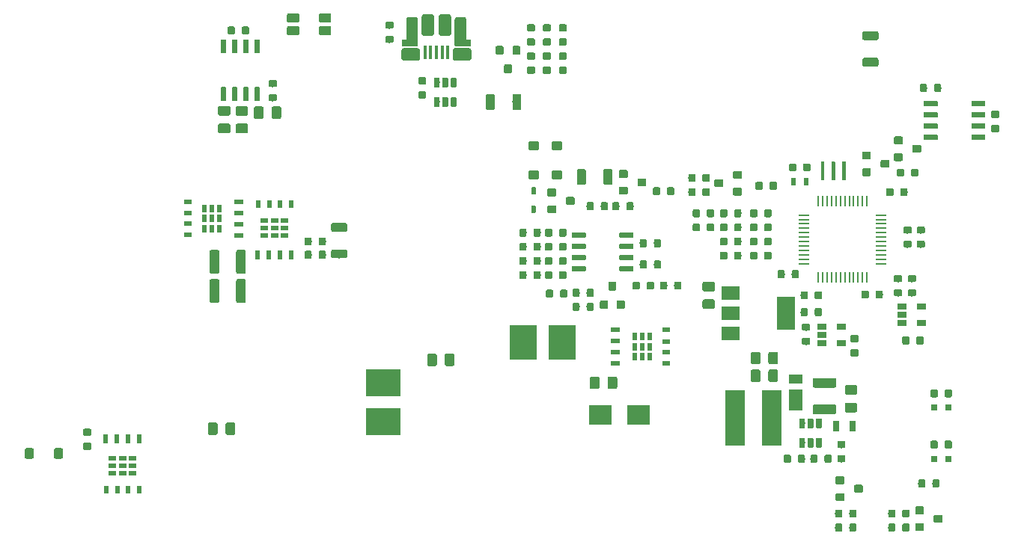
<source format=gbr>
%TF.GenerationSoftware,KiCad,Pcbnew,(2017-11-18 revision ff5ee05de)-makepkg*%
%TF.CreationDate,2018-01-18T20:10:03+01:00*%
%TF.ProjectId,MPPT_charger_20A,4D5050545F636861726765725F323041,0.9*%
%TF.SameCoordinates,Original*%
%TF.FileFunction,Paste,Top*%
%TF.FilePolarity,Positive*%
%FSLAX46Y46*%
G04 Gerber Fmt 4.6, Leading zero omitted, Abs format (unit mm)*
G04 Created by KiCad (PCBNEW (2017-11-18 revision ff5ee05de)-makepkg) date 01/18/18 20:10:03*
%MOMM*%
%LPD*%
G01*
G04 APERTURE LIST*
%ADD10C,0.100000*%
%ADD11C,0.800000*%
%ADD12R,0.600000X0.900000*%
%ADD13R,0.900000X0.600000*%
%ADD14R,1.050000X0.600000*%
%ADD15R,0.600000X1.050000*%
%ADD16C,0.900000*%
%ADD17C,1.100000*%
%ADD18R,2.500000X2.300000*%
%ADD19C,0.500000*%
%ADD20C,0.600000*%
%ADD21C,0.650000*%
%ADD22C,0.400000*%
%ADD23R,0.800000X0.800000*%
%ADD24C,1.050000*%
%ADD25C,1.000000*%
%ADD26R,1.500000X2.400000*%
%ADD27R,1.500000X1.050000*%
%ADD28R,2.200000X6.300000*%
%ADD29R,4.000000X3.100000*%
%ADD30C,1.430000*%
%ADD31R,0.400000X1.650000*%
%ADD32C,1.400000*%
%ADD33C,1.300000*%
%ADD34R,1.060000X0.650000*%
%ADD35R,0.250000X1.300000*%
%ADD36R,1.300000X0.250000*%
%ADD37R,2.000000X3.800000*%
%ADD38R,2.000000X1.500000*%
%ADD39R,3.100000X4.000000*%
%ADD40R,0.500000X0.900000*%
%ADD41R,0.700000X1.300000*%
G04 APERTURE END LIST*
D10*
%TO.C,C12*%
G36*
X124055683Y-79250770D02*
X124071214Y-79253074D01*
X124086446Y-79256890D01*
X124101229Y-79262179D01*
X124115423Y-79268893D01*
X124128891Y-79276965D01*
X124141503Y-79286318D01*
X124153137Y-79296863D01*
X124163682Y-79308497D01*
X124173035Y-79321109D01*
X124181107Y-79334577D01*
X124187821Y-79348771D01*
X124193110Y-79363554D01*
X124196926Y-79378786D01*
X124199230Y-79394317D01*
X124200000Y-79410000D01*
X124200000Y-79990000D01*
X124199230Y-80005683D01*
X124196926Y-80021214D01*
X124193110Y-80036446D01*
X124187821Y-80051229D01*
X124181107Y-80065423D01*
X124173035Y-80078891D01*
X124163682Y-80091503D01*
X124153137Y-80103137D01*
X124141503Y-80113682D01*
X124128891Y-80123035D01*
X124115423Y-80131107D01*
X124101229Y-80137821D01*
X124086446Y-80143110D01*
X124071214Y-80146926D01*
X124055683Y-80149230D01*
X124040000Y-80150000D01*
X123560000Y-80150000D01*
X123544317Y-80149230D01*
X123528786Y-80146926D01*
X123513554Y-80143110D01*
X123498771Y-80137821D01*
X123484577Y-80131107D01*
X123471109Y-80123035D01*
X123458497Y-80113682D01*
X123446863Y-80103137D01*
X123436318Y-80091503D01*
X123426965Y-80078891D01*
X123418893Y-80065423D01*
X123412179Y-80051229D01*
X123406890Y-80036446D01*
X123403074Y-80021214D01*
X123400770Y-80005683D01*
X123400000Y-79990000D01*
X123400000Y-79410000D01*
X123400770Y-79394317D01*
X123403074Y-79378786D01*
X123406890Y-79363554D01*
X123412179Y-79348771D01*
X123418893Y-79334577D01*
X123426965Y-79321109D01*
X123436318Y-79308497D01*
X123446863Y-79296863D01*
X123458497Y-79286318D01*
X123471109Y-79276965D01*
X123484577Y-79268893D01*
X123498771Y-79262179D01*
X123513554Y-79256890D01*
X123528786Y-79253074D01*
X123544317Y-79250770D01*
X123560000Y-79250000D01*
X124040000Y-79250000D01*
X124055683Y-79250770D01*
X124055683Y-79250770D01*
G37*
D11*
X123800000Y-79700000D03*
D10*
G36*
X125655683Y-79250770D02*
X125671214Y-79253074D01*
X125686446Y-79256890D01*
X125701229Y-79262179D01*
X125715423Y-79268893D01*
X125728891Y-79276965D01*
X125741503Y-79286318D01*
X125753137Y-79296863D01*
X125763682Y-79308497D01*
X125773035Y-79321109D01*
X125781107Y-79334577D01*
X125787821Y-79348771D01*
X125793110Y-79363554D01*
X125796926Y-79378786D01*
X125799230Y-79394317D01*
X125800000Y-79410000D01*
X125800000Y-79990000D01*
X125799230Y-80005683D01*
X125796926Y-80021214D01*
X125793110Y-80036446D01*
X125787821Y-80051229D01*
X125781107Y-80065423D01*
X125773035Y-80078891D01*
X125763682Y-80091503D01*
X125753137Y-80103137D01*
X125741503Y-80113682D01*
X125728891Y-80123035D01*
X125715423Y-80131107D01*
X125701229Y-80137821D01*
X125686446Y-80143110D01*
X125671214Y-80146926D01*
X125655683Y-80149230D01*
X125640000Y-80150000D01*
X125160000Y-80150000D01*
X125144317Y-80149230D01*
X125128786Y-80146926D01*
X125113554Y-80143110D01*
X125098771Y-80137821D01*
X125084577Y-80131107D01*
X125071109Y-80123035D01*
X125058497Y-80113682D01*
X125046863Y-80103137D01*
X125036318Y-80091503D01*
X125026965Y-80078891D01*
X125018893Y-80065423D01*
X125012179Y-80051229D01*
X125006890Y-80036446D01*
X125003074Y-80021214D01*
X125000770Y-80005683D01*
X125000000Y-79990000D01*
X125000000Y-79410000D01*
X125000770Y-79394317D01*
X125003074Y-79378786D01*
X125006890Y-79363554D01*
X125012179Y-79348771D01*
X125018893Y-79334577D01*
X125026965Y-79321109D01*
X125036318Y-79308497D01*
X125046863Y-79296863D01*
X125058497Y-79286318D01*
X125071109Y-79276965D01*
X125084577Y-79268893D01*
X125098771Y-79262179D01*
X125113554Y-79256890D01*
X125128786Y-79253074D01*
X125144317Y-79250770D01*
X125160000Y-79250000D01*
X125640000Y-79250000D01*
X125655683Y-79250770D01*
X125655683Y-79250770D01*
G37*
D11*
X125400000Y-79700000D03*
%TD*%
D10*
%TO.C,C23*%
G36*
X189105683Y-112900770D02*
X189121214Y-112903074D01*
X189136446Y-112906890D01*
X189151229Y-112912179D01*
X189165423Y-112918893D01*
X189178891Y-112926965D01*
X189191503Y-112936318D01*
X189203137Y-112946863D01*
X189213682Y-112958497D01*
X189223035Y-112971109D01*
X189231107Y-112984577D01*
X189237821Y-112998771D01*
X189243110Y-113013554D01*
X189246926Y-113028786D01*
X189249230Y-113044317D01*
X189250000Y-113060000D01*
X189250000Y-113540000D01*
X189249230Y-113555683D01*
X189246926Y-113571214D01*
X189243110Y-113586446D01*
X189237821Y-113601229D01*
X189231107Y-113615423D01*
X189223035Y-113628891D01*
X189213682Y-113641503D01*
X189203137Y-113653137D01*
X189191503Y-113663682D01*
X189178891Y-113673035D01*
X189165423Y-113681107D01*
X189151229Y-113687821D01*
X189136446Y-113693110D01*
X189121214Y-113696926D01*
X189105683Y-113699230D01*
X189090000Y-113700000D01*
X188510000Y-113700000D01*
X188494317Y-113699230D01*
X188478786Y-113696926D01*
X188463554Y-113693110D01*
X188448771Y-113687821D01*
X188434577Y-113681107D01*
X188421109Y-113673035D01*
X188408497Y-113663682D01*
X188396863Y-113653137D01*
X188386318Y-113641503D01*
X188376965Y-113628891D01*
X188368893Y-113615423D01*
X188362179Y-113601229D01*
X188356890Y-113586446D01*
X188353074Y-113571214D01*
X188350770Y-113555683D01*
X188350000Y-113540000D01*
X188350000Y-113060000D01*
X188350770Y-113044317D01*
X188353074Y-113028786D01*
X188356890Y-113013554D01*
X188362179Y-112998771D01*
X188368893Y-112984577D01*
X188376965Y-112971109D01*
X188386318Y-112958497D01*
X188396863Y-112946863D01*
X188408497Y-112936318D01*
X188421109Y-112926965D01*
X188434577Y-112918893D01*
X188448771Y-112912179D01*
X188463554Y-112906890D01*
X188478786Y-112903074D01*
X188494317Y-112900770D01*
X188510000Y-112900000D01*
X189090000Y-112900000D01*
X189105683Y-112900770D01*
X189105683Y-112900770D01*
G37*
D11*
X188800000Y-113300000D03*
D10*
G36*
X189105683Y-114500770D02*
X189121214Y-114503074D01*
X189136446Y-114506890D01*
X189151229Y-114512179D01*
X189165423Y-114518893D01*
X189178891Y-114526965D01*
X189191503Y-114536318D01*
X189203137Y-114546863D01*
X189213682Y-114558497D01*
X189223035Y-114571109D01*
X189231107Y-114584577D01*
X189237821Y-114598771D01*
X189243110Y-114613554D01*
X189246926Y-114628786D01*
X189249230Y-114644317D01*
X189250000Y-114660000D01*
X189250000Y-115140000D01*
X189249230Y-115155683D01*
X189246926Y-115171214D01*
X189243110Y-115186446D01*
X189237821Y-115201229D01*
X189231107Y-115215423D01*
X189223035Y-115228891D01*
X189213682Y-115241503D01*
X189203137Y-115253137D01*
X189191503Y-115263682D01*
X189178891Y-115273035D01*
X189165423Y-115281107D01*
X189151229Y-115287821D01*
X189136446Y-115293110D01*
X189121214Y-115296926D01*
X189105683Y-115299230D01*
X189090000Y-115300000D01*
X188510000Y-115300000D01*
X188494317Y-115299230D01*
X188478786Y-115296926D01*
X188463554Y-115293110D01*
X188448771Y-115287821D01*
X188434577Y-115281107D01*
X188421109Y-115273035D01*
X188408497Y-115263682D01*
X188396863Y-115253137D01*
X188386318Y-115241503D01*
X188376965Y-115228891D01*
X188368893Y-115215423D01*
X188362179Y-115201229D01*
X188356890Y-115186446D01*
X188353074Y-115171214D01*
X188350770Y-115155683D01*
X188350000Y-115140000D01*
X188350000Y-114660000D01*
X188350770Y-114644317D01*
X188353074Y-114628786D01*
X188356890Y-114613554D01*
X188362179Y-114598771D01*
X188368893Y-114584577D01*
X188376965Y-114571109D01*
X188386318Y-114558497D01*
X188396863Y-114546863D01*
X188408497Y-114536318D01*
X188421109Y-114526965D01*
X188434577Y-114518893D01*
X188448771Y-114512179D01*
X188463554Y-114506890D01*
X188478786Y-114503074D01*
X188494317Y-114500770D01*
X188510000Y-114500000D01*
X189090000Y-114500000D01*
X189105683Y-114500770D01*
X189105683Y-114500770D01*
G37*
D11*
X188800000Y-114900000D03*
%TD*%
D12*
%TO.C,Q3*%
X170300000Y-114350000D03*
X169450000Y-114350000D03*
X171150000Y-114350000D03*
X170300000Y-116650000D03*
X169450000Y-116650000D03*
X171150000Y-116650000D03*
X171150000Y-115500000D03*
X169450000Y-115500000D03*
D13*
X173000000Y-113625000D03*
X173000000Y-117375000D03*
X173000000Y-114900000D03*
D14*
X167275000Y-114865000D03*
X167275000Y-113595000D03*
X167275000Y-116135000D03*
X167275000Y-117405000D03*
D13*
X173000000Y-116100000D03*
D12*
X170300000Y-115500000D03*
%TD*%
D13*
%TO.C,Q2*%
X112650000Y-129000000D03*
X112650000Y-128150000D03*
X112650000Y-129850000D03*
X110350000Y-129000000D03*
X110350000Y-128150000D03*
X110350000Y-129850000D03*
X111500000Y-129850000D03*
X111500000Y-128150000D03*
D12*
X113375000Y-131700000D03*
X109625000Y-131700000D03*
X112100000Y-131700000D03*
D15*
X112135000Y-125975000D03*
X113405000Y-125975000D03*
X110865000Y-125975000D03*
X109595000Y-125975000D03*
D12*
X110900000Y-131700000D03*
D13*
X111500000Y-129000000D03*
%TD*%
D12*
%TO.C,Q1*%
X121600000Y-102150000D03*
X122450000Y-102150000D03*
X120750000Y-102150000D03*
X121600000Y-99850000D03*
X122450000Y-99850000D03*
X120750000Y-99850000D03*
X120750000Y-101000000D03*
X122450000Y-101000000D03*
D13*
X118900000Y-102875000D03*
X118900000Y-99125000D03*
X118900000Y-101600000D03*
D14*
X124625000Y-101635000D03*
X124625000Y-102905000D03*
X124625000Y-100365000D03*
X124625000Y-99095000D03*
D13*
X118900000Y-100400000D03*
D12*
X121600000Y-101000000D03*
%TD*%
D13*
%TO.C,Q4*%
X127550000Y-102100000D03*
X127550000Y-102950000D03*
X127550000Y-101250000D03*
X129850000Y-102100000D03*
X129850000Y-102950000D03*
X129850000Y-101250000D03*
X128700000Y-101250000D03*
X128700000Y-102950000D03*
D12*
X126825000Y-99400000D03*
X130575000Y-99400000D03*
X128100000Y-99400000D03*
D15*
X128065000Y-105125000D03*
X126795000Y-105125000D03*
X129335000Y-105125000D03*
X130605000Y-105125000D03*
D12*
X129300000Y-99400000D03*
D13*
X128700000Y-102100000D03*
%TD*%
D10*
%TO.C,R35*%
G36*
X200605683Y-101900770D02*
X200621214Y-101903074D01*
X200636446Y-101906890D01*
X200651229Y-101912179D01*
X200665423Y-101918893D01*
X200678891Y-101926965D01*
X200691503Y-101936318D01*
X200703137Y-101946863D01*
X200713682Y-101958497D01*
X200723035Y-101971109D01*
X200731107Y-101984577D01*
X200737821Y-101998771D01*
X200743110Y-102013554D01*
X200746926Y-102028786D01*
X200749230Y-102044317D01*
X200750000Y-102060000D01*
X200750000Y-102540000D01*
X200749230Y-102555683D01*
X200746926Y-102571214D01*
X200743110Y-102586446D01*
X200737821Y-102601229D01*
X200731107Y-102615423D01*
X200723035Y-102628891D01*
X200713682Y-102641503D01*
X200703137Y-102653137D01*
X200691503Y-102663682D01*
X200678891Y-102673035D01*
X200665423Y-102681107D01*
X200651229Y-102687821D01*
X200636446Y-102693110D01*
X200621214Y-102696926D01*
X200605683Y-102699230D01*
X200590000Y-102700000D01*
X200010000Y-102700000D01*
X199994317Y-102699230D01*
X199978786Y-102696926D01*
X199963554Y-102693110D01*
X199948771Y-102687821D01*
X199934577Y-102681107D01*
X199921109Y-102673035D01*
X199908497Y-102663682D01*
X199896863Y-102653137D01*
X199886318Y-102641503D01*
X199876965Y-102628891D01*
X199868893Y-102615423D01*
X199862179Y-102601229D01*
X199856890Y-102586446D01*
X199853074Y-102571214D01*
X199850770Y-102555683D01*
X199850000Y-102540000D01*
X199850000Y-102060000D01*
X199850770Y-102044317D01*
X199853074Y-102028786D01*
X199856890Y-102013554D01*
X199862179Y-101998771D01*
X199868893Y-101984577D01*
X199876965Y-101971109D01*
X199886318Y-101958497D01*
X199896863Y-101946863D01*
X199908497Y-101936318D01*
X199921109Y-101926965D01*
X199934577Y-101918893D01*
X199948771Y-101912179D01*
X199963554Y-101906890D01*
X199978786Y-101903074D01*
X199994317Y-101900770D01*
X200010000Y-101900000D01*
X200590000Y-101900000D01*
X200605683Y-101900770D01*
X200605683Y-101900770D01*
G37*
D11*
X200300000Y-102300000D03*
D10*
G36*
X200605683Y-103500770D02*
X200621214Y-103503074D01*
X200636446Y-103506890D01*
X200651229Y-103512179D01*
X200665423Y-103518893D01*
X200678891Y-103526965D01*
X200691503Y-103536318D01*
X200703137Y-103546863D01*
X200713682Y-103558497D01*
X200723035Y-103571109D01*
X200731107Y-103584577D01*
X200737821Y-103598771D01*
X200743110Y-103613554D01*
X200746926Y-103628786D01*
X200749230Y-103644317D01*
X200750000Y-103660000D01*
X200750000Y-104140000D01*
X200749230Y-104155683D01*
X200746926Y-104171214D01*
X200743110Y-104186446D01*
X200737821Y-104201229D01*
X200731107Y-104215423D01*
X200723035Y-104228891D01*
X200713682Y-104241503D01*
X200703137Y-104253137D01*
X200691503Y-104263682D01*
X200678891Y-104273035D01*
X200665423Y-104281107D01*
X200651229Y-104287821D01*
X200636446Y-104293110D01*
X200621214Y-104296926D01*
X200605683Y-104299230D01*
X200590000Y-104300000D01*
X200010000Y-104300000D01*
X199994317Y-104299230D01*
X199978786Y-104296926D01*
X199963554Y-104293110D01*
X199948771Y-104287821D01*
X199934577Y-104281107D01*
X199921109Y-104273035D01*
X199908497Y-104263682D01*
X199896863Y-104253137D01*
X199886318Y-104241503D01*
X199876965Y-104228891D01*
X199868893Y-104215423D01*
X199862179Y-104201229D01*
X199856890Y-104186446D01*
X199853074Y-104171214D01*
X199850770Y-104155683D01*
X199850000Y-104140000D01*
X199850000Y-103660000D01*
X199850770Y-103644317D01*
X199853074Y-103628786D01*
X199856890Y-103613554D01*
X199862179Y-103598771D01*
X199868893Y-103584577D01*
X199876965Y-103571109D01*
X199886318Y-103558497D01*
X199896863Y-103546863D01*
X199908497Y-103536318D01*
X199921109Y-103526965D01*
X199934577Y-103518893D01*
X199948771Y-103512179D01*
X199963554Y-103506890D01*
X199978786Y-103503074D01*
X199994317Y-103500770D01*
X200010000Y-103500000D01*
X200590000Y-103500000D01*
X200605683Y-103500770D01*
X200605683Y-103500770D01*
G37*
D11*
X200300000Y-103900000D03*
%TD*%
D10*
%TO.C,Q6*%
G36*
X195987643Y-93400867D02*
X196005116Y-93403459D01*
X196022251Y-93407751D01*
X196038883Y-93413702D01*
X196054851Y-93421254D01*
X196070003Y-93430335D01*
X196084191Y-93440858D01*
X196097279Y-93452721D01*
X196109142Y-93465809D01*
X196119665Y-93479997D01*
X196128746Y-93495149D01*
X196136298Y-93511117D01*
X196142249Y-93527749D01*
X196146541Y-93544884D01*
X196149133Y-93562357D01*
X196150000Y-93580000D01*
X196150000Y-94120000D01*
X196149133Y-94137643D01*
X196146541Y-94155116D01*
X196142249Y-94172251D01*
X196136298Y-94188883D01*
X196128746Y-94204851D01*
X196119665Y-94220003D01*
X196109142Y-94234191D01*
X196097279Y-94247279D01*
X196084191Y-94259142D01*
X196070003Y-94269665D01*
X196054851Y-94278746D01*
X196038883Y-94286298D01*
X196022251Y-94292249D01*
X196005116Y-94296541D01*
X195987643Y-94299133D01*
X195970000Y-94300000D01*
X195330000Y-94300000D01*
X195312357Y-94299133D01*
X195294884Y-94296541D01*
X195277749Y-94292249D01*
X195261117Y-94286298D01*
X195245149Y-94278746D01*
X195229997Y-94269665D01*
X195215809Y-94259142D01*
X195202721Y-94247279D01*
X195190858Y-94234191D01*
X195180335Y-94220003D01*
X195171254Y-94204851D01*
X195163702Y-94188883D01*
X195157751Y-94172251D01*
X195153459Y-94155116D01*
X195150867Y-94137643D01*
X195150000Y-94120000D01*
X195150000Y-93580000D01*
X195150867Y-93562357D01*
X195153459Y-93544884D01*
X195157751Y-93527749D01*
X195163702Y-93511117D01*
X195171254Y-93495149D01*
X195180335Y-93479997D01*
X195190858Y-93465809D01*
X195202721Y-93452721D01*
X195215809Y-93440858D01*
X195229997Y-93430335D01*
X195245149Y-93421254D01*
X195261117Y-93413702D01*
X195277749Y-93407751D01*
X195294884Y-93403459D01*
X195312357Y-93400867D01*
X195330000Y-93400000D01*
X195970000Y-93400000D01*
X195987643Y-93400867D01*
X195987643Y-93400867D01*
G37*
D16*
X195650000Y-93850000D03*
D10*
G36*
X195987643Y-95300867D02*
X196005116Y-95303459D01*
X196022251Y-95307751D01*
X196038883Y-95313702D01*
X196054851Y-95321254D01*
X196070003Y-95330335D01*
X196084191Y-95340858D01*
X196097279Y-95352721D01*
X196109142Y-95365809D01*
X196119665Y-95379997D01*
X196128746Y-95395149D01*
X196136298Y-95411117D01*
X196142249Y-95427749D01*
X196146541Y-95444884D01*
X196149133Y-95462357D01*
X196150000Y-95480000D01*
X196150000Y-96020000D01*
X196149133Y-96037643D01*
X196146541Y-96055116D01*
X196142249Y-96072251D01*
X196136298Y-96088883D01*
X196128746Y-96104851D01*
X196119665Y-96120003D01*
X196109142Y-96134191D01*
X196097279Y-96147279D01*
X196084191Y-96159142D01*
X196070003Y-96169665D01*
X196054851Y-96178746D01*
X196038883Y-96186298D01*
X196022251Y-96192249D01*
X196005116Y-96196541D01*
X195987643Y-96199133D01*
X195970000Y-96200000D01*
X195330000Y-96200000D01*
X195312357Y-96199133D01*
X195294884Y-96196541D01*
X195277749Y-96192249D01*
X195261117Y-96186298D01*
X195245149Y-96178746D01*
X195229997Y-96169665D01*
X195215809Y-96159142D01*
X195202721Y-96147279D01*
X195190858Y-96134191D01*
X195180335Y-96120003D01*
X195171254Y-96104851D01*
X195163702Y-96088883D01*
X195157751Y-96072251D01*
X195153459Y-96055116D01*
X195150867Y-96037643D01*
X195150000Y-96020000D01*
X195150000Y-95480000D01*
X195150867Y-95462357D01*
X195153459Y-95444884D01*
X195157751Y-95427749D01*
X195163702Y-95411117D01*
X195171254Y-95395149D01*
X195180335Y-95379997D01*
X195190858Y-95365809D01*
X195202721Y-95352721D01*
X195215809Y-95340858D01*
X195229997Y-95330335D01*
X195245149Y-95321254D01*
X195261117Y-95313702D01*
X195277749Y-95307751D01*
X195294884Y-95303459D01*
X195312357Y-95300867D01*
X195330000Y-95300000D01*
X195970000Y-95300000D01*
X195987643Y-95300867D01*
X195987643Y-95300867D01*
G37*
D16*
X195650000Y-95750000D03*
D10*
G36*
X198087643Y-94350867D02*
X198105116Y-94353459D01*
X198122251Y-94357751D01*
X198138883Y-94363702D01*
X198154851Y-94371254D01*
X198170003Y-94380335D01*
X198184191Y-94390858D01*
X198197279Y-94402721D01*
X198209142Y-94415809D01*
X198219665Y-94429997D01*
X198228746Y-94445149D01*
X198236298Y-94461117D01*
X198242249Y-94477749D01*
X198246541Y-94494884D01*
X198249133Y-94512357D01*
X198250000Y-94530000D01*
X198250000Y-95070000D01*
X198249133Y-95087643D01*
X198246541Y-95105116D01*
X198242249Y-95122251D01*
X198236298Y-95138883D01*
X198228746Y-95154851D01*
X198219665Y-95170003D01*
X198209142Y-95184191D01*
X198197279Y-95197279D01*
X198184191Y-95209142D01*
X198170003Y-95219665D01*
X198154851Y-95228746D01*
X198138883Y-95236298D01*
X198122251Y-95242249D01*
X198105116Y-95246541D01*
X198087643Y-95249133D01*
X198070000Y-95250000D01*
X197430000Y-95250000D01*
X197412357Y-95249133D01*
X197394884Y-95246541D01*
X197377749Y-95242249D01*
X197361117Y-95236298D01*
X197345149Y-95228746D01*
X197329997Y-95219665D01*
X197315809Y-95209142D01*
X197302721Y-95197279D01*
X197290858Y-95184191D01*
X197280335Y-95170003D01*
X197271254Y-95154851D01*
X197263702Y-95138883D01*
X197257751Y-95122251D01*
X197253459Y-95105116D01*
X197250867Y-95087643D01*
X197250000Y-95070000D01*
X197250000Y-94530000D01*
X197250867Y-94512357D01*
X197253459Y-94494884D01*
X197257751Y-94477749D01*
X197263702Y-94461117D01*
X197271254Y-94445149D01*
X197280335Y-94429997D01*
X197290858Y-94415809D01*
X197302721Y-94402721D01*
X197315809Y-94390858D01*
X197329997Y-94380335D01*
X197345149Y-94371254D01*
X197361117Y-94363702D01*
X197377749Y-94357751D01*
X197394884Y-94353459D01*
X197412357Y-94350867D01*
X197430000Y-94350000D01*
X198070000Y-94350000D01*
X198087643Y-94350867D01*
X198087643Y-94350867D01*
G37*
D16*
X197750000Y-94800000D03*
%TD*%
D10*
%TO.C,C28*%
G36*
X172955683Y-108150770D02*
X172971214Y-108153074D01*
X172986446Y-108156890D01*
X173001229Y-108162179D01*
X173015423Y-108168893D01*
X173028891Y-108176965D01*
X173041503Y-108186318D01*
X173053137Y-108196863D01*
X173063682Y-108208497D01*
X173073035Y-108221109D01*
X173081107Y-108234577D01*
X173087821Y-108248771D01*
X173093110Y-108263554D01*
X173096926Y-108278786D01*
X173099230Y-108294317D01*
X173100000Y-108310000D01*
X173100000Y-108890000D01*
X173099230Y-108905683D01*
X173096926Y-108921214D01*
X173093110Y-108936446D01*
X173087821Y-108951229D01*
X173081107Y-108965423D01*
X173073035Y-108978891D01*
X173063682Y-108991503D01*
X173053137Y-109003137D01*
X173041503Y-109013682D01*
X173028891Y-109023035D01*
X173015423Y-109031107D01*
X173001229Y-109037821D01*
X172986446Y-109043110D01*
X172971214Y-109046926D01*
X172955683Y-109049230D01*
X172940000Y-109050000D01*
X172460000Y-109050000D01*
X172444317Y-109049230D01*
X172428786Y-109046926D01*
X172413554Y-109043110D01*
X172398771Y-109037821D01*
X172384577Y-109031107D01*
X172371109Y-109023035D01*
X172358497Y-109013682D01*
X172346863Y-109003137D01*
X172336318Y-108991503D01*
X172326965Y-108978891D01*
X172318893Y-108965423D01*
X172312179Y-108951229D01*
X172306890Y-108936446D01*
X172303074Y-108921214D01*
X172300770Y-108905683D01*
X172300000Y-108890000D01*
X172300000Y-108310000D01*
X172300770Y-108294317D01*
X172303074Y-108278786D01*
X172306890Y-108263554D01*
X172312179Y-108248771D01*
X172318893Y-108234577D01*
X172326965Y-108221109D01*
X172336318Y-108208497D01*
X172346863Y-108196863D01*
X172358497Y-108186318D01*
X172371109Y-108176965D01*
X172384577Y-108168893D01*
X172398771Y-108162179D01*
X172413554Y-108156890D01*
X172428786Y-108153074D01*
X172444317Y-108150770D01*
X172460000Y-108150000D01*
X172940000Y-108150000D01*
X172955683Y-108150770D01*
X172955683Y-108150770D01*
G37*
D11*
X172700000Y-108600000D03*
D10*
G36*
X174555683Y-108150770D02*
X174571214Y-108153074D01*
X174586446Y-108156890D01*
X174601229Y-108162179D01*
X174615423Y-108168893D01*
X174628891Y-108176965D01*
X174641503Y-108186318D01*
X174653137Y-108196863D01*
X174663682Y-108208497D01*
X174673035Y-108221109D01*
X174681107Y-108234577D01*
X174687821Y-108248771D01*
X174693110Y-108263554D01*
X174696926Y-108278786D01*
X174699230Y-108294317D01*
X174700000Y-108310000D01*
X174700000Y-108890000D01*
X174699230Y-108905683D01*
X174696926Y-108921214D01*
X174693110Y-108936446D01*
X174687821Y-108951229D01*
X174681107Y-108965423D01*
X174673035Y-108978891D01*
X174663682Y-108991503D01*
X174653137Y-109003137D01*
X174641503Y-109013682D01*
X174628891Y-109023035D01*
X174615423Y-109031107D01*
X174601229Y-109037821D01*
X174586446Y-109043110D01*
X174571214Y-109046926D01*
X174555683Y-109049230D01*
X174540000Y-109050000D01*
X174060000Y-109050000D01*
X174044317Y-109049230D01*
X174028786Y-109046926D01*
X174013554Y-109043110D01*
X173998771Y-109037821D01*
X173984577Y-109031107D01*
X173971109Y-109023035D01*
X173958497Y-109013682D01*
X173946863Y-109003137D01*
X173936318Y-108991503D01*
X173926965Y-108978891D01*
X173918893Y-108965423D01*
X173912179Y-108951229D01*
X173906890Y-108936446D01*
X173903074Y-108921214D01*
X173900770Y-108905683D01*
X173900000Y-108890000D01*
X173900000Y-108310000D01*
X173900770Y-108294317D01*
X173903074Y-108278786D01*
X173906890Y-108263554D01*
X173912179Y-108248771D01*
X173918893Y-108234577D01*
X173926965Y-108221109D01*
X173936318Y-108208497D01*
X173946863Y-108196863D01*
X173958497Y-108186318D01*
X173971109Y-108176965D01*
X173984577Y-108168893D01*
X173998771Y-108162179D01*
X174013554Y-108156890D01*
X174028786Y-108153074D01*
X174044317Y-108150770D01*
X174060000Y-108150000D01*
X174540000Y-108150000D01*
X174555683Y-108150770D01*
X174555683Y-108150770D01*
G37*
D11*
X174300000Y-108600000D03*
%TD*%
D10*
%TO.C,C27*%
G36*
X167251564Y-118901059D02*
X167272920Y-118904227D01*
X167293863Y-118909473D01*
X167314190Y-118916747D01*
X167333707Y-118925977D01*
X167352225Y-118937077D01*
X167369567Y-118949938D01*
X167385563Y-118964437D01*
X167400062Y-118980433D01*
X167412923Y-118997775D01*
X167424023Y-119016293D01*
X167433253Y-119035810D01*
X167440527Y-119056137D01*
X167445773Y-119077080D01*
X167448941Y-119098436D01*
X167450000Y-119120000D01*
X167450000Y-120080000D01*
X167448941Y-120101564D01*
X167445773Y-120122920D01*
X167440527Y-120143863D01*
X167433253Y-120164190D01*
X167424023Y-120183707D01*
X167412923Y-120202225D01*
X167400062Y-120219567D01*
X167385563Y-120235563D01*
X167369567Y-120250062D01*
X167352225Y-120262923D01*
X167333707Y-120274023D01*
X167314190Y-120283253D01*
X167293863Y-120290527D01*
X167272920Y-120295773D01*
X167251564Y-120298941D01*
X167230000Y-120300000D01*
X166570000Y-120300000D01*
X166548436Y-120298941D01*
X166527080Y-120295773D01*
X166506137Y-120290527D01*
X166485810Y-120283253D01*
X166466293Y-120274023D01*
X166447775Y-120262923D01*
X166430433Y-120250062D01*
X166414437Y-120235563D01*
X166399938Y-120219567D01*
X166387077Y-120202225D01*
X166375977Y-120183707D01*
X166366747Y-120164190D01*
X166359473Y-120143863D01*
X166354227Y-120122920D01*
X166351059Y-120101564D01*
X166350000Y-120080000D01*
X166350000Y-119120000D01*
X166351059Y-119098436D01*
X166354227Y-119077080D01*
X166359473Y-119056137D01*
X166366747Y-119035810D01*
X166375977Y-119016293D01*
X166387077Y-118997775D01*
X166399938Y-118980433D01*
X166414437Y-118964437D01*
X166430433Y-118949938D01*
X166447775Y-118937077D01*
X166466293Y-118925977D01*
X166485810Y-118916747D01*
X166506137Y-118909473D01*
X166527080Y-118904227D01*
X166548436Y-118901059D01*
X166570000Y-118900000D01*
X167230000Y-118900000D01*
X167251564Y-118901059D01*
X167251564Y-118901059D01*
G37*
D17*
X166900000Y-119600000D03*
D10*
G36*
X165251564Y-118901059D02*
X165272920Y-118904227D01*
X165293863Y-118909473D01*
X165314190Y-118916747D01*
X165333707Y-118925977D01*
X165352225Y-118937077D01*
X165369567Y-118949938D01*
X165385563Y-118964437D01*
X165400062Y-118980433D01*
X165412923Y-118997775D01*
X165424023Y-119016293D01*
X165433253Y-119035810D01*
X165440527Y-119056137D01*
X165445773Y-119077080D01*
X165448941Y-119098436D01*
X165450000Y-119120000D01*
X165450000Y-120080000D01*
X165448941Y-120101564D01*
X165445773Y-120122920D01*
X165440527Y-120143863D01*
X165433253Y-120164190D01*
X165424023Y-120183707D01*
X165412923Y-120202225D01*
X165400062Y-120219567D01*
X165385563Y-120235563D01*
X165369567Y-120250062D01*
X165352225Y-120262923D01*
X165333707Y-120274023D01*
X165314190Y-120283253D01*
X165293863Y-120290527D01*
X165272920Y-120295773D01*
X165251564Y-120298941D01*
X165230000Y-120300000D01*
X164570000Y-120300000D01*
X164548436Y-120298941D01*
X164527080Y-120295773D01*
X164506137Y-120290527D01*
X164485810Y-120283253D01*
X164466293Y-120274023D01*
X164447775Y-120262923D01*
X164430433Y-120250062D01*
X164414437Y-120235563D01*
X164399938Y-120219567D01*
X164387077Y-120202225D01*
X164375977Y-120183707D01*
X164366747Y-120164190D01*
X164359473Y-120143863D01*
X164354227Y-120122920D01*
X164351059Y-120101564D01*
X164350000Y-120080000D01*
X164350000Y-119120000D01*
X164351059Y-119098436D01*
X164354227Y-119077080D01*
X164359473Y-119056137D01*
X164366747Y-119035810D01*
X164375977Y-119016293D01*
X164387077Y-118997775D01*
X164399938Y-118980433D01*
X164414437Y-118964437D01*
X164430433Y-118949938D01*
X164447775Y-118937077D01*
X164466293Y-118925977D01*
X164485810Y-118916747D01*
X164506137Y-118909473D01*
X164527080Y-118904227D01*
X164548436Y-118901059D01*
X164570000Y-118900000D01*
X165230000Y-118900000D01*
X165251564Y-118901059D01*
X165251564Y-118901059D01*
G37*
D17*
X164900000Y-119600000D03*
%TD*%
D10*
%TO.C,C7*%
G36*
X146851564Y-116301059D02*
X146872920Y-116304227D01*
X146893863Y-116309473D01*
X146914190Y-116316747D01*
X146933707Y-116325977D01*
X146952225Y-116337077D01*
X146969567Y-116349938D01*
X146985563Y-116364437D01*
X147000062Y-116380433D01*
X147012923Y-116397775D01*
X147024023Y-116416293D01*
X147033253Y-116435810D01*
X147040527Y-116456137D01*
X147045773Y-116477080D01*
X147048941Y-116498436D01*
X147050000Y-116520000D01*
X147050000Y-117480000D01*
X147048941Y-117501564D01*
X147045773Y-117522920D01*
X147040527Y-117543863D01*
X147033253Y-117564190D01*
X147024023Y-117583707D01*
X147012923Y-117602225D01*
X147000062Y-117619567D01*
X146985563Y-117635563D01*
X146969567Y-117650062D01*
X146952225Y-117662923D01*
X146933707Y-117674023D01*
X146914190Y-117683253D01*
X146893863Y-117690527D01*
X146872920Y-117695773D01*
X146851564Y-117698941D01*
X146830000Y-117700000D01*
X146170000Y-117700000D01*
X146148436Y-117698941D01*
X146127080Y-117695773D01*
X146106137Y-117690527D01*
X146085810Y-117683253D01*
X146066293Y-117674023D01*
X146047775Y-117662923D01*
X146030433Y-117650062D01*
X146014437Y-117635563D01*
X145999938Y-117619567D01*
X145987077Y-117602225D01*
X145975977Y-117583707D01*
X145966747Y-117564190D01*
X145959473Y-117543863D01*
X145954227Y-117522920D01*
X145951059Y-117501564D01*
X145950000Y-117480000D01*
X145950000Y-116520000D01*
X145951059Y-116498436D01*
X145954227Y-116477080D01*
X145959473Y-116456137D01*
X145966747Y-116435810D01*
X145975977Y-116416293D01*
X145987077Y-116397775D01*
X145999938Y-116380433D01*
X146014437Y-116364437D01*
X146030433Y-116349938D01*
X146047775Y-116337077D01*
X146066293Y-116325977D01*
X146085810Y-116316747D01*
X146106137Y-116309473D01*
X146127080Y-116304227D01*
X146148436Y-116301059D01*
X146170000Y-116300000D01*
X146830000Y-116300000D01*
X146851564Y-116301059D01*
X146851564Y-116301059D01*
G37*
D17*
X146500000Y-117000000D03*
D10*
G36*
X148851564Y-116301059D02*
X148872920Y-116304227D01*
X148893863Y-116309473D01*
X148914190Y-116316747D01*
X148933707Y-116325977D01*
X148952225Y-116337077D01*
X148969567Y-116349938D01*
X148985563Y-116364437D01*
X149000062Y-116380433D01*
X149012923Y-116397775D01*
X149024023Y-116416293D01*
X149033253Y-116435810D01*
X149040527Y-116456137D01*
X149045773Y-116477080D01*
X149048941Y-116498436D01*
X149050000Y-116520000D01*
X149050000Y-117480000D01*
X149048941Y-117501564D01*
X149045773Y-117522920D01*
X149040527Y-117543863D01*
X149033253Y-117564190D01*
X149024023Y-117583707D01*
X149012923Y-117602225D01*
X149000062Y-117619567D01*
X148985563Y-117635563D01*
X148969567Y-117650062D01*
X148952225Y-117662923D01*
X148933707Y-117674023D01*
X148914190Y-117683253D01*
X148893863Y-117690527D01*
X148872920Y-117695773D01*
X148851564Y-117698941D01*
X148830000Y-117700000D01*
X148170000Y-117700000D01*
X148148436Y-117698941D01*
X148127080Y-117695773D01*
X148106137Y-117690527D01*
X148085810Y-117683253D01*
X148066293Y-117674023D01*
X148047775Y-117662923D01*
X148030433Y-117650062D01*
X148014437Y-117635563D01*
X147999938Y-117619567D01*
X147987077Y-117602225D01*
X147975977Y-117583707D01*
X147966747Y-117564190D01*
X147959473Y-117543863D01*
X147954227Y-117522920D01*
X147951059Y-117501564D01*
X147950000Y-117480000D01*
X147950000Y-116520000D01*
X147951059Y-116498436D01*
X147954227Y-116477080D01*
X147959473Y-116456137D01*
X147966747Y-116435810D01*
X147975977Y-116416293D01*
X147987077Y-116397775D01*
X147999938Y-116380433D01*
X148014437Y-116364437D01*
X148030433Y-116349938D01*
X148047775Y-116337077D01*
X148066293Y-116325977D01*
X148085810Y-116316747D01*
X148106137Y-116309473D01*
X148127080Y-116304227D01*
X148148436Y-116301059D01*
X148170000Y-116300000D01*
X148830000Y-116300000D01*
X148851564Y-116301059D01*
X148851564Y-116301059D01*
G37*
D17*
X148500000Y-117000000D03*
%TD*%
D18*
%TO.C,D5*%
X165550000Y-123200000D03*
X169850000Y-123200000D03*
%TD*%
D10*
%TO.C,D8*%
G36*
X158159802Y-97450482D02*
X158169509Y-97451921D01*
X158179028Y-97454306D01*
X158188268Y-97457612D01*
X158197140Y-97461808D01*
X158205557Y-97466853D01*
X158213439Y-97472699D01*
X158220711Y-97479289D01*
X158227301Y-97486561D01*
X158233147Y-97494443D01*
X158238192Y-97502860D01*
X158242388Y-97511732D01*
X158245694Y-97520972D01*
X158248079Y-97530491D01*
X158249518Y-97540198D01*
X158250000Y-97550000D01*
X158250000Y-98150000D01*
X158249518Y-98159802D01*
X158248079Y-98169509D01*
X158245694Y-98179028D01*
X158242388Y-98188268D01*
X158238192Y-98197140D01*
X158233147Y-98205557D01*
X158227301Y-98213439D01*
X158220711Y-98220711D01*
X158213439Y-98227301D01*
X158205557Y-98233147D01*
X158197140Y-98238192D01*
X158188268Y-98242388D01*
X158179028Y-98245694D01*
X158169509Y-98248079D01*
X158159802Y-98249518D01*
X158150000Y-98250000D01*
X157850000Y-98250000D01*
X157840198Y-98249518D01*
X157830491Y-98248079D01*
X157820972Y-98245694D01*
X157811732Y-98242388D01*
X157802860Y-98238192D01*
X157794443Y-98233147D01*
X157786561Y-98227301D01*
X157779289Y-98220711D01*
X157772699Y-98213439D01*
X157766853Y-98205557D01*
X157761808Y-98197140D01*
X157757612Y-98188268D01*
X157754306Y-98179028D01*
X157751921Y-98169509D01*
X157750482Y-98159802D01*
X157750000Y-98150000D01*
X157750000Y-97550000D01*
X157750482Y-97540198D01*
X157751921Y-97530491D01*
X157754306Y-97520972D01*
X157757612Y-97511732D01*
X157761808Y-97502860D01*
X157766853Y-97494443D01*
X157772699Y-97486561D01*
X157779289Y-97479289D01*
X157786561Y-97472699D01*
X157794443Y-97466853D01*
X157802860Y-97461808D01*
X157811732Y-97457612D01*
X157820972Y-97454306D01*
X157830491Y-97451921D01*
X157840198Y-97450482D01*
X157850000Y-97450000D01*
X158150000Y-97450000D01*
X158159802Y-97450482D01*
X158159802Y-97450482D01*
G37*
D19*
X158000000Y-97850000D03*
D10*
G36*
X158159802Y-99550482D02*
X158169509Y-99551921D01*
X158179028Y-99554306D01*
X158188268Y-99557612D01*
X158197140Y-99561808D01*
X158205557Y-99566853D01*
X158213439Y-99572699D01*
X158220711Y-99579289D01*
X158227301Y-99586561D01*
X158233147Y-99594443D01*
X158238192Y-99602860D01*
X158242388Y-99611732D01*
X158245694Y-99620972D01*
X158248079Y-99630491D01*
X158249518Y-99640198D01*
X158250000Y-99650000D01*
X158250000Y-100250000D01*
X158249518Y-100259802D01*
X158248079Y-100269509D01*
X158245694Y-100279028D01*
X158242388Y-100288268D01*
X158238192Y-100297140D01*
X158233147Y-100305557D01*
X158227301Y-100313439D01*
X158220711Y-100320711D01*
X158213439Y-100327301D01*
X158205557Y-100333147D01*
X158197140Y-100338192D01*
X158188268Y-100342388D01*
X158179028Y-100345694D01*
X158169509Y-100348079D01*
X158159802Y-100349518D01*
X158150000Y-100350000D01*
X157850000Y-100350000D01*
X157840198Y-100349518D01*
X157830491Y-100348079D01*
X157820972Y-100345694D01*
X157811732Y-100342388D01*
X157802860Y-100338192D01*
X157794443Y-100333147D01*
X157786561Y-100327301D01*
X157779289Y-100320711D01*
X157772699Y-100313439D01*
X157766853Y-100305557D01*
X157761808Y-100297140D01*
X157757612Y-100288268D01*
X157754306Y-100279028D01*
X157751921Y-100269509D01*
X157750482Y-100259802D01*
X157750000Y-100250000D01*
X157750000Y-99650000D01*
X157750482Y-99640198D01*
X157751921Y-99630491D01*
X157754306Y-99620972D01*
X157757612Y-99611732D01*
X157761808Y-99602860D01*
X157766853Y-99594443D01*
X157772699Y-99586561D01*
X157779289Y-99579289D01*
X157786561Y-99572699D01*
X157794443Y-99566853D01*
X157802860Y-99561808D01*
X157811732Y-99557612D01*
X157820972Y-99554306D01*
X157830491Y-99551921D01*
X157840198Y-99550482D01*
X157850000Y-99550000D01*
X158150000Y-99550000D01*
X158159802Y-99550482D01*
X158159802Y-99550482D01*
G37*
D19*
X158000000Y-99950000D03*
%TD*%
D10*
%TO.C,R5*%
G36*
X199755683Y-95350770D02*
X199771214Y-95353074D01*
X199786446Y-95356890D01*
X199801229Y-95362179D01*
X199815423Y-95368893D01*
X199828891Y-95376965D01*
X199841503Y-95386318D01*
X199853137Y-95396863D01*
X199863682Y-95408497D01*
X199873035Y-95421109D01*
X199881107Y-95434577D01*
X199887821Y-95448771D01*
X199893110Y-95463554D01*
X199896926Y-95478786D01*
X199899230Y-95494317D01*
X199900000Y-95510000D01*
X199900000Y-96090000D01*
X199899230Y-96105683D01*
X199896926Y-96121214D01*
X199893110Y-96136446D01*
X199887821Y-96151229D01*
X199881107Y-96165423D01*
X199873035Y-96178891D01*
X199863682Y-96191503D01*
X199853137Y-96203137D01*
X199841503Y-96213682D01*
X199828891Y-96223035D01*
X199815423Y-96231107D01*
X199801229Y-96237821D01*
X199786446Y-96243110D01*
X199771214Y-96246926D01*
X199755683Y-96249230D01*
X199740000Y-96250000D01*
X199260000Y-96250000D01*
X199244317Y-96249230D01*
X199228786Y-96246926D01*
X199213554Y-96243110D01*
X199198771Y-96237821D01*
X199184577Y-96231107D01*
X199171109Y-96223035D01*
X199158497Y-96213682D01*
X199146863Y-96203137D01*
X199136318Y-96191503D01*
X199126965Y-96178891D01*
X199118893Y-96165423D01*
X199112179Y-96151229D01*
X199106890Y-96136446D01*
X199103074Y-96121214D01*
X199100770Y-96105683D01*
X199100000Y-96090000D01*
X199100000Y-95510000D01*
X199100770Y-95494317D01*
X199103074Y-95478786D01*
X199106890Y-95463554D01*
X199112179Y-95448771D01*
X199118893Y-95434577D01*
X199126965Y-95421109D01*
X199136318Y-95408497D01*
X199146863Y-95396863D01*
X199158497Y-95386318D01*
X199171109Y-95376965D01*
X199184577Y-95368893D01*
X199198771Y-95362179D01*
X199213554Y-95356890D01*
X199228786Y-95353074D01*
X199244317Y-95350770D01*
X199260000Y-95350000D01*
X199740000Y-95350000D01*
X199755683Y-95350770D01*
X199755683Y-95350770D01*
G37*
D11*
X199500000Y-95800000D03*
D10*
G36*
X201355683Y-95350770D02*
X201371214Y-95353074D01*
X201386446Y-95356890D01*
X201401229Y-95362179D01*
X201415423Y-95368893D01*
X201428891Y-95376965D01*
X201441503Y-95386318D01*
X201453137Y-95396863D01*
X201463682Y-95408497D01*
X201473035Y-95421109D01*
X201481107Y-95434577D01*
X201487821Y-95448771D01*
X201493110Y-95463554D01*
X201496926Y-95478786D01*
X201499230Y-95494317D01*
X201500000Y-95510000D01*
X201500000Y-96090000D01*
X201499230Y-96105683D01*
X201496926Y-96121214D01*
X201493110Y-96136446D01*
X201487821Y-96151229D01*
X201481107Y-96165423D01*
X201473035Y-96178891D01*
X201463682Y-96191503D01*
X201453137Y-96203137D01*
X201441503Y-96213682D01*
X201428891Y-96223035D01*
X201415423Y-96231107D01*
X201401229Y-96237821D01*
X201386446Y-96243110D01*
X201371214Y-96246926D01*
X201355683Y-96249230D01*
X201340000Y-96250000D01*
X200860000Y-96250000D01*
X200844317Y-96249230D01*
X200828786Y-96246926D01*
X200813554Y-96243110D01*
X200798771Y-96237821D01*
X200784577Y-96231107D01*
X200771109Y-96223035D01*
X200758497Y-96213682D01*
X200746863Y-96203137D01*
X200736318Y-96191503D01*
X200726965Y-96178891D01*
X200718893Y-96165423D01*
X200712179Y-96151229D01*
X200706890Y-96136446D01*
X200703074Y-96121214D01*
X200700770Y-96105683D01*
X200700000Y-96090000D01*
X200700000Y-95510000D01*
X200700770Y-95494317D01*
X200703074Y-95478786D01*
X200706890Y-95463554D01*
X200712179Y-95448771D01*
X200718893Y-95434577D01*
X200726965Y-95421109D01*
X200736318Y-95408497D01*
X200746863Y-95396863D01*
X200758497Y-95386318D01*
X200771109Y-95376965D01*
X200784577Y-95368893D01*
X200798771Y-95362179D01*
X200813554Y-95356890D01*
X200828786Y-95353074D01*
X200844317Y-95350770D01*
X200860000Y-95350000D01*
X201340000Y-95350000D01*
X201355683Y-95350770D01*
X201355683Y-95350770D01*
G37*
D11*
X201100000Y-95800000D03*
%TD*%
D10*
%TO.C,R49*%
G36*
X164655683Y-99150770D02*
X164671214Y-99153074D01*
X164686446Y-99156890D01*
X164701229Y-99162179D01*
X164715423Y-99168893D01*
X164728891Y-99176965D01*
X164741503Y-99186318D01*
X164753137Y-99196863D01*
X164763682Y-99208497D01*
X164773035Y-99221109D01*
X164781107Y-99234577D01*
X164787821Y-99248771D01*
X164793110Y-99263554D01*
X164796926Y-99278786D01*
X164799230Y-99294317D01*
X164800000Y-99310000D01*
X164800000Y-99890000D01*
X164799230Y-99905683D01*
X164796926Y-99921214D01*
X164793110Y-99936446D01*
X164787821Y-99951229D01*
X164781107Y-99965423D01*
X164773035Y-99978891D01*
X164763682Y-99991503D01*
X164753137Y-100003137D01*
X164741503Y-100013682D01*
X164728891Y-100023035D01*
X164715423Y-100031107D01*
X164701229Y-100037821D01*
X164686446Y-100043110D01*
X164671214Y-100046926D01*
X164655683Y-100049230D01*
X164640000Y-100050000D01*
X164160000Y-100050000D01*
X164144317Y-100049230D01*
X164128786Y-100046926D01*
X164113554Y-100043110D01*
X164098771Y-100037821D01*
X164084577Y-100031107D01*
X164071109Y-100023035D01*
X164058497Y-100013682D01*
X164046863Y-100003137D01*
X164036318Y-99991503D01*
X164026965Y-99978891D01*
X164018893Y-99965423D01*
X164012179Y-99951229D01*
X164006890Y-99936446D01*
X164003074Y-99921214D01*
X164000770Y-99905683D01*
X164000000Y-99890000D01*
X164000000Y-99310000D01*
X164000770Y-99294317D01*
X164003074Y-99278786D01*
X164006890Y-99263554D01*
X164012179Y-99248771D01*
X164018893Y-99234577D01*
X164026965Y-99221109D01*
X164036318Y-99208497D01*
X164046863Y-99196863D01*
X164058497Y-99186318D01*
X164071109Y-99176965D01*
X164084577Y-99168893D01*
X164098771Y-99162179D01*
X164113554Y-99156890D01*
X164128786Y-99153074D01*
X164144317Y-99150770D01*
X164160000Y-99150000D01*
X164640000Y-99150000D01*
X164655683Y-99150770D01*
X164655683Y-99150770D01*
G37*
D11*
X164400000Y-99600000D03*
D10*
G36*
X166255683Y-99150770D02*
X166271214Y-99153074D01*
X166286446Y-99156890D01*
X166301229Y-99162179D01*
X166315423Y-99168893D01*
X166328891Y-99176965D01*
X166341503Y-99186318D01*
X166353137Y-99196863D01*
X166363682Y-99208497D01*
X166373035Y-99221109D01*
X166381107Y-99234577D01*
X166387821Y-99248771D01*
X166393110Y-99263554D01*
X166396926Y-99278786D01*
X166399230Y-99294317D01*
X166400000Y-99310000D01*
X166400000Y-99890000D01*
X166399230Y-99905683D01*
X166396926Y-99921214D01*
X166393110Y-99936446D01*
X166387821Y-99951229D01*
X166381107Y-99965423D01*
X166373035Y-99978891D01*
X166363682Y-99991503D01*
X166353137Y-100003137D01*
X166341503Y-100013682D01*
X166328891Y-100023035D01*
X166315423Y-100031107D01*
X166301229Y-100037821D01*
X166286446Y-100043110D01*
X166271214Y-100046926D01*
X166255683Y-100049230D01*
X166240000Y-100050000D01*
X165760000Y-100050000D01*
X165744317Y-100049230D01*
X165728786Y-100046926D01*
X165713554Y-100043110D01*
X165698771Y-100037821D01*
X165684577Y-100031107D01*
X165671109Y-100023035D01*
X165658497Y-100013682D01*
X165646863Y-100003137D01*
X165636318Y-99991503D01*
X165626965Y-99978891D01*
X165618893Y-99965423D01*
X165612179Y-99951229D01*
X165606890Y-99936446D01*
X165603074Y-99921214D01*
X165600770Y-99905683D01*
X165600000Y-99890000D01*
X165600000Y-99310000D01*
X165600770Y-99294317D01*
X165603074Y-99278786D01*
X165606890Y-99263554D01*
X165612179Y-99248771D01*
X165618893Y-99234577D01*
X165626965Y-99221109D01*
X165636318Y-99208497D01*
X165646863Y-99196863D01*
X165658497Y-99186318D01*
X165671109Y-99176965D01*
X165684577Y-99168893D01*
X165698771Y-99162179D01*
X165713554Y-99156890D01*
X165728786Y-99153074D01*
X165744317Y-99150770D01*
X165760000Y-99150000D01*
X166240000Y-99150000D01*
X166255683Y-99150770D01*
X166255683Y-99150770D01*
G37*
D11*
X166000000Y-99600000D03*
%TD*%
D10*
%TO.C,R48*%
G36*
X173755683Y-97450770D02*
X173771214Y-97453074D01*
X173786446Y-97456890D01*
X173801229Y-97462179D01*
X173815423Y-97468893D01*
X173828891Y-97476965D01*
X173841503Y-97486318D01*
X173853137Y-97496863D01*
X173863682Y-97508497D01*
X173873035Y-97521109D01*
X173881107Y-97534577D01*
X173887821Y-97548771D01*
X173893110Y-97563554D01*
X173896926Y-97578786D01*
X173899230Y-97594317D01*
X173900000Y-97610000D01*
X173900000Y-98190000D01*
X173899230Y-98205683D01*
X173896926Y-98221214D01*
X173893110Y-98236446D01*
X173887821Y-98251229D01*
X173881107Y-98265423D01*
X173873035Y-98278891D01*
X173863682Y-98291503D01*
X173853137Y-98303137D01*
X173841503Y-98313682D01*
X173828891Y-98323035D01*
X173815423Y-98331107D01*
X173801229Y-98337821D01*
X173786446Y-98343110D01*
X173771214Y-98346926D01*
X173755683Y-98349230D01*
X173740000Y-98350000D01*
X173260000Y-98350000D01*
X173244317Y-98349230D01*
X173228786Y-98346926D01*
X173213554Y-98343110D01*
X173198771Y-98337821D01*
X173184577Y-98331107D01*
X173171109Y-98323035D01*
X173158497Y-98313682D01*
X173146863Y-98303137D01*
X173136318Y-98291503D01*
X173126965Y-98278891D01*
X173118893Y-98265423D01*
X173112179Y-98251229D01*
X173106890Y-98236446D01*
X173103074Y-98221214D01*
X173100770Y-98205683D01*
X173100000Y-98190000D01*
X173100000Y-97610000D01*
X173100770Y-97594317D01*
X173103074Y-97578786D01*
X173106890Y-97563554D01*
X173112179Y-97548771D01*
X173118893Y-97534577D01*
X173126965Y-97521109D01*
X173136318Y-97508497D01*
X173146863Y-97496863D01*
X173158497Y-97486318D01*
X173171109Y-97476965D01*
X173184577Y-97468893D01*
X173198771Y-97462179D01*
X173213554Y-97456890D01*
X173228786Y-97453074D01*
X173244317Y-97450770D01*
X173260000Y-97450000D01*
X173740000Y-97450000D01*
X173755683Y-97450770D01*
X173755683Y-97450770D01*
G37*
D11*
X173500000Y-97900000D03*
D10*
G36*
X172155683Y-97450770D02*
X172171214Y-97453074D01*
X172186446Y-97456890D01*
X172201229Y-97462179D01*
X172215423Y-97468893D01*
X172228891Y-97476965D01*
X172241503Y-97486318D01*
X172253137Y-97496863D01*
X172263682Y-97508497D01*
X172273035Y-97521109D01*
X172281107Y-97534577D01*
X172287821Y-97548771D01*
X172293110Y-97563554D01*
X172296926Y-97578786D01*
X172299230Y-97594317D01*
X172300000Y-97610000D01*
X172300000Y-98190000D01*
X172299230Y-98205683D01*
X172296926Y-98221214D01*
X172293110Y-98236446D01*
X172287821Y-98251229D01*
X172281107Y-98265423D01*
X172273035Y-98278891D01*
X172263682Y-98291503D01*
X172253137Y-98303137D01*
X172241503Y-98313682D01*
X172228891Y-98323035D01*
X172215423Y-98331107D01*
X172201229Y-98337821D01*
X172186446Y-98343110D01*
X172171214Y-98346926D01*
X172155683Y-98349230D01*
X172140000Y-98350000D01*
X171660000Y-98350000D01*
X171644317Y-98349230D01*
X171628786Y-98346926D01*
X171613554Y-98343110D01*
X171598771Y-98337821D01*
X171584577Y-98331107D01*
X171571109Y-98323035D01*
X171558497Y-98313682D01*
X171546863Y-98303137D01*
X171536318Y-98291503D01*
X171526965Y-98278891D01*
X171518893Y-98265423D01*
X171512179Y-98251229D01*
X171506890Y-98236446D01*
X171503074Y-98221214D01*
X171500770Y-98205683D01*
X171500000Y-98190000D01*
X171500000Y-97610000D01*
X171500770Y-97594317D01*
X171503074Y-97578786D01*
X171506890Y-97563554D01*
X171512179Y-97548771D01*
X171518893Y-97534577D01*
X171526965Y-97521109D01*
X171536318Y-97508497D01*
X171546863Y-97496863D01*
X171558497Y-97486318D01*
X171571109Y-97476965D01*
X171584577Y-97468893D01*
X171598771Y-97462179D01*
X171613554Y-97456890D01*
X171628786Y-97453074D01*
X171644317Y-97450770D01*
X171660000Y-97450000D01*
X172140000Y-97450000D01*
X172155683Y-97450770D01*
X172155683Y-97450770D01*
G37*
D11*
X171900000Y-97900000D03*
%TD*%
D10*
%TO.C,R30*%
G36*
X167555683Y-99150770D02*
X167571214Y-99153074D01*
X167586446Y-99156890D01*
X167601229Y-99162179D01*
X167615423Y-99168893D01*
X167628891Y-99176965D01*
X167641503Y-99186318D01*
X167653137Y-99196863D01*
X167663682Y-99208497D01*
X167673035Y-99221109D01*
X167681107Y-99234577D01*
X167687821Y-99248771D01*
X167693110Y-99263554D01*
X167696926Y-99278786D01*
X167699230Y-99294317D01*
X167700000Y-99310000D01*
X167700000Y-99890000D01*
X167699230Y-99905683D01*
X167696926Y-99921214D01*
X167693110Y-99936446D01*
X167687821Y-99951229D01*
X167681107Y-99965423D01*
X167673035Y-99978891D01*
X167663682Y-99991503D01*
X167653137Y-100003137D01*
X167641503Y-100013682D01*
X167628891Y-100023035D01*
X167615423Y-100031107D01*
X167601229Y-100037821D01*
X167586446Y-100043110D01*
X167571214Y-100046926D01*
X167555683Y-100049230D01*
X167540000Y-100050000D01*
X167060000Y-100050000D01*
X167044317Y-100049230D01*
X167028786Y-100046926D01*
X167013554Y-100043110D01*
X166998771Y-100037821D01*
X166984577Y-100031107D01*
X166971109Y-100023035D01*
X166958497Y-100013682D01*
X166946863Y-100003137D01*
X166936318Y-99991503D01*
X166926965Y-99978891D01*
X166918893Y-99965423D01*
X166912179Y-99951229D01*
X166906890Y-99936446D01*
X166903074Y-99921214D01*
X166900770Y-99905683D01*
X166900000Y-99890000D01*
X166900000Y-99310000D01*
X166900770Y-99294317D01*
X166903074Y-99278786D01*
X166906890Y-99263554D01*
X166912179Y-99248771D01*
X166918893Y-99234577D01*
X166926965Y-99221109D01*
X166936318Y-99208497D01*
X166946863Y-99196863D01*
X166958497Y-99186318D01*
X166971109Y-99176965D01*
X166984577Y-99168893D01*
X166998771Y-99162179D01*
X167013554Y-99156890D01*
X167028786Y-99153074D01*
X167044317Y-99150770D01*
X167060000Y-99150000D01*
X167540000Y-99150000D01*
X167555683Y-99150770D01*
X167555683Y-99150770D01*
G37*
D11*
X167300000Y-99600000D03*
D10*
G36*
X169155683Y-99150770D02*
X169171214Y-99153074D01*
X169186446Y-99156890D01*
X169201229Y-99162179D01*
X169215423Y-99168893D01*
X169228891Y-99176965D01*
X169241503Y-99186318D01*
X169253137Y-99196863D01*
X169263682Y-99208497D01*
X169273035Y-99221109D01*
X169281107Y-99234577D01*
X169287821Y-99248771D01*
X169293110Y-99263554D01*
X169296926Y-99278786D01*
X169299230Y-99294317D01*
X169300000Y-99310000D01*
X169300000Y-99890000D01*
X169299230Y-99905683D01*
X169296926Y-99921214D01*
X169293110Y-99936446D01*
X169287821Y-99951229D01*
X169281107Y-99965423D01*
X169273035Y-99978891D01*
X169263682Y-99991503D01*
X169253137Y-100003137D01*
X169241503Y-100013682D01*
X169228891Y-100023035D01*
X169215423Y-100031107D01*
X169201229Y-100037821D01*
X169186446Y-100043110D01*
X169171214Y-100046926D01*
X169155683Y-100049230D01*
X169140000Y-100050000D01*
X168660000Y-100050000D01*
X168644317Y-100049230D01*
X168628786Y-100046926D01*
X168613554Y-100043110D01*
X168598771Y-100037821D01*
X168584577Y-100031107D01*
X168571109Y-100023035D01*
X168558497Y-100013682D01*
X168546863Y-100003137D01*
X168536318Y-99991503D01*
X168526965Y-99978891D01*
X168518893Y-99965423D01*
X168512179Y-99951229D01*
X168506890Y-99936446D01*
X168503074Y-99921214D01*
X168500770Y-99905683D01*
X168500000Y-99890000D01*
X168500000Y-99310000D01*
X168500770Y-99294317D01*
X168503074Y-99278786D01*
X168506890Y-99263554D01*
X168512179Y-99248771D01*
X168518893Y-99234577D01*
X168526965Y-99221109D01*
X168536318Y-99208497D01*
X168546863Y-99196863D01*
X168558497Y-99186318D01*
X168571109Y-99176965D01*
X168584577Y-99168893D01*
X168598771Y-99162179D01*
X168613554Y-99156890D01*
X168628786Y-99153074D01*
X168644317Y-99150770D01*
X168660000Y-99150000D01*
X169140000Y-99150000D01*
X169155683Y-99150770D01*
X169155683Y-99150770D01*
G37*
D11*
X168900000Y-99600000D03*
%TD*%
D10*
%TO.C,T3*%
G36*
X170587643Y-96450867D02*
X170605116Y-96453459D01*
X170622251Y-96457751D01*
X170638883Y-96463702D01*
X170654851Y-96471254D01*
X170670003Y-96480335D01*
X170684191Y-96490858D01*
X170697279Y-96502721D01*
X170709142Y-96515809D01*
X170719665Y-96529997D01*
X170728746Y-96545149D01*
X170736298Y-96561117D01*
X170742249Y-96577749D01*
X170746541Y-96594884D01*
X170749133Y-96612357D01*
X170750000Y-96630000D01*
X170750000Y-97170000D01*
X170749133Y-97187643D01*
X170746541Y-97205116D01*
X170742249Y-97222251D01*
X170736298Y-97238883D01*
X170728746Y-97254851D01*
X170719665Y-97270003D01*
X170709142Y-97284191D01*
X170697279Y-97297279D01*
X170684191Y-97309142D01*
X170670003Y-97319665D01*
X170654851Y-97328746D01*
X170638883Y-97336298D01*
X170622251Y-97342249D01*
X170605116Y-97346541D01*
X170587643Y-97349133D01*
X170570000Y-97350000D01*
X169930000Y-97350000D01*
X169912357Y-97349133D01*
X169894884Y-97346541D01*
X169877749Y-97342249D01*
X169861117Y-97336298D01*
X169845149Y-97328746D01*
X169829997Y-97319665D01*
X169815809Y-97309142D01*
X169802721Y-97297279D01*
X169790858Y-97284191D01*
X169780335Y-97270003D01*
X169771254Y-97254851D01*
X169763702Y-97238883D01*
X169757751Y-97222251D01*
X169753459Y-97205116D01*
X169750867Y-97187643D01*
X169750000Y-97170000D01*
X169750000Y-96630000D01*
X169750867Y-96612357D01*
X169753459Y-96594884D01*
X169757751Y-96577749D01*
X169763702Y-96561117D01*
X169771254Y-96545149D01*
X169780335Y-96529997D01*
X169790858Y-96515809D01*
X169802721Y-96502721D01*
X169815809Y-96490858D01*
X169829997Y-96480335D01*
X169845149Y-96471254D01*
X169861117Y-96463702D01*
X169877749Y-96457751D01*
X169894884Y-96453459D01*
X169912357Y-96450867D01*
X169930000Y-96450000D01*
X170570000Y-96450000D01*
X170587643Y-96450867D01*
X170587643Y-96450867D01*
G37*
D16*
X170250000Y-96900000D03*
D10*
G36*
X168487643Y-97400867D02*
X168505116Y-97403459D01*
X168522251Y-97407751D01*
X168538883Y-97413702D01*
X168554851Y-97421254D01*
X168570003Y-97430335D01*
X168584191Y-97440858D01*
X168597279Y-97452721D01*
X168609142Y-97465809D01*
X168619665Y-97479997D01*
X168628746Y-97495149D01*
X168636298Y-97511117D01*
X168642249Y-97527749D01*
X168646541Y-97544884D01*
X168649133Y-97562357D01*
X168650000Y-97580000D01*
X168650000Y-98120000D01*
X168649133Y-98137643D01*
X168646541Y-98155116D01*
X168642249Y-98172251D01*
X168636298Y-98188883D01*
X168628746Y-98204851D01*
X168619665Y-98220003D01*
X168609142Y-98234191D01*
X168597279Y-98247279D01*
X168584191Y-98259142D01*
X168570003Y-98269665D01*
X168554851Y-98278746D01*
X168538883Y-98286298D01*
X168522251Y-98292249D01*
X168505116Y-98296541D01*
X168487643Y-98299133D01*
X168470000Y-98300000D01*
X167830000Y-98300000D01*
X167812357Y-98299133D01*
X167794884Y-98296541D01*
X167777749Y-98292249D01*
X167761117Y-98286298D01*
X167745149Y-98278746D01*
X167729997Y-98269665D01*
X167715809Y-98259142D01*
X167702721Y-98247279D01*
X167690858Y-98234191D01*
X167680335Y-98220003D01*
X167671254Y-98204851D01*
X167663702Y-98188883D01*
X167657751Y-98172251D01*
X167653459Y-98155116D01*
X167650867Y-98137643D01*
X167650000Y-98120000D01*
X167650000Y-97580000D01*
X167650867Y-97562357D01*
X167653459Y-97544884D01*
X167657751Y-97527749D01*
X167663702Y-97511117D01*
X167671254Y-97495149D01*
X167680335Y-97479997D01*
X167690858Y-97465809D01*
X167702721Y-97452721D01*
X167715809Y-97440858D01*
X167729997Y-97430335D01*
X167745149Y-97421254D01*
X167761117Y-97413702D01*
X167777749Y-97407751D01*
X167794884Y-97403459D01*
X167812357Y-97400867D01*
X167830000Y-97400000D01*
X168470000Y-97400000D01*
X168487643Y-97400867D01*
X168487643Y-97400867D01*
G37*
D16*
X168150000Y-97850000D03*
D10*
G36*
X168487643Y-95500867D02*
X168505116Y-95503459D01*
X168522251Y-95507751D01*
X168538883Y-95513702D01*
X168554851Y-95521254D01*
X168570003Y-95530335D01*
X168584191Y-95540858D01*
X168597279Y-95552721D01*
X168609142Y-95565809D01*
X168619665Y-95579997D01*
X168628746Y-95595149D01*
X168636298Y-95611117D01*
X168642249Y-95627749D01*
X168646541Y-95644884D01*
X168649133Y-95662357D01*
X168650000Y-95680000D01*
X168650000Y-96220000D01*
X168649133Y-96237643D01*
X168646541Y-96255116D01*
X168642249Y-96272251D01*
X168636298Y-96288883D01*
X168628746Y-96304851D01*
X168619665Y-96320003D01*
X168609142Y-96334191D01*
X168597279Y-96347279D01*
X168584191Y-96359142D01*
X168570003Y-96369665D01*
X168554851Y-96378746D01*
X168538883Y-96386298D01*
X168522251Y-96392249D01*
X168505116Y-96396541D01*
X168487643Y-96399133D01*
X168470000Y-96400000D01*
X167830000Y-96400000D01*
X167812357Y-96399133D01*
X167794884Y-96396541D01*
X167777749Y-96392249D01*
X167761117Y-96386298D01*
X167745149Y-96378746D01*
X167729997Y-96369665D01*
X167715809Y-96359142D01*
X167702721Y-96347279D01*
X167690858Y-96334191D01*
X167680335Y-96320003D01*
X167671254Y-96304851D01*
X167663702Y-96288883D01*
X167657751Y-96272251D01*
X167653459Y-96255116D01*
X167650867Y-96237643D01*
X167650000Y-96220000D01*
X167650000Y-95680000D01*
X167650867Y-95662357D01*
X167653459Y-95644884D01*
X167657751Y-95627749D01*
X167663702Y-95611117D01*
X167671254Y-95595149D01*
X167680335Y-95579997D01*
X167690858Y-95565809D01*
X167702721Y-95552721D01*
X167715809Y-95540858D01*
X167729997Y-95530335D01*
X167745149Y-95521254D01*
X167761117Y-95513702D01*
X167777749Y-95507751D01*
X167794884Y-95503459D01*
X167812357Y-95500867D01*
X167830000Y-95500000D01*
X168470000Y-95500000D01*
X168487643Y-95500867D01*
X168487643Y-95500867D01*
G37*
D16*
X168150000Y-95950000D03*
%TD*%
D10*
%TO.C,Q7*%
G36*
X162487643Y-98550867D02*
X162505116Y-98553459D01*
X162522251Y-98557751D01*
X162538883Y-98563702D01*
X162554851Y-98571254D01*
X162570003Y-98580335D01*
X162584191Y-98590858D01*
X162597279Y-98602721D01*
X162609142Y-98615809D01*
X162619665Y-98629997D01*
X162628746Y-98645149D01*
X162636298Y-98661117D01*
X162642249Y-98677749D01*
X162646541Y-98694884D01*
X162649133Y-98712357D01*
X162650000Y-98730000D01*
X162650000Y-99270000D01*
X162649133Y-99287643D01*
X162646541Y-99305116D01*
X162642249Y-99322251D01*
X162636298Y-99338883D01*
X162628746Y-99354851D01*
X162619665Y-99370003D01*
X162609142Y-99384191D01*
X162597279Y-99397279D01*
X162584191Y-99409142D01*
X162570003Y-99419665D01*
X162554851Y-99428746D01*
X162538883Y-99436298D01*
X162522251Y-99442249D01*
X162505116Y-99446541D01*
X162487643Y-99449133D01*
X162470000Y-99450000D01*
X161830000Y-99450000D01*
X161812357Y-99449133D01*
X161794884Y-99446541D01*
X161777749Y-99442249D01*
X161761117Y-99436298D01*
X161745149Y-99428746D01*
X161729997Y-99419665D01*
X161715809Y-99409142D01*
X161702721Y-99397279D01*
X161690858Y-99384191D01*
X161680335Y-99370003D01*
X161671254Y-99354851D01*
X161663702Y-99338883D01*
X161657751Y-99322251D01*
X161653459Y-99305116D01*
X161650867Y-99287643D01*
X161650000Y-99270000D01*
X161650000Y-98730000D01*
X161650867Y-98712357D01*
X161653459Y-98694884D01*
X161657751Y-98677749D01*
X161663702Y-98661117D01*
X161671254Y-98645149D01*
X161680335Y-98629997D01*
X161690858Y-98615809D01*
X161702721Y-98602721D01*
X161715809Y-98590858D01*
X161729997Y-98580335D01*
X161745149Y-98571254D01*
X161761117Y-98563702D01*
X161777749Y-98557751D01*
X161794884Y-98553459D01*
X161812357Y-98550867D01*
X161830000Y-98550000D01*
X162470000Y-98550000D01*
X162487643Y-98550867D01*
X162487643Y-98550867D01*
G37*
D16*
X162150000Y-99000000D03*
D10*
G36*
X160387643Y-99500867D02*
X160405116Y-99503459D01*
X160422251Y-99507751D01*
X160438883Y-99513702D01*
X160454851Y-99521254D01*
X160470003Y-99530335D01*
X160484191Y-99540858D01*
X160497279Y-99552721D01*
X160509142Y-99565809D01*
X160519665Y-99579997D01*
X160528746Y-99595149D01*
X160536298Y-99611117D01*
X160542249Y-99627749D01*
X160546541Y-99644884D01*
X160549133Y-99662357D01*
X160550000Y-99680000D01*
X160550000Y-100220000D01*
X160549133Y-100237643D01*
X160546541Y-100255116D01*
X160542249Y-100272251D01*
X160536298Y-100288883D01*
X160528746Y-100304851D01*
X160519665Y-100320003D01*
X160509142Y-100334191D01*
X160497279Y-100347279D01*
X160484191Y-100359142D01*
X160470003Y-100369665D01*
X160454851Y-100378746D01*
X160438883Y-100386298D01*
X160422251Y-100392249D01*
X160405116Y-100396541D01*
X160387643Y-100399133D01*
X160370000Y-100400000D01*
X159730000Y-100400000D01*
X159712357Y-100399133D01*
X159694884Y-100396541D01*
X159677749Y-100392249D01*
X159661117Y-100386298D01*
X159645149Y-100378746D01*
X159629997Y-100369665D01*
X159615809Y-100359142D01*
X159602721Y-100347279D01*
X159590858Y-100334191D01*
X159580335Y-100320003D01*
X159571254Y-100304851D01*
X159563702Y-100288883D01*
X159557751Y-100272251D01*
X159553459Y-100255116D01*
X159550867Y-100237643D01*
X159550000Y-100220000D01*
X159550000Y-99680000D01*
X159550867Y-99662357D01*
X159553459Y-99644884D01*
X159557751Y-99627749D01*
X159563702Y-99611117D01*
X159571254Y-99595149D01*
X159580335Y-99579997D01*
X159590858Y-99565809D01*
X159602721Y-99552721D01*
X159615809Y-99540858D01*
X159629997Y-99530335D01*
X159645149Y-99521254D01*
X159661117Y-99513702D01*
X159677749Y-99507751D01*
X159694884Y-99503459D01*
X159712357Y-99500867D01*
X159730000Y-99500000D01*
X160370000Y-99500000D01*
X160387643Y-99500867D01*
X160387643Y-99500867D01*
G37*
D16*
X160050000Y-99950000D03*
D10*
G36*
X160387643Y-97600867D02*
X160405116Y-97603459D01*
X160422251Y-97607751D01*
X160438883Y-97613702D01*
X160454851Y-97621254D01*
X160470003Y-97630335D01*
X160484191Y-97640858D01*
X160497279Y-97652721D01*
X160509142Y-97665809D01*
X160519665Y-97679997D01*
X160528746Y-97695149D01*
X160536298Y-97711117D01*
X160542249Y-97727749D01*
X160546541Y-97744884D01*
X160549133Y-97762357D01*
X160550000Y-97780000D01*
X160550000Y-98320000D01*
X160549133Y-98337643D01*
X160546541Y-98355116D01*
X160542249Y-98372251D01*
X160536298Y-98388883D01*
X160528746Y-98404851D01*
X160519665Y-98420003D01*
X160509142Y-98434191D01*
X160497279Y-98447279D01*
X160484191Y-98459142D01*
X160470003Y-98469665D01*
X160454851Y-98478746D01*
X160438883Y-98486298D01*
X160422251Y-98492249D01*
X160405116Y-98496541D01*
X160387643Y-98499133D01*
X160370000Y-98500000D01*
X159730000Y-98500000D01*
X159712357Y-98499133D01*
X159694884Y-98496541D01*
X159677749Y-98492249D01*
X159661117Y-98486298D01*
X159645149Y-98478746D01*
X159629997Y-98469665D01*
X159615809Y-98459142D01*
X159602721Y-98447279D01*
X159590858Y-98434191D01*
X159580335Y-98420003D01*
X159571254Y-98404851D01*
X159563702Y-98388883D01*
X159557751Y-98372251D01*
X159553459Y-98355116D01*
X159550867Y-98337643D01*
X159550000Y-98320000D01*
X159550000Y-97780000D01*
X159550867Y-97762357D01*
X159553459Y-97744884D01*
X159557751Y-97727749D01*
X159563702Y-97711117D01*
X159571254Y-97695149D01*
X159580335Y-97679997D01*
X159590858Y-97665809D01*
X159602721Y-97652721D01*
X159615809Y-97640858D01*
X159629997Y-97630335D01*
X159645149Y-97621254D01*
X159661117Y-97613702D01*
X159677749Y-97607751D01*
X159694884Y-97603459D01*
X159712357Y-97600867D01*
X159730000Y-97600000D01*
X160370000Y-97600000D01*
X160387643Y-97600867D01*
X160387643Y-97600867D01*
G37*
D16*
X160050000Y-98050000D03*
%TD*%
D10*
%TO.C,U7*%
G36*
X169191762Y-102595578D02*
X169203411Y-102597306D01*
X169214834Y-102600167D01*
X169225922Y-102604134D01*
X169236568Y-102609169D01*
X169246668Y-102615224D01*
X169256127Y-102622239D01*
X169264853Y-102630147D01*
X169272761Y-102638873D01*
X169279776Y-102648332D01*
X169285831Y-102658432D01*
X169290866Y-102669078D01*
X169294833Y-102680166D01*
X169297694Y-102691589D01*
X169299422Y-102703238D01*
X169300000Y-102715000D01*
X169300000Y-103075000D01*
X169299422Y-103086762D01*
X169297694Y-103098411D01*
X169294833Y-103109834D01*
X169290866Y-103120922D01*
X169285831Y-103131568D01*
X169279776Y-103141668D01*
X169272761Y-103151127D01*
X169264853Y-103159853D01*
X169256127Y-103167761D01*
X169246668Y-103174776D01*
X169236568Y-103180831D01*
X169225922Y-103185866D01*
X169214834Y-103189833D01*
X169203411Y-103192694D01*
X169191762Y-103194422D01*
X169180000Y-103195000D01*
X167820000Y-103195000D01*
X167808238Y-103194422D01*
X167796589Y-103192694D01*
X167785166Y-103189833D01*
X167774078Y-103185866D01*
X167763432Y-103180831D01*
X167753332Y-103174776D01*
X167743873Y-103167761D01*
X167735147Y-103159853D01*
X167727239Y-103151127D01*
X167720224Y-103141668D01*
X167714169Y-103131568D01*
X167709134Y-103120922D01*
X167705167Y-103109834D01*
X167702306Y-103098411D01*
X167700578Y-103086762D01*
X167700000Y-103075000D01*
X167700000Y-102715000D01*
X167700578Y-102703238D01*
X167702306Y-102691589D01*
X167705167Y-102680166D01*
X167709134Y-102669078D01*
X167714169Y-102658432D01*
X167720224Y-102648332D01*
X167727239Y-102638873D01*
X167735147Y-102630147D01*
X167743873Y-102622239D01*
X167753332Y-102615224D01*
X167763432Y-102609169D01*
X167774078Y-102604134D01*
X167785166Y-102600167D01*
X167796589Y-102597306D01*
X167808238Y-102595578D01*
X167820000Y-102595000D01*
X169180000Y-102595000D01*
X169191762Y-102595578D01*
X169191762Y-102595578D01*
G37*
D20*
X168500000Y-102895000D03*
D10*
G36*
X169191762Y-103865578D02*
X169203411Y-103867306D01*
X169214834Y-103870167D01*
X169225922Y-103874134D01*
X169236568Y-103879169D01*
X169246668Y-103885224D01*
X169256127Y-103892239D01*
X169264853Y-103900147D01*
X169272761Y-103908873D01*
X169279776Y-103918332D01*
X169285831Y-103928432D01*
X169290866Y-103939078D01*
X169294833Y-103950166D01*
X169297694Y-103961589D01*
X169299422Y-103973238D01*
X169300000Y-103985000D01*
X169300000Y-104345000D01*
X169299422Y-104356762D01*
X169297694Y-104368411D01*
X169294833Y-104379834D01*
X169290866Y-104390922D01*
X169285831Y-104401568D01*
X169279776Y-104411668D01*
X169272761Y-104421127D01*
X169264853Y-104429853D01*
X169256127Y-104437761D01*
X169246668Y-104444776D01*
X169236568Y-104450831D01*
X169225922Y-104455866D01*
X169214834Y-104459833D01*
X169203411Y-104462694D01*
X169191762Y-104464422D01*
X169180000Y-104465000D01*
X167820000Y-104465000D01*
X167808238Y-104464422D01*
X167796589Y-104462694D01*
X167785166Y-104459833D01*
X167774078Y-104455866D01*
X167763432Y-104450831D01*
X167753332Y-104444776D01*
X167743873Y-104437761D01*
X167735147Y-104429853D01*
X167727239Y-104421127D01*
X167720224Y-104411668D01*
X167714169Y-104401568D01*
X167709134Y-104390922D01*
X167705167Y-104379834D01*
X167702306Y-104368411D01*
X167700578Y-104356762D01*
X167700000Y-104345000D01*
X167700000Y-103985000D01*
X167700578Y-103973238D01*
X167702306Y-103961589D01*
X167705167Y-103950166D01*
X167709134Y-103939078D01*
X167714169Y-103928432D01*
X167720224Y-103918332D01*
X167727239Y-103908873D01*
X167735147Y-103900147D01*
X167743873Y-103892239D01*
X167753332Y-103885224D01*
X167763432Y-103879169D01*
X167774078Y-103874134D01*
X167785166Y-103870167D01*
X167796589Y-103867306D01*
X167808238Y-103865578D01*
X167820000Y-103865000D01*
X169180000Y-103865000D01*
X169191762Y-103865578D01*
X169191762Y-103865578D01*
G37*
D20*
X168500000Y-104165000D03*
D10*
G36*
X169191762Y-105135578D02*
X169203411Y-105137306D01*
X169214834Y-105140167D01*
X169225922Y-105144134D01*
X169236568Y-105149169D01*
X169246668Y-105155224D01*
X169256127Y-105162239D01*
X169264853Y-105170147D01*
X169272761Y-105178873D01*
X169279776Y-105188332D01*
X169285831Y-105198432D01*
X169290866Y-105209078D01*
X169294833Y-105220166D01*
X169297694Y-105231589D01*
X169299422Y-105243238D01*
X169300000Y-105255000D01*
X169300000Y-105615000D01*
X169299422Y-105626762D01*
X169297694Y-105638411D01*
X169294833Y-105649834D01*
X169290866Y-105660922D01*
X169285831Y-105671568D01*
X169279776Y-105681668D01*
X169272761Y-105691127D01*
X169264853Y-105699853D01*
X169256127Y-105707761D01*
X169246668Y-105714776D01*
X169236568Y-105720831D01*
X169225922Y-105725866D01*
X169214834Y-105729833D01*
X169203411Y-105732694D01*
X169191762Y-105734422D01*
X169180000Y-105735000D01*
X167820000Y-105735000D01*
X167808238Y-105734422D01*
X167796589Y-105732694D01*
X167785166Y-105729833D01*
X167774078Y-105725866D01*
X167763432Y-105720831D01*
X167753332Y-105714776D01*
X167743873Y-105707761D01*
X167735147Y-105699853D01*
X167727239Y-105691127D01*
X167720224Y-105681668D01*
X167714169Y-105671568D01*
X167709134Y-105660922D01*
X167705167Y-105649834D01*
X167702306Y-105638411D01*
X167700578Y-105626762D01*
X167700000Y-105615000D01*
X167700000Y-105255000D01*
X167700578Y-105243238D01*
X167702306Y-105231589D01*
X167705167Y-105220166D01*
X167709134Y-105209078D01*
X167714169Y-105198432D01*
X167720224Y-105188332D01*
X167727239Y-105178873D01*
X167735147Y-105170147D01*
X167743873Y-105162239D01*
X167753332Y-105155224D01*
X167763432Y-105149169D01*
X167774078Y-105144134D01*
X167785166Y-105140167D01*
X167796589Y-105137306D01*
X167808238Y-105135578D01*
X167820000Y-105135000D01*
X169180000Y-105135000D01*
X169191762Y-105135578D01*
X169191762Y-105135578D01*
G37*
D20*
X168500000Y-105435000D03*
D10*
G36*
X169191762Y-106405578D02*
X169203411Y-106407306D01*
X169214834Y-106410167D01*
X169225922Y-106414134D01*
X169236568Y-106419169D01*
X169246668Y-106425224D01*
X169256127Y-106432239D01*
X169264853Y-106440147D01*
X169272761Y-106448873D01*
X169279776Y-106458332D01*
X169285831Y-106468432D01*
X169290866Y-106479078D01*
X169294833Y-106490166D01*
X169297694Y-106501589D01*
X169299422Y-106513238D01*
X169300000Y-106525000D01*
X169300000Y-106885000D01*
X169299422Y-106896762D01*
X169297694Y-106908411D01*
X169294833Y-106919834D01*
X169290866Y-106930922D01*
X169285831Y-106941568D01*
X169279776Y-106951668D01*
X169272761Y-106961127D01*
X169264853Y-106969853D01*
X169256127Y-106977761D01*
X169246668Y-106984776D01*
X169236568Y-106990831D01*
X169225922Y-106995866D01*
X169214834Y-106999833D01*
X169203411Y-107002694D01*
X169191762Y-107004422D01*
X169180000Y-107005000D01*
X167820000Y-107005000D01*
X167808238Y-107004422D01*
X167796589Y-107002694D01*
X167785166Y-106999833D01*
X167774078Y-106995866D01*
X167763432Y-106990831D01*
X167753332Y-106984776D01*
X167743873Y-106977761D01*
X167735147Y-106969853D01*
X167727239Y-106961127D01*
X167720224Y-106951668D01*
X167714169Y-106941568D01*
X167709134Y-106930922D01*
X167705167Y-106919834D01*
X167702306Y-106908411D01*
X167700578Y-106896762D01*
X167700000Y-106885000D01*
X167700000Y-106525000D01*
X167700578Y-106513238D01*
X167702306Y-106501589D01*
X167705167Y-106490166D01*
X167709134Y-106479078D01*
X167714169Y-106468432D01*
X167720224Y-106458332D01*
X167727239Y-106448873D01*
X167735147Y-106440147D01*
X167743873Y-106432239D01*
X167753332Y-106425224D01*
X167763432Y-106419169D01*
X167774078Y-106414134D01*
X167785166Y-106410167D01*
X167796589Y-106407306D01*
X167808238Y-106405578D01*
X167820000Y-106405000D01*
X169180000Y-106405000D01*
X169191762Y-106405578D01*
X169191762Y-106405578D01*
G37*
D20*
X168500000Y-106705000D03*
D10*
G36*
X163791762Y-106405578D02*
X163803411Y-106407306D01*
X163814834Y-106410167D01*
X163825922Y-106414134D01*
X163836568Y-106419169D01*
X163846668Y-106425224D01*
X163856127Y-106432239D01*
X163864853Y-106440147D01*
X163872761Y-106448873D01*
X163879776Y-106458332D01*
X163885831Y-106468432D01*
X163890866Y-106479078D01*
X163894833Y-106490166D01*
X163897694Y-106501589D01*
X163899422Y-106513238D01*
X163900000Y-106525000D01*
X163900000Y-106885000D01*
X163899422Y-106896762D01*
X163897694Y-106908411D01*
X163894833Y-106919834D01*
X163890866Y-106930922D01*
X163885831Y-106941568D01*
X163879776Y-106951668D01*
X163872761Y-106961127D01*
X163864853Y-106969853D01*
X163856127Y-106977761D01*
X163846668Y-106984776D01*
X163836568Y-106990831D01*
X163825922Y-106995866D01*
X163814834Y-106999833D01*
X163803411Y-107002694D01*
X163791762Y-107004422D01*
X163780000Y-107005000D01*
X162420000Y-107005000D01*
X162408238Y-107004422D01*
X162396589Y-107002694D01*
X162385166Y-106999833D01*
X162374078Y-106995866D01*
X162363432Y-106990831D01*
X162353332Y-106984776D01*
X162343873Y-106977761D01*
X162335147Y-106969853D01*
X162327239Y-106961127D01*
X162320224Y-106951668D01*
X162314169Y-106941568D01*
X162309134Y-106930922D01*
X162305167Y-106919834D01*
X162302306Y-106908411D01*
X162300578Y-106896762D01*
X162300000Y-106885000D01*
X162300000Y-106525000D01*
X162300578Y-106513238D01*
X162302306Y-106501589D01*
X162305167Y-106490166D01*
X162309134Y-106479078D01*
X162314169Y-106468432D01*
X162320224Y-106458332D01*
X162327239Y-106448873D01*
X162335147Y-106440147D01*
X162343873Y-106432239D01*
X162353332Y-106425224D01*
X162363432Y-106419169D01*
X162374078Y-106414134D01*
X162385166Y-106410167D01*
X162396589Y-106407306D01*
X162408238Y-106405578D01*
X162420000Y-106405000D01*
X163780000Y-106405000D01*
X163791762Y-106405578D01*
X163791762Y-106405578D01*
G37*
D20*
X163100000Y-106705000D03*
D10*
G36*
X163791762Y-105135578D02*
X163803411Y-105137306D01*
X163814834Y-105140167D01*
X163825922Y-105144134D01*
X163836568Y-105149169D01*
X163846668Y-105155224D01*
X163856127Y-105162239D01*
X163864853Y-105170147D01*
X163872761Y-105178873D01*
X163879776Y-105188332D01*
X163885831Y-105198432D01*
X163890866Y-105209078D01*
X163894833Y-105220166D01*
X163897694Y-105231589D01*
X163899422Y-105243238D01*
X163900000Y-105255000D01*
X163900000Y-105615000D01*
X163899422Y-105626762D01*
X163897694Y-105638411D01*
X163894833Y-105649834D01*
X163890866Y-105660922D01*
X163885831Y-105671568D01*
X163879776Y-105681668D01*
X163872761Y-105691127D01*
X163864853Y-105699853D01*
X163856127Y-105707761D01*
X163846668Y-105714776D01*
X163836568Y-105720831D01*
X163825922Y-105725866D01*
X163814834Y-105729833D01*
X163803411Y-105732694D01*
X163791762Y-105734422D01*
X163780000Y-105735000D01*
X162420000Y-105735000D01*
X162408238Y-105734422D01*
X162396589Y-105732694D01*
X162385166Y-105729833D01*
X162374078Y-105725866D01*
X162363432Y-105720831D01*
X162353332Y-105714776D01*
X162343873Y-105707761D01*
X162335147Y-105699853D01*
X162327239Y-105691127D01*
X162320224Y-105681668D01*
X162314169Y-105671568D01*
X162309134Y-105660922D01*
X162305167Y-105649834D01*
X162302306Y-105638411D01*
X162300578Y-105626762D01*
X162300000Y-105615000D01*
X162300000Y-105255000D01*
X162300578Y-105243238D01*
X162302306Y-105231589D01*
X162305167Y-105220166D01*
X162309134Y-105209078D01*
X162314169Y-105198432D01*
X162320224Y-105188332D01*
X162327239Y-105178873D01*
X162335147Y-105170147D01*
X162343873Y-105162239D01*
X162353332Y-105155224D01*
X162363432Y-105149169D01*
X162374078Y-105144134D01*
X162385166Y-105140167D01*
X162396589Y-105137306D01*
X162408238Y-105135578D01*
X162420000Y-105135000D01*
X163780000Y-105135000D01*
X163791762Y-105135578D01*
X163791762Y-105135578D01*
G37*
D20*
X163100000Y-105435000D03*
D10*
G36*
X163791762Y-103865578D02*
X163803411Y-103867306D01*
X163814834Y-103870167D01*
X163825922Y-103874134D01*
X163836568Y-103879169D01*
X163846668Y-103885224D01*
X163856127Y-103892239D01*
X163864853Y-103900147D01*
X163872761Y-103908873D01*
X163879776Y-103918332D01*
X163885831Y-103928432D01*
X163890866Y-103939078D01*
X163894833Y-103950166D01*
X163897694Y-103961589D01*
X163899422Y-103973238D01*
X163900000Y-103985000D01*
X163900000Y-104345000D01*
X163899422Y-104356762D01*
X163897694Y-104368411D01*
X163894833Y-104379834D01*
X163890866Y-104390922D01*
X163885831Y-104401568D01*
X163879776Y-104411668D01*
X163872761Y-104421127D01*
X163864853Y-104429853D01*
X163856127Y-104437761D01*
X163846668Y-104444776D01*
X163836568Y-104450831D01*
X163825922Y-104455866D01*
X163814834Y-104459833D01*
X163803411Y-104462694D01*
X163791762Y-104464422D01*
X163780000Y-104465000D01*
X162420000Y-104465000D01*
X162408238Y-104464422D01*
X162396589Y-104462694D01*
X162385166Y-104459833D01*
X162374078Y-104455866D01*
X162363432Y-104450831D01*
X162353332Y-104444776D01*
X162343873Y-104437761D01*
X162335147Y-104429853D01*
X162327239Y-104421127D01*
X162320224Y-104411668D01*
X162314169Y-104401568D01*
X162309134Y-104390922D01*
X162305167Y-104379834D01*
X162302306Y-104368411D01*
X162300578Y-104356762D01*
X162300000Y-104345000D01*
X162300000Y-103985000D01*
X162300578Y-103973238D01*
X162302306Y-103961589D01*
X162305167Y-103950166D01*
X162309134Y-103939078D01*
X162314169Y-103928432D01*
X162320224Y-103918332D01*
X162327239Y-103908873D01*
X162335147Y-103900147D01*
X162343873Y-103892239D01*
X162353332Y-103885224D01*
X162363432Y-103879169D01*
X162374078Y-103874134D01*
X162385166Y-103870167D01*
X162396589Y-103867306D01*
X162408238Y-103865578D01*
X162420000Y-103865000D01*
X163780000Y-103865000D01*
X163791762Y-103865578D01*
X163791762Y-103865578D01*
G37*
D20*
X163100000Y-104165000D03*
D10*
G36*
X163791762Y-102595578D02*
X163803411Y-102597306D01*
X163814834Y-102600167D01*
X163825922Y-102604134D01*
X163836568Y-102609169D01*
X163846668Y-102615224D01*
X163856127Y-102622239D01*
X163864853Y-102630147D01*
X163872761Y-102638873D01*
X163879776Y-102648332D01*
X163885831Y-102658432D01*
X163890866Y-102669078D01*
X163894833Y-102680166D01*
X163897694Y-102691589D01*
X163899422Y-102703238D01*
X163900000Y-102715000D01*
X163900000Y-103075000D01*
X163899422Y-103086762D01*
X163897694Y-103098411D01*
X163894833Y-103109834D01*
X163890866Y-103120922D01*
X163885831Y-103131568D01*
X163879776Y-103141668D01*
X163872761Y-103151127D01*
X163864853Y-103159853D01*
X163856127Y-103167761D01*
X163846668Y-103174776D01*
X163836568Y-103180831D01*
X163825922Y-103185866D01*
X163814834Y-103189833D01*
X163803411Y-103192694D01*
X163791762Y-103194422D01*
X163780000Y-103195000D01*
X162420000Y-103195000D01*
X162408238Y-103194422D01*
X162396589Y-103192694D01*
X162385166Y-103189833D01*
X162374078Y-103185866D01*
X162363432Y-103180831D01*
X162353332Y-103174776D01*
X162343873Y-103167761D01*
X162335147Y-103159853D01*
X162327239Y-103151127D01*
X162320224Y-103141668D01*
X162314169Y-103131568D01*
X162309134Y-103120922D01*
X162305167Y-103109834D01*
X162302306Y-103098411D01*
X162300578Y-103086762D01*
X162300000Y-103075000D01*
X162300000Y-102715000D01*
X162300578Y-102703238D01*
X162302306Y-102691589D01*
X162305167Y-102680166D01*
X162309134Y-102669078D01*
X162314169Y-102658432D01*
X162320224Y-102648332D01*
X162327239Y-102638873D01*
X162335147Y-102630147D01*
X162343873Y-102622239D01*
X162353332Y-102615224D01*
X162363432Y-102609169D01*
X162374078Y-102604134D01*
X162385166Y-102600167D01*
X162396589Y-102597306D01*
X162408238Y-102595578D01*
X162420000Y-102595000D01*
X163780000Y-102595000D01*
X163791762Y-102595578D01*
X163791762Y-102595578D01*
G37*
D20*
X163100000Y-102895000D03*
%TD*%
D10*
%TO.C,C4*%
G36*
X122251564Y-104551059D02*
X122272920Y-104554227D01*
X122293863Y-104559473D01*
X122314190Y-104566747D01*
X122333707Y-104575977D01*
X122352225Y-104587077D01*
X122369567Y-104599938D01*
X122385563Y-104614437D01*
X122400062Y-104630433D01*
X122412923Y-104647775D01*
X122424023Y-104666293D01*
X122433253Y-104685810D01*
X122440527Y-104706137D01*
X122445773Y-104727080D01*
X122448941Y-104748436D01*
X122450000Y-104770000D01*
X122450000Y-107030000D01*
X122448941Y-107051564D01*
X122445773Y-107072920D01*
X122440527Y-107093863D01*
X122433253Y-107114190D01*
X122424023Y-107133707D01*
X122412923Y-107152225D01*
X122400062Y-107169567D01*
X122385563Y-107185563D01*
X122369567Y-107200062D01*
X122352225Y-107212923D01*
X122333707Y-107224023D01*
X122314190Y-107233253D01*
X122293863Y-107240527D01*
X122272920Y-107245773D01*
X122251564Y-107248941D01*
X122230000Y-107250000D01*
X121570000Y-107250000D01*
X121548436Y-107248941D01*
X121527080Y-107245773D01*
X121506137Y-107240527D01*
X121485810Y-107233253D01*
X121466293Y-107224023D01*
X121447775Y-107212923D01*
X121430433Y-107200062D01*
X121414437Y-107185563D01*
X121399938Y-107169567D01*
X121387077Y-107152225D01*
X121375977Y-107133707D01*
X121366747Y-107114190D01*
X121359473Y-107093863D01*
X121354227Y-107072920D01*
X121351059Y-107051564D01*
X121350000Y-107030000D01*
X121350000Y-104770000D01*
X121351059Y-104748436D01*
X121354227Y-104727080D01*
X121359473Y-104706137D01*
X121366747Y-104685810D01*
X121375977Y-104666293D01*
X121387077Y-104647775D01*
X121399938Y-104630433D01*
X121414437Y-104614437D01*
X121430433Y-104599938D01*
X121447775Y-104587077D01*
X121466293Y-104575977D01*
X121485810Y-104566747D01*
X121506137Y-104559473D01*
X121527080Y-104554227D01*
X121548436Y-104551059D01*
X121570000Y-104550000D01*
X122230000Y-104550000D01*
X122251564Y-104551059D01*
X122251564Y-104551059D01*
G37*
D17*
X121900000Y-105900000D03*
D10*
G36*
X125251564Y-104551059D02*
X125272920Y-104554227D01*
X125293863Y-104559473D01*
X125314190Y-104566747D01*
X125333707Y-104575977D01*
X125352225Y-104587077D01*
X125369567Y-104599938D01*
X125385563Y-104614437D01*
X125400062Y-104630433D01*
X125412923Y-104647775D01*
X125424023Y-104666293D01*
X125433253Y-104685810D01*
X125440527Y-104706137D01*
X125445773Y-104727080D01*
X125448941Y-104748436D01*
X125450000Y-104770000D01*
X125450000Y-107030000D01*
X125448941Y-107051564D01*
X125445773Y-107072920D01*
X125440527Y-107093863D01*
X125433253Y-107114190D01*
X125424023Y-107133707D01*
X125412923Y-107152225D01*
X125400062Y-107169567D01*
X125385563Y-107185563D01*
X125369567Y-107200062D01*
X125352225Y-107212923D01*
X125333707Y-107224023D01*
X125314190Y-107233253D01*
X125293863Y-107240527D01*
X125272920Y-107245773D01*
X125251564Y-107248941D01*
X125230000Y-107250000D01*
X124570000Y-107250000D01*
X124548436Y-107248941D01*
X124527080Y-107245773D01*
X124506137Y-107240527D01*
X124485810Y-107233253D01*
X124466293Y-107224023D01*
X124447775Y-107212923D01*
X124430433Y-107200062D01*
X124414437Y-107185563D01*
X124399938Y-107169567D01*
X124387077Y-107152225D01*
X124375977Y-107133707D01*
X124366747Y-107114190D01*
X124359473Y-107093863D01*
X124354227Y-107072920D01*
X124351059Y-107051564D01*
X124350000Y-107030000D01*
X124350000Y-104770000D01*
X124351059Y-104748436D01*
X124354227Y-104727080D01*
X124359473Y-104706137D01*
X124366747Y-104685810D01*
X124375977Y-104666293D01*
X124387077Y-104647775D01*
X124399938Y-104630433D01*
X124414437Y-104614437D01*
X124430433Y-104599938D01*
X124447775Y-104587077D01*
X124466293Y-104575977D01*
X124485810Y-104566747D01*
X124506137Y-104559473D01*
X124527080Y-104554227D01*
X124548436Y-104551059D01*
X124570000Y-104550000D01*
X125230000Y-104550000D01*
X125251564Y-104551059D01*
X125251564Y-104551059D01*
G37*
D17*
X124900000Y-105900000D03*
%TD*%
D10*
%TO.C,U1*%
G36*
X126896762Y-80700578D02*
X126908411Y-80702306D01*
X126919834Y-80705167D01*
X126930922Y-80709134D01*
X126941568Y-80714169D01*
X126951668Y-80720224D01*
X126961127Y-80727239D01*
X126969853Y-80735147D01*
X126977761Y-80743873D01*
X126984776Y-80753332D01*
X126990831Y-80763432D01*
X126995866Y-80774078D01*
X126999833Y-80785166D01*
X127002694Y-80796589D01*
X127004422Y-80808238D01*
X127005000Y-80820000D01*
X127005000Y-82180000D01*
X127004422Y-82191762D01*
X127002694Y-82203411D01*
X126999833Y-82214834D01*
X126995866Y-82225922D01*
X126990831Y-82236568D01*
X126984776Y-82246668D01*
X126977761Y-82256127D01*
X126969853Y-82264853D01*
X126961127Y-82272761D01*
X126951668Y-82279776D01*
X126941568Y-82285831D01*
X126930922Y-82290866D01*
X126919834Y-82294833D01*
X126908411Y-82297694D01*
X126896762Y-82299422D01*
X126885000Y-82300000D01*
X126525000Y-82300000D01*
X126513238Y-82299422D01*
X126501589Y-82297694D01*
X126490166Y-82294833D01*
X126479078Y-82290866D01*
X126468432Y-82285831D01*
X126458332Y-82279776D01*
X126448873Y-82272761D01*
X126440147Y-82264853D01*
X126432239Y-82256127D01*
X126425224Y-82246668D01*
X126419169Y-82236568D01*
X126414134Y-82225922D01*
X126410167Y-82214834D01*
X126407306Y-82203411D01*
X126405578Y-82191762D01*
X126405000Y-82180000D01*
X126405000Y-80820000D01*
X126405578Y-80808238D01*
X126407306Y-80796589D01*
X126410167Y-80785166D01*
X126414134Y-80774078D01*
X126419169Y-80763432D01*
X126425224Y-80753332D01*
X126432239Y-80743873D01*
X126440147Y-80735147D01*
X126448873Y-80727239D01*
X126458332Y-80720224D01*
X126468432Y-80714169D01*
X126479078Y-80709134D01*
X126490166Y-80705167D01*
X126501589Y-80702306D01*
X126513238Y-80700578D01*
X126525000Y-80700000D01*
X126885000Y-80700000D01*
X126896762Y-80700578D01*
X126896762Y-80700578D01*
G37*
D20*
X126705000Y-81500000D03*
D10*
G36*
X125626762Y-80700578D02*
X125638411Y-80702306D01*
X125649834Y-80705167D01*
X125660922Y-80709134D01*
X125671568Y-80714169D01*
X125681668Y-80720224D01*
X125691127Y-80727239D01*
X125699853Y-80735147D01*
X125707761Y-80743873D01*
X125714776Y-80753332D01*
X125720831Y-80763432D01*
X125725866Y-80774078D01*
X125729833Y-80785166D01*
X125732694Y-80796589D01*
X125734422Y-80808238D01*
X125735000Y-80820000D01*
X125735000Y-82180000D01*
X125734422Y-82191762D01*
X125732694Y-82203411D01*
X125729833Y-82214834D01*
X125725866Y-82225922D01*
X125720831Y-82236568D01*
X125714776Y-82246668D01*
X125707761Y-82256127D01*
X125699853Y-82264853D01*
X125691127Y-82272761D01*
X125681668Y-82279776D01*
X125671568Y-82285831D01*
X125660922Y-82290866D01*
X125649834Y-82294833D01*
X125638411Y-82297694D01*
X125626762Y-82299422D01*
X125615000Y-82300000D01*
X125255000Y-82300000D01*
X125243238Y-82299422D01*
X125231589Y-82297694D01*
X125220166Y-82294833D01*
X125209078Y-82290866D01*
X125198432Y-82285831D01*
X125188332Y-82279776D01*
X125178873Y-82272761D01*
X125170147Y-82264853D01*
X125162239Y-82256127D01*
X125155224Y-82246668D01*
X125149169Y-82236568D01*
X125144134Y-82225922D01*
X125140167Y-82214834D01*
X125137306Y-82203411D01*
X125135578Y-82191762D01*
X125135000Y-82180000D01*
X125135000Y-80820000D01*
X125135578Y-80808238D01*
X125137306Y-80796589D01*
X125140167Y-80785166D01*
X125144134Y-80774078D01*
X125149169Y-80763432D01*
X125155224Y-80753332D01*
X125162239Y-80743873D01*
X125170147Y-80735147D01*
X125178873Y-80727239D01*
X125188332Y-80720224D01*
X125198432Y-80714169D01*
X125209078Y-80709134D01*
X125220166Y-80705167D01*
X125231589Y-80702306D01*
X125243238Y-80700578D01*
X125255000Y-80700000D01*
X125615000Y-80700000D01*
X125626762Y-80700578D01*
X125626762Y-80700578D01*
G37*
D20*
X125435000Y-81500000D03*
D10*
G36*
X124356762Y-80700578D02*
X124368411Y-80702306D01*
X124379834Y-80705167D01*
X124390922Y-80709134D01*
X124401568Y-80714169D01*
X124411668Y-80720224D01*
X124421127Y-80727239D01*
X124429853Y-80735147D01*
X124437761Y-80743873D01*
X124444776Y-80753332D01*
X124450831Y-80763432D01*
X124455866Y-80774078D01*
X124459833Y-80785166D01*
X124462694Y-80796589D01*
X124464422Y-80808238D01*
X124465000Y-80820000D01*
X124465000Y-82180000D01*
X124464422Y-82191762D01*
X124462694Y-82203411D01*
X124459833Y-82214834D01*
X124455866Y-82225922D01*
X124450831Y-82236568D01*
X124444776Y-82246668D01*
X124437761Y-82256127D01*
X124429853Y-82264853D01*
X124421127Y-82272761D01*
X124411668Y-82279776D01*
X124401568Y-82285831D01*
X124390922Y-82290866D01*
X124379834Y-82294833D01*
X124368411Y-82297694D01*
X124356762Y-82299422D01*
X124345000Y-82300000D01*
X123985000Y-82300000D01*
X123973238Y-82299422D01*
X123961589Y-82297694D01*
X123950166Y-82294833D01*
X123939078Y-82290866D01*
X123928432Y-82285831D01*
X123918332Y-82279776D01*
X123908873Y-82272761D01*
X123900147Y-82264853D01*
X123892239Y-82256127D01*
X123885224Y-82246668D01*
X123879169Y-82236568D01*
X123874134Y-82225922D01*
X123870167Y-82214834D01*
X123867306Y-82203411D01*
X123865578Y-82191762D01*
X123865000Y-82180000D01*
X123865000Y-80820000D01*
X123865578Y-80808238D01*
X123867306Y-80796589D01*
X123870167Y-80785166D01*
X123874134Y-80774078D01*
X123879169Y-80763432D01*
X123885224Y-80753332D01*
X123892239Y-80743873D01*
X123900147Y-80735147D01*
X123908873Y-80727239D01*
X123918332Y-80720224D01*
X123928432Y-80714169D01*
X123939078Y-80709134D01*
X123950166Y-80705167D01*
X123961589Y-80702306D01*
X123973238Y-80700578D01*
X123985000Y-80700000D01*
X124345000Y-80700000D01*
X124356762Y-80700578D01*
X124356762Y-80700578D01*
G37*
D20*
X124165000Y-81500000D03*
D10*
G36*
X123086762Y-80700578D02*
X123098411Y-80702306D01*
X123109834Y-80705167D01*
X123120922Y-80709134D01*
X123131568Y-80714169D01*
X123141668Y-80720224D01*
X123151127Y-80727239D01*
X123159853Y-80735147D01*
X123167761Y-80743873D01*
X123174776Y-80753332D01*
X123180831Y-80763432D01*
X123185866Y-80774078D01*
X123189833Y-80785166D01*
X123192694Y-80796589D01*
X123194422Y-80808238D01*
X123195000Y-80820000D01*
X123195000Y-82180000D01*
X123194422Y-82191762D01*
X123192694Y-82203411D01*
X123189833Y-82214834D01*
X123185866Y-82225922D01*
X123180831Y-82236568D01*
X123174776Y-82246668D01*
X123167761Y-82256127D01*
X123159853Y-82264853D01*
X123151127Y-82272761D01*
X123141668Y-82279776D01*
X123131568Y-82285831D01*
X123120922Y-82290866D01*
X123109834Y-82294833D01*
X123098411Y-82297694D01*
X123086762Y-82299422D01*
X123075000Y-82300000D01*
X122715000Y-82300000D01*
X122703238Y-82299422D01*
X122691589Y-82297694D01*
X122680166Y-82294833D01*
X122669078Y-82290866D01*
X122658432Y-82285831D01*
X122648332Y-82279776D01*
X122638873Y-82272761D01*
X122630147Y-82264853D01*
X122622239Y-82256127D01*
X122615224Y-82246668D01*
X122609169Y-82236568D01*
X122604134Y-82225922D01*
X122600167Y-82214834D01*
X122597306Y-82203411D01*
X122595578Y-82191762D01*
X122595000Y-82180000D01*
X122595000Y-80820000D01*
X122595578Y-80808238D01*
X122597306Y-80796589D01*
X122600167Y-80785166D01*
X122604134Y-80774078D01*
X122609169Y-80763432D01*
X122615224Y-80753332D01*
X122622239Y-80743873D01*
X122630147Y-80735147D01*
X122638873Y-80727239D01*
X122648332Y-80720224D01*
X122658432Y-80714169D01*
X122669078Y-80709134D01*
X122680166Y-80705167D01*
X122691589Y-80702306D01*
X122703238Y-80700578D01*
X122715000Y-80700000D01*
X123075000Y-80700000D01*
X123086762Y-80700578D01*
X123086762Y-80700578D01*
G37*
D20*
X122895000Y-81500000D03*
D10*
G36*
X123086762Y-86100578D02*
X123098411Y-86102306D01*
X123109834Y-86105167D01*
X123120922Y-86109134D01*
X123131568Y-86114169D01*
X123141668Y-86120224D01*
X123151127Y-86127239D01*
X123159853Y-86135147D01*
X123167761Y-86143873D01*
X123174776Y-86153332D01*
X123180831Y-86163432D01*
X123185866Y-86174078D01*
X123189833Y-86185166D01*
X123192694Y-86196589D01*
X123194422Y-86208238D01*
X123195000Y-86220000D01*
X123195000Y-87580000D01*
X123194422Y-87591762D01*
X123192694Y-87603411D01*
X123189833Y-87614834D01*
X123185866Y-87625922D01*
X123180831Y-87636568D01*
X123174776Y-87646668D01*
X123167761Y-87656127D01*
X123159853Y-87664853D01*
X123151127Y-87672761D01*
X123141668Y-87679776D01*
X123131568Y-87685831D01*
X123120922Y-87690866D01*
X123109834Y-87694833D01*
X123098411Y-87697694D01*
X123086762Y-87699422D01*
X123075000Y-87700000D01*
X122715000Y-87700000D01*
X122703238Y-87699422D01*
X122691589Y-87697694D01*
X122680166Y-87694833D01*
X122669078Y-87690866D01*
X122658432Y-87685831D01*
X122648332Y-87679776D01*
X122638873Y-87672761D01*
X122630147Y-87664853D01*
X122622239Y-87656127D01*
X122615224Y-87646668D01*
X122609169Y-87636568D01*
X122604134Y-87625922D01*
X122600167Y-87614834D01*
X122597306Y-87603411D01*
X122595578Y-87591762D01*
X122595000Y-87580000D01*
X122595000Y-86220000D01*
X122595578Y-86208238D01*
X122597306Y-86196589D01*
X122600167Y-86185166D01*
X122604134Y-86174078D01*
X122609169Y-86163432D01*
X122615224Y-86153332D01*
X122622239Y-86143873D01*
X122630147Y-86135147D01*
X122638873Y-86127239D01*
X122648332Y-86120224D01*
X122658432Y-86114169D01*
X122669078Y-86109134D01*
X122680166Y-86105167D01*
X122691589Y-86102306D01*
X122703238Y-86100578D01*
X122715000Y-86100000D01*
X123075000Y-86100000D01*
X123086762Y-86100578D01*
X123086762Y-86100578D01*
G37*
D20*
X122895000Y-86900000D03*
D10*
G36*
X124356762Y-86100578D02*
X124368411Y-86102306D01*
X124379834Y-86105167D01*
X124390922Y-86109134D01*
X124401568Y-86114169D01*
X124411668Y-86120224D01*
X124421127Y-86127239D01*
X124429853Y-86135147D01*
X124437761Y-86143873D01*
X124444776Y-86153332D01*
X124450831Y-86163432D01*
X124455866Y-86174078D01*
X124459833Y-86185166D01*
X124462694Y-86196589D01*
X124464422Y-86208238D01*
X124465000Y-86220000D01*
X124465000Y-87580000D01*
X124464422Y-87591762D01*
X124462694Y-87603411D01*
X124459833Y-87614834D01*
X124455866Y-87625922D01*
X124450831Y-87636568D01*
X124444776Y-87646668D01*
X124437761Y-87656127D01*
X124429853Y-87664853D01*
X124421127Y-87672761D01*
X124411668Y-87679776D01*
X124401568Y-87685831D01*
X124390922Y-87690866D01*
X124379834Y-87694833D01*
X124368411Y-87697694D01*
X124356762Y-87699422D01*
X124345000Y-87700000D01*
X123985000Y-87700000D01*
X123973238Y-87699422D01*
X123961589Y-87697694D01*
X123950166Y-87694833D01*
X123939078Y-87690866D01*
X123928432Y-87685831D01*
X123918332Y-87679776D01*
X123908873Y-87672761D01*
X123900147Y-87664853D01*
X123892239Y-87656127D01*
X123885224Y-87646668D01*
X123879169Y-87636568D01*
X123874134Y-87625922D01*
X123870167Y-87614834D01*
X123867306Y-87603411D01*
X123865578Y-87591762D01*
X123865000Y-87580000D01*
X123865000Y-86220000D01*
X123865578Y-86208238D01*
X123867306Y-86196589D01*
X123870167Y-86185166D01*
X123874134Y-86174078D01*
X123879169Y-86163432D01*
X123885224Y-86153332D01*
X123892239Y-86143873D01*
X123900147Y-86135147D01*
X123908873Y-86127239D01*
X123918332Y-86120224D01*
X123928432Y-86114169D01*
X123939078Y-86109134D01*
X123950166Y-86105167D01*
X123961589Y-86102306D01*
X123973238Y-86100578D01*
X123985000Y-86100000D01*
X124345000Y-86100000D01*
X124356762Y-86100578D01*
X124356762Y-86100578D01*
G37*
D20*
X124165000Y-86900000D03*
D10*
G36*
X125626762Y-86100578D02*
X125638411Y-86102306D01*
X125649834Y-86105167D01*
X125660922Y-86109134D01*
X125671568Y-86114169D01*
X125681668Y-86120224D01*
X125691127Y-86127239D01*
X125699853Y-86135147D01*
X125707761Y-86143873D01*
X125714776Y-86153332D01*
X125720831Y-86163432D01*
X125725866Y-86174078D01*
X125729833Y-86185166D01*
X125732694Y-86196589D01*
X125734422Y-86208238D01*
X125735000Y-86220000D01*
X125735000Y-87580000D01*
X125734422Y-87591762D01*
X125732694Y-87603411D01*
X125729833Y-87614834D01*
X125725866Y-87625922D01*
X125720831Y-87636568D01*
X125714776Y-87646668D01*
X125707761Y-87656127D01*
X125699853Y-87664853D01*
X125691127Y-87672761D01*
X125681668Y-87679776D01*
X125671568Y-87685831D01*
X125660922Y-87690866D01*
X125649834Y-87694833D01*
X125638411Y-87697694D01*
X125626762Y-87699422D01*
X125615000Y-87700000D01*
X125255000Y-87700000D01*
X125243238Y-87699422D01*
X125231589Y-87697694D01*
X125220166Y-87694833D01*
X125209078Y-87690866D01*
X125198432Y-87685831D01*
X125188332Y-87679776D01*
X125178873Y-87672761D01*
X125170147Y-87664853D01*
X125162239Y-87656127D01*
X125155224Y-87646668D01*
X125149169Y-87636568D01*
X125144134Y-87625922D01*
X125140167Y-87614834D01*
X125137306Y-87603411D01*
X125135578Y-87591762D01*
X125135000Y-87580000D01*
X125135000Y-86220000D01*
X125135578Y-86208238D01*
X125137306Y-86196589D01*
X125140167Y-86185166D01*
X125144134Y-86174078D01*
X125149169Y-86163432D01*
X125155224Y-86153332D01*
X125162239Y-86143873D01*
X125170147Y-86135147D01*
X125178873Y-86127239D01*
X125188332Y-86120224D01*
X125198432Y-86114169D01*
X125209078Y-86109134D01*
X125220166Y-86105167D01*
X125231589Y-86102306D01*
X125243238Y-86100578D01*
X125255000Y-86100000D01*
X125615000Y-86100000D01*
X125626762Y-86100578D01*
X125626762Y-86100578D01*
G37*
D20*
X125435000Y-86900000D03*
D10*
G36*
X126896762Y-86100578D02*
X126908411Y-86102306D01*
X126919834Y-86105167D01*
X126930922Y-86109134D01*
X126941568Y-86114169D01*
X126951668Y-86120224D01*
X126961127Y-86127239D01*
X126969853Y-86135147D01*
X126977761Y-86143873D01*
X126984776Y-86153332D01*
X126990831Y-86163432D01*
X126995866Y-86174078D01*
X126999833Y-86185166D01*
X127002694Y-86196589D01*
X127004422Y-86208238D01*
X127005000Y-86220000D01*
X127005000Y-87580000D01*
X127004422Y-87591762D01*
X127002694Y-87603411D01*
X126999833Y-87614834D01*
X126995866Y-87625922D01*
X126990831Y-87636568D01*
X126984776Y-87646668D01*
X126977761Y-87656127D01*
X126969853Y-87664853D01*
X126961127Y-87672761D01*
X126951668Y-87679776D01*
X126941568Y-87685831D01*
X126930922Y-87690866D01*
X126919834Y-87694833D01*
X126908411Y-87697694D01*
X126896762Y-87699422D01*
X126885000Y-87700000D01*
X126525000Y-87700000D01*
X126513238Y-87699422D01*
X126501589Y-87697694D01*
X126490166Y-87694833D01*
X126479078Y-87690866D01*
X126468432Y-87685831D01*
X126458332Y-87679776D01*
X126448873Y-87672761D01*
X126440147Y-87664853D01*
X126432239Y-87656127D01*
X126425224Y-87646668D01*
X126419169Y-87636568D01*
X126414134Y-87625922D01*
X126410167Y-87614834D01*
X126407306Y-87603411D01*
X126405578Y-87591762D01*
X126405000Y-87580000D01*
X126405000Y-86220000D01*
X126405578Y-86208238D01*
X126407306Y-86196589D01*
X126410167Y-86185166D01*
X126414134Y-86174078D01*
X126419169Y-86163432D01*
X126425224Y-86153332D01*
X126432239Y-86143873D01*
X126440147Y-86135147D01*
X126448873Y-86127239D01*
X126458332Y-86120224D01*
X126468432Y-86114169D01*
X126479078Y-86109134D01*
X126490166Y-86105167D01*
X126501589Y-86102306D01*
X126513238Y-86100578D01*
X126525000Y-86100000D01*
X126885000Y-86100000D01*
X126896762Y-86100578D01*
X126896762Y-86100578D01*
G37*
D20*
X126705000Y-86900000D03*
%TD*%
D10*
%TO.C,U8*%
G36*
X208991762Y-91505578D02*
X209003411Y-91507306D01*
X209014834Y-91510167D01*
X209025922Y-91514134D01*
X209036568Y-91519169D01*
X209046668Y-91525224D01*
X209056127Y-91532239D01*
X209064853Y-91540147D01*
X209072761Y-91548873D01*
X209079776Y-91558332D01*
X209085831Y-91568432D01*
X209090866Y-91579078D01*
X209094833Y-91590166D01*
X209097694Y-91601589D01*
X209099422Y-91613238D01*
X209100000Y-91625000D01*
X209100000Y-91985000D01*
X209099422Y-91996762D01*
X209097694Y-92008411D01*
X209094833Y-92019834D01*
X209090866Y-92030922D01*
X209085831Y-92041568D01*
X209079776Y-92051668D01*
X209072761Y-92061127D01*
X209064853Y-92069853D01*
X209056127Y-92077761D01*
X209046668Y-92084776D01*
X209036568Y-92090831D01*
X209025922Y-92095866D01*
X209014834Y-92099833D01*
X209003411Y-92102694D01*
X208991762Y-92104422D01*
X208980000Y-92105000D01*
X207620000Y-92105000D01*
X207608238Y-92104422D01*
X207596589Y-92102694D01*
X207585166Y-92099833D01*
X207574078Y-92095866D01*
X207563432Y-92090831D01*
X207553332Y-92084776D01*
X207543873Y-92077761D01*
X207535147Y-92069853D01*
X207527239Y-92061127D01*
X207520224Y-92051668D01*
X207514169Y-92041568D01*
X207509134Y-92030922D01*
X207505167Y-92019834D01*
X207502306Y-92008411D01*
X207500578Y-91996762D01*
X207500000Y-91985000D01*
X207500000Y-91625000D01*
X207500578Y-91613238D01*
X207502306Y-91601589D01*
X207505167Y-91590166D01*
X207509134Y-91579078D01*
X207514169Y-91568432D01*
X207520224Y-91558332D01*
X207527239Y-91548873D01*
X207535147Y-91540147D01*
X207543873Y-91532239D01*
X207553332Y-91525224D01*
X207563432Y-91519169D01*
X207574078Y-91514134D01*
X207585166Y-91510167D01*
X207596589Y-91507306D01*
X207608238Y-91505578D01*
X207620000Y-91505000D01*
X208980000Y-91505000D01*
X208991762Y-91505578D01*
X208991762Y-91505578D01*
G37*
D20*
X208300000Y-91805000D03*
D10*
G36*
X208991762Y-90235578D02*
X209003411Y-90237306D01*
X209014834Y-90240167D01*
X209025922Y-90244134D01*
X209036568Y-90249169D01*
X209046668Y-90255224D01*
X209056127Y-90262239D01*
X209064853Y-90270147D01*
X209072761Y-90278873D01*
X209079776Y-90288332D01*
X209085831Y-90298432D01*
X209090866Y-90309078D01*
X209094833Y-90320166D01*
X209097694Y-90331589D01*
X209099422Y-90343238D01*
X209100000Y-90355000D01*
X209100000Y-90715000D01*
X209099422Y-90726762D01*
X209097694Y-90738411D01*
X209094833Y-90749834D01*
X209090866Y-90760922D01*
X209085831Y-90771568D01*
X209079776Y-90781668D01*
X209072761Y-90791127D01*
X209064853Y-90799853D01*
X209056127Y-90807761D01*
X209046668Y-90814776D01*
X209036568Y-90820831D01*
X209025922Y-90825866D01*
X209014834Y-90829833D01*
X209003411Y-90832694D01*
X208991762Y-90834422D01*
X208980000Y-90835000D01*
X207620000Y-90835000D01*
X207608238Y-90834422D01*
X207596589Y-90832694D01*
X207585166Y-90829833D01*
X207574078Y-90825866D01*
X207563432Y-90820831D01*
X207553332Y-90814776D01*
X207543873Y-90807761D01*
X207535147Y-90799853D01*
X207527239Y-90791127D01*
X207520224Y-90781668D01*
X207514169Y-90771568D01*
X207509134Y-90760922D01*
X207505167Y-90749834D01*
X207502306Y-90738411D01*
X207500578Y-90726762D01*
X207500000Y-90715000D01*
X207500000Y-90355000D01*
X207500578Y-90343238D01*
X207502306Y-90331589D01*
X207505167Y-90320166D01*
X207509134Y-90309078D01*
X207514169Y-90298432D01*
X207520224Y-90288332D01*
X207527239Y-90278873D01*
X207535147Y-90270147D01*
X207543873Y-90262239D01*
X207553332Y-90255224D01*
X207563432Y-90249169D01*
X207574078Y-90244134D01*
X207585166Y-90240167D01*
X207596589Y-90237306D01*
X207608238Y-90235578D01*
X207620000Y-90235000D01*
X208980000Y-90235000D01*
X208991762Y-90235578D01*
X208991762Y-90235578D01*
G37*
D20*
X208300000Y-90535000D03*
D10*
G36*
X208991762Y-88965578D02*
X209003411Y-88967306D01*
X209014834Y-88970167D01*
X209025922Y-88974134D01*
X209036568Y-88979169D01*
X209046668Y-88985224D01*
X209056127Y-88992239D01*
X209064853Y-89000147D01*
X209072761Y-89008873D01*
X209079776Y-89018332D01*
X209085831Y-89028432D01*
X209090866Y-89039078D01*
X209094833Y-89050166D01*
X209097694Y-89061589D01*
X209099422Y-89073238D01*
X209100000Y-89085000D01*
X209100000Y-89445000D01*
X209099422Y-89456762D01*
X209097694Y-89468411D01*
X209094833Y-89479834D01*
X209090866Y-89490922D01*
X209085831Y-89501568D01*
X209079776Y-89511668D01*
X209072761Y-89521127D01*
X209064853Y-89529853D01*
X209056127Y-89537761D01*
X209046668Y-89544776D01*
X209036568Y-89550831D01*
X209025922Y-89555866D01*
X209014834Y-89559833D01*
X209003411Y-89562694D01*
X208991762Y-89564422D01*
X208980000Y-89565000D01*
X207620000Y-89565000D01*
X207608238Y-89564422D01*
X207596589Y-89562694D01*
X207585166Y-89559833D01*
X207574078Y-89555866D01*
X207563432Y-89550831D01*
X207553332Y-89544776D01*
X207543873Y-89537761D01*
X207535147Y-89529853D01*
X207527239Y-89521127D01*
X207520224Y-89511668D01*
X207514169Y-89501568D01*
X207509134Y-89490922D01*
X207505167Y-89479834D01*
X207502306Y-89468411D01*
X207500578Y-89456762D01*
X207500000Y-89445000D01*
X207500000Y-89085000D01*
X207500578Y-89073238D01*
X207502306Y-89061589D01*
X207505167Y-89050166D01*
X207509134Y-89039078D01*
X207514169Y-89028432D01*
X207520224Y-89018332D01*
X207527239Y-89008873D01*
X207535147Y-89000147D01*
X207543873Y-88992239D01*
X207553332Y-88985224D01*
X207563432Y-88979169D01*
X207574078Y-88974134D01*
X207585166Y-88970167D01*
X207596589Y-88967306D01*
X207608238Y-88965578D01*
X207620000Y-88965000D01*
X208980000Y-88965000D01*
X208991762Y-88965578D01*
X208991762Y-88965578D01*
G37*
D20*
X208300000Y-89265000D03*
D10*
G36*
X208991762Y-87695578D02*
X209003411Y-87697306D01*
X209014834Y-87700167D01*
X209025922Y-87704134D01*
X209036568Y-87709169D01*
X209046668Y-87715224D01*
X209056127Y-87722239D01*
X209064853Y-87730147D01*
X209072761Y-87738873D01*
X209079776Y-87748332D01*
X209085831Y-87758432D01*
X209090866Y-87769078D01*
X209094833Y-87780166D01*
X209097694Y-87791589D01*
X209099422Y-87803238D01*
X209100000Y-87815000D01*
X209100000Y-88175000D01*
X209099422Y-88186762D01*
X209097694Y-88198411D01*
X209094833Y-88209834D01*
X209090866Y-88220922D01*
X209085831Y-88231568D01*
X209079776Y-88241668D01*
X209072761Y-88251127D01*
X209064853Y-88259853D01*
X209056127Y-88267761D01*
X209046668Y-88274776D01*
X209036568Y-88280831D01*
X209025922Y-88285866D01*
X209014834Y-88289833D01*
X209003411Y-88292694D01*
X208991762Y-88294422D01*
X208980000Y-88295000D01*
X207620000Y-88295000D01*
X207608238Y-88294422D01*
X207596589Y-88292694D01*
X207585166Y-88289833D01*
X207574078Y-88285866D01*
X207563432Y-88280831D01*
X207553332Y-88274776D01*
X207543873Y-88267761D01*
X207535147Y-88259853D01*
X207527239Y-88251127D01*
X207520224Y-88241668D01*
X207514169Y-88231568D01*
X207509134Y-88220922D01*
X207505167Y-88209834D01*
X207502306Y-88198411D01*
X207500578Y-88186762D01*
X207500000Y-88175000D01*
X207500000Y-87815000D01*
X207500578Y-87803238D01*
X207502306Y-87791589D01*
X207505167Y-87780166D01*
X207509134Y-87769078D01*
X207514169Y-87758432D01*
X207520224Y-87748332D01*
X207527239Y-87738873D01*
X207535147Y-87730147D01*
X207543873Y-87722239D01*
X207553332Y-87715224D01*
X207563432Y-87709169D01*
X207574078Y-87704134D01*
X207585166Y-87700167D01*
X207596589Y-87697306D01*
X207608238Y-87695578D01*
X207620000Y-87695000D01*
X208980000Y-87695000D01*
X208991762Y-87695578D01*
X208991762Y-87695578D01*
G37*
D20*
X208300000Y-87995000D03*
D10*
G36*
X203591762Y-87695578D02*
X203603411Y-87697306D01*
X203614834Y-87700167D01*
X203625922Y-87704134D01*
X203636568Y-87709169D01*
X203646668Y-87715224D01*
X203656127Y-87722239D01*
X203664853Y-87730147D01*
X203672761Y-87738873D01*
X203679776Y-87748332D01*
X203685831Y-87758432D01*
X203690866Y-87769078D01*
X203694833Y-87780166D01*
X203697694Y-87791589D01*
X203699422Y-87803238D01*
X203700000Y-87815000D01*
X203700000Y-88175000D01*
X203699422Y-88186762D01*
X203697694Y-88198411D01*
X203694833Y-88209834D01*
X203690866Y-88220922D01*
X203685831Y-88231568D01*
X203679776Y-88241668D01*
X203672761Y-88251127D01*
X203664853Y-88259853D01*
X203656127Y-88267761D01*
X203646668Y-88274776D01*
X203636568Y-88280831D01*
X203625922Y-88285866D01*
X203614834Y-88289833D01*
X203603411Y-88292694D01*
X203591762Y-88294422D01*
X203580000Y-88295000D01*
X202220000Y-88295000D01*
X202208238Y-88294422D01*
X202196589Y-88292694D01*
X202185166Y-88289833D01*
X202174078Y-88285866D01*
X202163432Y-88280831D01*
X202153332Y-88274776D01*
X202143873Y-88267761D01*
X202135147Y-88259853D01*
X202127239Y-88251127D01*
X202120224Y-88241668D01*
X202114169Y-88231568D01*
X202109134Y-88220922D01*
X202105167Y-88209834D01*
X202102306Y-88198411D01*
X202100578Y-88186762D01*
X202100000Y-88175000D01*
X202100000Y-87815000D01*
X202100578Y-87803238D01*
X202102306Y-87791589D01*
X202105167Y-87780166D01*
X202109134Y-87769078D01*
X202114169Y-87758432D01*
X202120224Y-87748332D01*
X202127239Y-87738873D01*
X202135147Y-87730147D01*
X202143873Y-87722239D01*
X202153332Y-87715224D01*
X202163432Y-87709169D01*
X202174078Y-87704134D01*
X202185166Y-87700167D01*
X202196589Y-87697306D01*
X202208238Y-87695578D01*
X202220000Y-87695000D01*
X203580000Y-87695000D01*
X203591762Y-87695578D01*
X203591762Y-87695578D01*
G37*
D20*
X202900000Y-87995000D03*
D10*
G36*
X203591762Y-88965578D02*
X203603411Y-88967306D01*
X203614834Y-88970167D01*
X203625922Y-88974134D01*
X203636568Y-88979169D01*
X203646668Y-88985224D01*
X203656127Y-88992239D01*
X203664853Y-89000147D01*
X203672761Y-89008873D01*
X203679776Y-89018332D01*
X203685831Y-89028432D01*
X203690866Y-89039078D01*
X203694833Y-89050166D01*
X203697694Y-89061589D01*
X203699422Y-89073238D01*
X203700000Y-89085000D01*
X203700000Y-89445000D01*
X203699422Y-89456762D01*
X203697694Y-89468411D01*
X203694833Y-89479834D01*
X203690866Y-89490922D01*
X203685831Y-89501568D01*
X203679776Y-89511668D01*
X203672761Y-89521127D01*
X203664853Y-89529853D01*
X203656127Y-89537761D01*
X203646668Y-89544776D01*
X203636568Y-89550831D01*
X203625922Y-89555866D01*
X203614834Y-89559833D01*
X203603411Y-89562694D01*
X203591762Y-89564422D01*
X203580000Y-89565000D01*
X202220000Y-89565000D01*
X202208238Y-89564422D01*
X202196589Y-89562694D01*
X202185166Y-89559833D01*
X202174078Y-89555866D01*
X202163432Y-89550831D01*
X202153332Y-89544776D01*
X202143873Y-89537761D01*
X202135147Y-89529853D01*
X202127239Y-89521127D01*
X202120224Y-89511668D01*
X202114169Y-89501568D01*
X202109134Y-89490922D01*
X202105167Y-89479834D01*
X202102306Y-89468411D01*
X202100578Y-89456762D01*
X202100000Y-89445000D01*
X202100000Y-89085000D01*
X202100578Y-89073238D01*
X202102306Y-89061589D01*
X202105167Y-89050166D01*
X202109134Y-89039078D01*
X202114169Y-89028432D01*
X202120224Y-89018332D01*
X202127239Y-89008873D01*
X202135147Y-89000147D01*
X202143873Y-88992239D01*
X202153332Y-88985224D01*
X202163432Y-88979169D01*
X202174078Y-88974134D01*
X202185166Y-88970167D01*
X202196589Y-88967306D01*
X202208238Y-88965578D01*
X202220000Y-88965000D01*
X203580000Y-88965000D01*
X203591762Y-88965578D01*
X203591762Y-88965578D01*
G37*
D20*
X202900000Y-89265000D03*
D10*
G36*
X203591762Y-90235578D02*
X203603411Y-90237306D01*
X203614834Y-90240167D01*
X203625922Y-90244134D01*
X203636568Y-90249169D01*
X203646668Y-90255224D01*
X203656127Y-90262239D01*
X203664853Y-90270147D01*
X203672761Y-90278873D01*
X203679776Y-90288332D01*
X203685831Y-90298432D01*
X203690866Y-90309078D01*
X203694833Y-90320166D01*
X203697694Y-90331589D01*
X203699422Y-90343238D01*
X203700000Y-90355000D01*
X203700000Y-90715000D01*
X203699422Y-90726762D01*
X203697694Y-90738411D01*
X203694833Y-90749834D01*
X203690866Y-90760922D01*
X203685831Y-90771568D01*
X203679776Y-90781668D01*
X203672761Y-90791127D01*
X203664853Y-90799853D01*
X203656127Y-90807761D01*
X203646668Y-90814776D01*
X203636568Y-90820831D01*
X203625922Y-90825866D01*
X203614834Y-90829833D01*
X203603411Y-90832694D01*
X203591762Y-90834422D01*
X203580000Y-90835000D01*
X202220000Y-90835000D01*
X202208238Y-90834422D01*
X202196589Y-90832694D01*
X202185166Y-90829833D01*
X202174078Y-90825866D01*
X202163432Y-90820831D01*
X202153332Y-90814776D01*
X202143873Y-90807761D01*
X202135147Y-90799853D01*
X202127239Y-90791127D01*
X202120224Y-90781668D01*
X202114169Y-90771568D01*
X202109134Y-90760922D01*
X202105167Y-90749834D01*
X202102306Y-90738411D01*
X202100578Y-90726762D01*
X202100000Y-90715000D01*
X202100000Y-90355000D01*
X202100578Y-90343238D01*
X202102306Y-90331589D01*
X202105167Y-90320166D01*
X202109134Y-90309078D01*
X202114169Y-90298432D01*
X202120224Y-90288332D01*
X202127239Y-90278873D01*
X202135147Y-90270147D01*
X202143873Y-90262239D01*
X202153332Y-90255224D01*
X202163432Y-90249169D01*
X202174078Y-90244134D01*
X202185166Y-90240167D01*
X202196589Y-90237306D01*
X202208238Y-90235578D01*
X202220000Y-90235000D01*
X203580000Y-90235000D01*
X203591762Y-90235578D01*
X203591762Y-90235578D01*
G37*
D20*
X202900000Y-90535000D03*
D10*
G36*
X203591762Y-91505578D02*
X203603411Y-91507306D01*
X203614834Y-91510167D01*
X203625922Y-91514134D01*
X203636568Y-91519169D01*
X203646668Y-91525224D01*
X203656127Y-91532239D01*
X203664853Y-91540147D01*
X203672761Y-91548873D01*
X203679776Y-91558332D01*
X203685831Y-91568432D01*
X203690866Y-91579078D01*
X203694833Y-91590166D01*
X203697694Y-91601589D01*
X203699422Y-91613238D01*
X203700000Y-91625000D01*
X203700000Y-91985000D01*
X203699422Y-91996762D01*
X203697694Y-92008411D01*
X203694833Y-92019834D01*
X203690866Y-92030922D01*
X203685831Y-92041568D01*
X203679776Y-92051668D01*
X203672761Y-92061127D01*
X203664853Y-92069853D01*
X203656127Y-92077761D01*
X203646668Y-92084776D01*
X203636568Y-92090831D01*
X203625922Y-92095866D01*
X203614834Y-92099833D01*
X203603411Y-92102694D01*
X203591762Y-92104422D01*
X203580000Y-92105000D01*
X202220000Y-92105000D01*
X202208238Y-92104422D01*
X202196589Y-92102694D01*
X202185166Y-92099833D01*
X202174078Y-92095866D01*
X202163432Y-92090831D01*
X202153332Y-92084776D01*
X202143873Y-92077761D01*
X202135147Y-92069853D01*
X202127239Y-92061127D01*
X202120224Y-92051668D01*
X202114169Y-92041568D01*
X202109134Y-92030922D01*
X202105167Y-92019834D01*
X202102306Y-92008411D01*
X202100578Y-91996762D01*
X202100000Y-91985000D01*
X202100000Y-91625000D01*
X202100578Y-91613238D01*
X202102306Y-91601589D01*
X202105167Y-91590166D01*
X202109134Y-91579078D01*
X202114169Y-91568432D01*
X202120224Y-91558332D01*
X202127239Y-91548873D01*
X202135147Y-91540147D01*
X202143873Y-91532239D01*
X202153332Y-91525224D01*
X202163432Y-91519169D01*
X202174078Y-91514134D01*
X202185166Y-91510167D01*
X202196589Y-91507306D01*
X202208238Y-91505578D01*
X202220000Y-91505000D01*
X203580000Y-91505000D01*
X203591762Y-91505578D01*
X203591762Y-91505578D01*
G37*
D20*
X202900000Y-91805000D03*
%TD*%
D10*
%TO.C,D3*%
G36*
X148207742Y-85050626D02*
X148220362Y-85052498D01*
X148232737Y-85055598D01*
X148244749Y-85059896D01*
X148256282Y-85065350D01*
X148267224Y-85071909D01*
X148277471Y-85079509D01*
X148286924Y-85088076D01*
X148295491Y-85097529D01*
X148303091Y-85107776D01*
X148309650Y-85118718D01*
X148315104Y-85130251D01*
X148319402Y-85142263D01*
X148322502Y-85154638D01*
X148324374Y-85167258D01*
X148325000Y-85180000D01*
X148325000Y-86020000D01*
X148324374Y-86032742D01*
X148322502Y-86045362D01*
X148319402Y-86057737D01*
X148315104Y-86069749D01*
X148309650Y-86081282D01*
X148303091Y-86092224D01*
X148295491Y-86102471D01*
X148286924Y-86111924D01*
X148277471Y-86120491D01*
X148267224Y-86128091D01*
X148256282Y-86134650D01*
X148244749Y-86140104D01*
X148232737Y-86144402D01*
X148220362Y-86147502D01*
X148207742Y-86149374D01*
X148195000Y-86150000D01*
X147805000Y-86150000D01*
X147792258Y-86149374D01*
X147779638Y-86147502D01*
X147767263Y-86144402D01*
X147755251Y-86140104D01*
X147743718Y-86134650D01*
X147732776Y-86128091D01*
X147722529Y-86120491D01*
X147713076Y-86111924D01*
X147704509Y-86102471D01*
X147696909Y-86092224D01*
X147690350Y-86081282D01*
X147684896Y-86069749D01*
X147680598Y-86057737D01*
X147677498Y-86045362D01*
X147675626Y-86032742D01*
X147675000Y-86020000D01*
X147675000Y-85180000D01*
X147675626Y-85167258D01*
X147677498Y-85154638D01*
X147680598Y-85142263D01*
X147684896Y-85130251D01*
X147690350Y-85118718D01*
X147696909Y-85107776D01*
X147704509Y-85097529D01*
X147713076Y-85088076D01*
X147722529Y-85079509D01*
X147732776Y-85071909D01*
X147743718Y-85065350D01*
X147755251Y-85059896D01*
X147767263Y-85055598D01*
X147779638Y-85052498D01*
X147792258Y-85050626D01*
X147805000Y-85050000D01*
X148195000Y-85050000D01*
X148207742Y-85050626D01*
X148207742Y-85050626D01*
G37*
D21*
X148000000Y-85600000D03*
D10*
G36*
X147257742Y-85050626D02*
X147270362Y-85052498D01*
X147282737Y-85055598D01*
X147294749Y-85059896D01*
X147306282Y-85065350D01*
X147317224Y-85071909D01*
X147327471Y-85079509D01*
X147336924Y-85088076D01*
X147345491Y-85097529D01*
X147353091Y-85107776D01*
X147359650Y-85118718D01*
X147365104Y-85130251D01*
X147369402Y-85142263D01*
X147372502Y-85154638D01*
X147374374Y-85167258D01*
X147375000Y-85180000D01*
X147375000Y-86020000D01*
X147374374Y-86032742D01*
X147372502Y-86045362D01*
X147369402Y-86057737D01*
X147365104Y-86069749D01*
X147359650Y-86081282D01*
X147353091Y-86092224D01*
X147345491Y-86102471D01*
X147336924Y-86111924D01*
X147327471Y-86120491D01*
X147317224Y-86128091D01*
X147306282Y-86134650D01*
X147294749Y-86140104D01*
X147282737Y-86144402D01*
X147270362Y-86147502D01*
X147257742Y-86149374D01*
X147245000Y-86150000D01*
X146855000Y-86150000D01*
X146842258Y-86149374D01*
X146829638Y-86147502D01*
X146817263Y-86144402D01*
X146805251Y-86140104D01*
X146793718Y-86134650D01*
X146782776Y-86128091D01*
X146772529Y-86120491D01*
X146763076Y-86111924D01*
X146754509Y-86102471D01*
X146746909Y-86092224D01*
X146740350Y-86081282D01*
X146734896Y-86069749D01*
X146730598Y-86057737D01*
X146727498Y-86045362D01*
X146725626Y-86032742D01*
X146725000Y-86020000D01*
X146725000Y-85180000D01*
X146725626Y-85167258D01*
X146727498Y-85154638D01*
X146730598Y-85142263D01*
X146734896Y-85130251D01*
X146740350Y-85118718D01*
X146746909Y-85107776D01*
X146754509Y-85097529D01*
X146763076Y-85088076D01*
X146772529Y-85079509D01*
X146782776Y-85071909D01*
X146793718Y-85065350D01*
X146805251Y-85059896D01*
X146817263Y-85055598D01*
X146829638Y-85052498D01*
X146842258Y-85050626D01*
X146855000Y-85050000D01*
X147245000Y-85050000D01*
X147257742Y-85050626D01*
X147257742Y-85050626D01*
G37*
D21*
X147050000Y-85600000D03*
D10*
G36*
X149157742Y-85050626D02*
X149170362Y-85052498D01*
X149182737Y-85055598D01*
X149194749Y-85059896D01*
X149206282Y-85065350D01*
X149217224Y-85071909D01*
X149227471Y-85079509D01*
X149236924Y-85088076D01*
X149245491Y-85097529D01*
X149253091Y-85107776D01*
X149259650Y-85118718D01*
X149265104Y-85130251D01*
X149269402Y-85142263D01*
X149272502Y-85154638D01*
X149274374Y-85167258D01*
X149275000Y-85180000D01*
X149275000Y-86020000D01*
X149274374Y-86032742D01*
X149272502Y-86045362D01*
X149269402Y-86057737D01*
X149265104Y-86069749D01*
X149259650Y-86081282D01*
X149253091Y-86092224D01*
X149245491Y-86102471D01*
X149236924Y-86111924D01*
X149227471Y-86120491D01*
X149217224Y-86128091D01*
X149206282Y-86134650D01*
X149194749Y-86140104D01*
X149182737Y-86144402D01*
X149170362Y-86147502D01*
X149157742Y-86149374D01*
X149145000Y-86150000D01*
X148755000Y-86150000D01*
X148742258Y-86149374D01*
X148729638Y-86147502D01*
X148717263Y-86144402D01*
X148705251Y-86140104D01*
X148693718Y-86134650D01*
X148682776Y-86128091D01*
X148672529Y-86120491D01*
X148663076Y-86111924D01*
X148654509Y-86102471D01*
X148646909Y-86092224D01*
X148640350Y-86081282D01*
X148634896Y-86069749D01*
X148630598Y-86057737D01*
X148627498Y-86045362D01*
X148625626Y-86032742D01*
X148625000Y-86020000D01*
X148625000Y-85180000D01*
X148625626Y-85167258D01*
X148627498Y-85154638D01*
X148630598Y-85142263D01*
X148634896Y-85130251D01*
X148640350Y-85118718D01*
X148646909Y-85107776D01*
X148654509Y-85097529D01*
X148663076Y-85088076D01*
X148672529Y-85079509D01*
X148682776Y-85071909D01*
X148693718Y-85065350D01*
X148705251Y-85059896D01*
X148717263Y-85055598D01*
X148729638Y-85052498D01*
X148742258Y-85050626D01*
X148755000Y-85050000D01*
X149145000Y-85050000D01*
X149157742Y-85050626D01*
X149157742Y-85050626D01*
G37*
D21*
X148950000Y-85600000D03*
D10*
G36*
X149157742Y-87250626D02*
X149170362Y-87252498D01*
X149182737Y-87255598D01*
X149194749Y-87259896D01*
X149206282Y-87265350D01*
X149217224Y-87271909D01*
X149227471Y-87279509D01*
X149236924Y-87288076D01*
X149245491Y-87297529D01*
X149253091Y-87307776D01*
X149259650Y-87318718D01*
X149265104Y-87330251D01*
X149269402Y-87342263D01*
X149272502Y-87354638D01*
X149274374Y-87367258D01*
X149275000Y-87380000D01*
X149275000Y-88220000D01*
X149274374Y-88232742D01*
X149272502Y-88245362D01*
X149269402Y-88257737D01*
X149265104Y-88269749D01*
X149259650Y-88281282D01*
X149253091Y-88292224D01*
X149245491Y-88302471D01*
X149236924Y-88311924D01*
X149227471Y-88320491D01*
X149217224Y-88328091D01*
X149206282Y-88334650D01*
X149194749Y-88340104D01*
X149182737Y-88344402D01*
X149170362Y-88347502D01*
X149157742Y-88349374D01*
X149145000Y-88350000D01*
X148755000Y-88350000D01*
X148742258Y-88349374D01*
X148729638Y-88347502D01*
X148717263Y-88344402D01*
X148705251Y-88340104D01*
X148693718Y-88334650D01*
X148682776Y-88328091D01*
X148672529Y-88320491D01*
X148663076Y-88311924D01*
X148654509Y-88302471D01*
X148646909Y-88292224D01*
X148640350Y-88281282D01*
X148634896Y-88269749D01*
X148630598Y-88257737D01*
X148627498Y-88245362D01*
X148625626Y-88232742D01*
X148625000Y-88220000D01*
X148625000Y-87380000D01*
X148625626Y-87367258D01*
X148627498Y-87354638D01*
X148630598Y-87342263D01*
X148634896Y-87330251D01*
X148640350Y-87318718D01*
X148646909Y-87307776D01*
X148654509Y-87297529D01*
X148663076Y-87288076D01*
X148672529Y-87279509D01*
X148682776Y-87271909D01*
X148693718Y-87265350D01*
X148705251Y-87259896D01*
X148717263Y-87255598D01*
X148729638Y-87252498D01*
X148742258Y-87250626D01*
X148755000Y-87250000D01*
X149145000Y-87250000D01*
X149157742Y-87250626D01*
X149157742Y-87250626D01*
G37*
D21*
X148950000Y-87800000D03*
D10*
G36*
X148207742Y-87250626D02*
X148220362Y-87252498D01*
X148232737Y-87255598D01*
X148244749Y-87259896D01*
X148256282Y-87265350D01*
X148267224Y-87271909D01*
X148277471Y-87279509D01*
X148286924Y-87288076D01*
X148295491Y-87297529D01*
X148303091Y-87307776D01*
X148309650Y-87318718D01*
X148315104Y-87330251D01*
X148319402Y-87342263D01*
X148322502Y-87354638D01*
X148324374Y-87367258D01*
X148325000Y-87380000D01*
X148325000Y-88220000D01*
X148324374Y-88232742D01*
X148322502Y-88245362D01*
X148319402Y-88257737D01*
X148315104Y-88269749D01*
X148309650Y-88281282D01*
X148303091Y-88292224D01*
X148295491Y-88302471D01*
X148286924Y-88311924D01*
X148277471Y-88320491D01*
X148267224Y-88328091D01*
X148256282Y-88334650D01*
X148244749Y-88340104D01*
X148232737Y-88344402D01*
X148220362Y-88347502D01*
X148207742Y-88349374D01*
X148195000Y-88350000D01*
X147805000Y-88350000D01*
X147792258Y-88349374D01*
X147779638Y-88347502D01*
X147767263Y-88344402D01*
X147755251Y-88340104D01*
X147743718Y-88334650D01*
X147732776Y-88328091D01*
X147722529Y-88320491D01*
X147713076Y-88311924D01*
X147704509Y-88302471D01*
X147696909Y-88292224D01*
X147690350Y-88281282D01*
X147684896Y-88269749D01*
X147680598Y-88257737D01*
X147677498Y-88245362D01*
X147675626Y-88232742D01*
X147675000Y-88220000D01*
X147675000Y-87380000D01*
X147675626Y-87367258D01*
X147677498Y-87354638D01*
X147680598Y-87342263D01*
X147684896Y-87330251D01*
X147690350Y-87318718D01*
X147696909Y-87307776D01*
X147704509Y-87297529D01*
X147713076Y-87288076D01*
X147722529Y-87279509D01*
X147732776Y-87271909D01*
X147743718Y-87265350D01*
X147755251Y-87259896D01*
X147767263Y-87255598D01*
X147779638Y-87252498D01*
X147792258Y-87250626D01*
X147805000Y-87250000D01*
X148195000Y-87250000D01*
X148207742Y-87250626D01*
X148207742Y-87250626D01*
G37*
D21*
X148000000Y-87800000D03*
D10*
G36*
X147257742Y-87250626D02*
X147270362Y-87252498D01*
X147282737Y-87255598D01*
X147294749Y-87259896D01*
X147306282Y-87265350D01*
X147317224Y-87271909D01*
X147327471Y-87279509D01*
X147336924Y-87288076D01*
X147345491Y-87297529D01*
X147353091Y-87307776D01*
X147359650Y-87318718D01*
X147365104Y-87330251D01*
X147369402Y-87342263D01*
X147372502Y-87354638D01*
X147374374Y-87367258D01*
X147375000Y-87380000D01*
X147375000Y-88220000D01*
X147374374Y-88232742D01*
X147372502Y-88245362D01*
X147369402Y-88257737D01*
X147365104Y-88269749D01*
X147359650Y-88281282D01*
X147353091Y-88292224D01*
X147345491Y-88302471D01*
X147336924Y-88311924D01*
X147327471Y-88320491D01*
X147317224Y-88328091D01*
X147306282Y-88334650D01*
X147294749Y-88340104D01*
X147282737Y-88344402D01*
X147270362Y-88347502D01*
X147257742Y-88349374D01*
X147245000Y-88350000D01*
X146855000Y-88350000D01*
X146842258Y-88349374D01*
X146829638Y-88347502D01*
X146817263Y-88344402D01*
X146805251Y-88340104D01*
X146793718Y-88334650D01*
X146782776Y-88328091D01*
X146772529Y-88320491D01*
X146763076Y-88311924D01*
X146754509Y-88302471D01*
X146746909Y-88292224D01*
X146740350Y-88281282D01*
X146734896Y-88269749D01*
X146730598Y-88257737D01*
X146727498Y-88245362D01*
X146725626Y-88232742D01*
X146725000Y-88220000D01*
X146725000Y-87380000D01*
X146725626Y-87367258D01*
X146727498Y-87354638D01*
X146730598Y-87342263D01*
X146734896Y-87330251D01*
X146740350Y-87318718D01*
X146746909Y-87307776D01*
X146754509Y-87297529D01*
X146763076Y-87288076D01*
X146772529Y-87279509D01*
X146782776Y-87271909D01*
X146793718Y-87265350D01*
X146805251Y-87259896D01*
X146817263Y-87255598D01*
X146829638Y-87252498D01*
X146842258Y-87250626D01*
X146855000Y-87250000D01*
X147245000Y-87250000D01*
X147257742Y-87250626D01*
X147257742Y-87250626D01*
G37*
D21*
X147050000Y-87800000D03*
%TD*%
D10*
%TO.C,U4*%
G36*
X189523133Y-123643273D02*
X189535753Y-123645145D01*
X189548128Y-123648245D01*
X189560140Y-123652543D01*
X189571673Y-123657997D01*
X189582615Y-123664556D01*
X189592862Y-123672156D01*
X189602315Y-123680723D01*
X189610882Y-123690176D01*
X189618482Y-123700423D01*
X189625041Y-123711365D01*
X189630495Y-123722898D01*
X189634793Y-123734910D01*
X189637893Y-123747285D01*
X189639765Y-123759905D01*
X189640391Y-123772647D01*
X189640391Y-124612647D01*
X189639765Y-124625389D01*
X189637893Y-124638009D01*
X189634793Y-124650384D01*
X189630495Y-124662396D01*
X189625041Y-124673929D01*
X189618482Y-124684871D01*
X189610882Y-124695118D01*
X189602315Y-124704571D01*
X189592862Y-124713138D01*
X189582615Y-124720738D01*
X189571673Y-124727297D01*
X189560140Y-124732751D01*
X189548128Y-124737049D01*
X189535753Y-124740149D01*
X189523133Y-124742021D01*
X189510391Y-124742647D01*
X189120391Y-124742647D01*
X189107649Y-124742021D01*
X189095029Y-124740149D01*
X189082654Y-124737049D01*
X189070642Y-124732751D01*
X189059109Y-124727297D01*
X189048167Y-124720738D01*
X189037920Y-124713138D01*
X189028467Y-124704571D01*
X189019900Y-124695118D01*
X189012300Y-124684871D01*
X189005741Y-124673929D01*
X189000287Y-124662396D01*
X188995989Y-124650384D01*
X188992889Y-124638009D01*
X188991017Y-124625389D01*
X188990391Y-124612647D01*
X188990391Y-123772647D01*
X188991017Y-123759905D01*
X188992889Y-123747285D01*
X188995989Y-123734910D01*
X189000287Y-123722898D01*
X189005741Y-123711365D01*
X189012300Y-123700423D01*
X189019900Y-123690176D01*
X189028467Y-123680723D01*
X189037920Y-123672156D01*
X189048167Y-123664556D01*
X189059109Y-123657997D01*
X189070642Y-123652543D01*
X189082654Y-123648245D01*
X189095029Y-123645145D01*
X189107649Y-123643273D01*
X189120391Y-123642647D01*
X189510391Y-123642647D01*
X189523133Y-123643273D01*
X189523133Y-123643273D01*
G37*
D21*
X189315391Y-124192647D03*
D10*
G36*
X188573133Y-123643273D02*
X188585753Y-123645145D01*
X188598128Y-123648245D01*
X188610140Y-123652543D01*
X188621673Y-123657997D01*
X188632615Y-123664556D01*
X188642862Y-123672156D01*
X188652315Y-123680723D01*
X188660882Y-123690176D01*
X188668482Y-123700423D01*
X188675041Y-123711365D01*
X188680495Y-123722898D01*
X188684793Y-123734910D01*
X188687893Y-123747285D01*
X188689765Y-123759905D01*
X188690391Y-123772647D01*
X188690391Y-124612647D01*
X188689765Y-124625389D01*
X188687893Y-124638009D01*
X188684793Y-124650384D01*
X188680495Y-124662396D01*
X188675041Y-124673929D01*
X188668482Y-124684871D01*
X188660882Y-124695118D01*
X188652315Y-124704571D01*
X188642862Y-124713138D01*
X188632615Y-124720738D01*
X188621673Y-124727297D01*
X188610140Y-124732751D01*
X188598128Y-124737049D01*
X188585753Y-124740149D01*
X188573133Y-124742021D01*
X188560391Y-124742647D01*
X188170391Y-124742647D01*
X188157649Y-124742021D01*
X188145029Y-124740149D01*
X188132654Y-124737049D01*
X188120642Y-124732751D01*
X188109109Y-124727297D01*
X188098167Y-124720738D01*
X188087920Y-124713138D01*
X188078467Y-124704571D01*
X188069900Y-124695118D01*
X188062300Y-124684871D01*
X188055741Y-124673929D01*
X188050287Y-124662396D01*
X188045989Y-124650384D01*
X188042889Y-124638009D01*
X188041017Y-124625389D01*
X188040391Y-124612647D01*
X188040391Y-123772647D01*
X188041017Y-123759905D01*
X188042889Y-123747285D01*
X188045989Y-123734910D01*
X188050287Y-123722898D01*
X188055741Y-123711365D01*
X188062300Y-123700423D01*
X188069900Y-123690176D01*
X188078467Y-123680723D01*
X188087920Y-123672156D01*
X188098167Y-123664556D01*
X188109109Y-123657997D01*
X188120642Y-123652543D01*
X188132654Y-123648245D01*
X188145029Y-123645145D01*
X188157649Y-123643273D01*
X188170391Y-123642647D01*
X188560391Y-123642647D01*
X188573133Y-123643273D01*
X188573133Y-123643273D01*
G37*
D21*
X188365391Y-124192647D03*
D10*
G36*
X190473133Y-123643273D02*
X190485753Y-123645145D01*
X190498128Y-123648245D01*
X190510140Y-123652543D01*
X190521673Y-123657997D01*
X190532615Y-123664556D01*
X190542862Y-123672156D01*
X190552315Y-123680723D01*
X190560882Y-123690176D01*
X190568482Y-123700423D01*
X190575041Y-123711365D01*
X190580495Y-123722898D01*
X190584793Y-123734910D01*
X190587893Y-123747285D01*
X190589765Y-123759905D01*
X190590391Y-123772647D01*
X190590391Y-124612647D01*
X190589765Y-124625389D01*
X190587893Y-124638009D01*
X190584793Y-124650384D01*
X190580495Y-124662396D01*
X190575041Y-124673929D01*
X190568482Y-124684871D01*
X190560882Y-124695118D01*
X190552315Y-124704571D01*
X190542862Y-124713138D01*
X190532615Y-124720738D01*
X190521673Y-124727297D01*
X190510140Y-124732751D01*
X190498128Y-124737049D01*
X190485753Y-124740149D01*
X190473133Y-124742021D01*
X190460391Y-124742647D01*
X190070391Y-124742647D01*
X190057649Y-124742021D01*
X190045029Y-124740149D01*
X190032654Y-124737049D01*
X190020642Y-124732751D01*
X190009109Y-124727297D01*
X189998167Y-124720738D01*
X189987920Y-124713138D01*
X189978467Y-124704571D01*
X189969900Y-124695118D01*
X189962300Y-124684871D01*
X189955741Y-124673929D01*
X189950287Y-124662396D01*
X189945989Y-124650384D01*
X189942889Y-124638009D01*
X189941017Y-124625389D01*
X189940391Y-124612647D01*
X189940391Y-123772647D01*
X189941017Y-123759905D01*
X189942889Y-123747285D01*
X189945989Y-123734910D01*
X189950287Y-123722898D01*
X189955741Y-123711365D01*
X189962300Y-123700423D01*
X189969900Y-123690176D01*
X189978467Y-123680723D01*
X189987920Y-123672156D01*
X189998167Y-123664556D01*
X190009109Y-123657997D01*
X190020642Y-123652543D01*
X190032654Y-123648245D01*
X190045029Y-123645145D01*
X190057649Y-123643273D01*
X190070391Y-123642647D01*
X190460391Y-123642647D01*
X190473133Y-123643273D01*
X190473133Y-123643273D01*
G37*
D21*
X190265391Y-124192647D03*
D10*
G36*
X190473133Y-125843273D02*
X190485753Y-125845145D01*
X190498128Y-125848245D01*
X190510140Y-125852543D01*
X190521673Y-125857997D01*
X190532615Y-125864556D01*
X190542862Y-125872156D01*
X190552315Y-125880723D01*
X190560882Y-125890176D01*
X190568482Y-125900423D01*
X190575041Y-125911365D01*
X190580495Y-125922898D01*
X190584793Y-125934910D01*
X190587893Y-125947285D01*
X190589765Y-125959905D01*
X190590391Y-125972647D01*
X190590391Y-126812647D01*
X190589765Y-126825389D01*
X190587893Y-126838009D01*
X190584793Y-126850384D01*
X190580495Y-126862396D01*
X190575041Y-126873929D01*
X190568482Y-126884871D01*
X190560882Y-126895118D01*
X190552315Y-126904571D01*
X190542862Y-126913138D01*
X190532615Y-126920738D01*
X190521673Y-126927297D01*
X190510140Y-126932751D01*
X190498128Y-126937049D01*
X190485753Y-126940149D01*
X190473133Y-126942021D01*
X190460391Y-126942647D01*
X190070391Y-126942647D01*
X190057649Y-126942021D01*
X190045029Y-126940149D01*
X190032654Y-126937049D01*
X190020642Y-126932751D01*
X190009109Y-126927297D01*
X189998167Y-126920738D01*
X189987920Y-126913138D01*
X189978467Y-126904571D01*
X189969900Y-126895118D01*
X189962300Y-126884871D01*
X189955741Y-126873929D01*
X189950287Y-126862396D01*
X189945989Y-126850384D01*
X189942889Y-126838009D01*
X189941017Y-126825389D01*
X189940391Y-126812647D01*
X189940391Y-125972647D01*
X189941017Y-125959905D01*
X189942889Y-125947285D01*
X189945989Y-125934910D01*
X189950287Y-125922898D01*
X189955741Y-125911365D01*
X189962300Y-125900423D01*
X189969900Y-125890176D01*
X189978467Y-125880723D01*
X189987920Y-125872156D01*
X189998167Y-125864556D01*
X190009109Y-125857997D01*
X190020642Y-125852543D01*
X190032654Y-125848245D01*
X190045029Y-125845145D01*
X190057649Y-125843273D01*
X190070391Y-125842647D01*
X190460391Y-125842647D01*
X190473133Y-125843273D01*
X190473133Y-125843273D01*
G37*
D21*
X190265391Y-126392647D03*
D10*
G36*
X189523133Y-125843273D02*
X189535753Y-125845145D01*
X189548128Y-125848245D01*
X189560140Y-125852543D01*
X189571673Y-125857997D01*
X189582615Y-125864556D01*
X189592862Y-125872156D01*
X189602315Y-125880723D01*
X189610882Y-125890176D01*
X189618482Y-125900423D01*
X189625041Y-125911365D01*
X189630495Y-125922898D01*
X189634793Y-125934910D01*
X189637893Y-125947285D01*
X189639765Y-125959905D01*
X189640391Y-125972647D01*
X189640391Y-126812647D01*
X189639765Y-126825389D01*
X189637893Y-126838009D01*
X189634793Y-126850384D01*
X189630495Y-126862396D01*
X189625041Y-126873929D01*
X189618482Y-126884871D01*
X189610882Y-126895118D01*
X189602315Y-126904571D01*
X189592862Y-126913138D01*
X189582615Y-126920738D01*
X189571673Y-126927297D01*
X189560140Y-126932751D01*
X189548128Y-126937049D01*
X189535753Y-126940149D01*
X189523133Y-126942021D01*
X189510391Y-126942647D01*
X189120391Y-126942647D01*
X189107649Y-126942021D01*
X189095029Y-126940149D01*
X189082654Y-126937049D01*
X189070642Y-126932751D01*
X189059109Y-126927297D01*
X189048167Y-126920738D01*
X189037920Y-126913138D01*
X189028467Y-126904571D01*
X189019900Y-126895118D01*
X189012300Y-126884871D01*
X189005741Y-126873929D01*
X189000287Y-126862396D01*
X188995989Y-126850384D01*
X188992889Y-126838009D01*
X188991017Y-126825389D01*
X188990391Y-126812647D01*
X188990391Y-125972647D01*
X188991017Y-125959905D01*
X188992889Y-125947285D01*
X188995989Y-125934910D01*
X189000287Y-125922898D01*
X189005741Y-125911365D01*
X189012300Y-125900423D01*
X189019900Y-125890176D01*
X189028467Y-125880723D01*
X189037920Y-125872156D01*
X189048167Y-125864556D01*
X189059109Y-125857997D01*
X189070642Y-125852543D01*
X189082654Y-125848245D01*
X189095029Y-125845145D01*
X189107649Y-125843273D01*
X189120391Y-125842647D01*
X189510391Y-125842647D01*
X189523133Y-125843273D01*
X189523133Y-125843273D01*
G37*
D21*
X189315391Y-126392647D03*
D10*
G36*
X188573133Y-125843273D02*
X188585753Y-125845145D01*
X188598128Y-125848245D01*
X188610140Y-125852543D01*
X188621673Y-125857997D01*
X188632615Y-125864556D01*
X188642862Y-125872156D01*
X188652315Y-125880723D01*
X188660882Y-125890176D01*
X188668482Y-125900423D01*
X188675041Y-125911365D01*
X188680495Y-125922898D01*
X188684793Y-125934910D01*
X188687893Y-125947285D01*
X188689765Y-125959905D01*
X188690391Y-125972647D01*
X188690391Y-126812647D01*
X188689765Y-126825389D01*
X188687893Y-126838009D01*
X188684793Y-126850384D01*
X188680495Y-126862396D01*
X188675041Y-126873929D01*
X188668482Y-126884871D01*
X188660882Y-126895118D01*
X188652315Y-126904571D01*
X188642862Y-126913138D01*
X188632615Y-126920738D01*
X188621673Y-126927297D01*
X188610140Y-126932751D01*
X188598128Y-126937049D01*
X188585753Y-126940149D01*
X188573133Y-126942021D01*
X188560391Y-126942647D01*
X188170391Y-126942647D01*
X188157649Y-126942021D01*
X188145029Y-126940149D01*
X188132654Y-126937049D01*
X188120642Y-126932751D01*
X188109109Y-126927297D01*
X188098167Y-126920738D01*
X188087920Y-126913138D01*
X188078467Y-126904571D01*
X188069900Y-126895118D01*
X188062300Y-126884871D01*
X188055741Y-126873929D01*
X188050287Y-126862396D01*
X188045989Y-126850384D01*
X188042889Y-126838009D01*
X188041017Y-126825389D01*
X188040391Y-126812647D01*
X188040391Y-125972647D01*
X188041017Y-125959905D01*
X188042889Y-125947285D01*
X188045989Y-125934910D01*
X188050287Y-125922898D01*
X188055741Y-125911365D01*
X188062300Y-125900423D01*
X188069900Y-125890176D01*
X188078467Y-125880723D01*
X188087920Y-125872156D01*
X188098167Y-125864556D01*
X188109109Y-125857997D01*
X188120642Y-125852543D01*
X188132654Y-125848245D01*
X188145029Y-125845145D01*
X188157649Y-125843273D01*
X188170391Y-125842647D01*
X188560391Y-125842647D01*
X188573133Y-125843273D01*
X188573133Y-125843273D01*
G37*
D21*
X188365391Y-126392647D03*
%TD*%
D10*
%TO.C,Y1*%
G36*
X192027841Y-94550385D02*
X192035607Y-94551537D01*
X192043223Y-94553445D01*
X192050615Y-94556090D01*
X192057712Y-94559446D01*
X192064446Y-94563482D01*
X192070751Y-94568159D01*
X192076569Y-94573431D01*
X192081841Y-94579249D01*
X192086518Y-94585554D01*
X192090554Y-94592288D01*
X192093910Y-94599385D01*
X192096555Y-94606777D01*
X192098463Y-94614393D01*
X192099615Y-94622159D01*
X192100000Y-94630000D01*
X192100000Y-96570000D01*
X192099615Y-96577841D01*
X192098463Y-96585607D01*
X192096555Y-96593223D01*
X192093910Y-96600615D01*
X192090554Y-96607712D01*
X192086518Y-96614446D01*
X192081841Y-96620751D01*
X192076569Y-96626569D01*
X192070751Y-96631841D01*
X192064446Y-96636518D01*
X192057712Y-96640554D01*
X192050615Y-96643910D01*
X192043223Y-96646555D01*
X192035607Y-96648463D01*
X192027841Y-96649615D01*
X192020000Y-96650000D01*
X191780000Y-96650000D01*
X191772159Y-96649615D01*
X191764393Y-96648463D01*
X191756777Y-96646555D01*
X191749385Y-96643910D01*
X191742288Y-96640554D01*
X191735554Y-96636518D01*
X191729249Y-96631841D01*
X191723431Y-96626569D01*
X191718159Y-96620751D01*
X191713482Y-96614446D01*
X191709446Y-96607712D01*
X191706090Y-96600615D01*
X191703445Y-96593223D01*
X191701537Y-96585607D01*
X191700385Y-96577841D01*
X191700000Y-96570000D01*
X191700000Y-94630000D01*
X191700385Y-94622159D01*
X191701537Y-94614393D01*
X191703445Y-94606777D01*
X191706090Y-94599385D01*
X191709446Y-94592288D01*
X191713482Y-94585554D01*
X191718159Y-94579249D01*
X191723431Y-94573431D01*
X191729249Y-94568159D01*
X191735554Y-94563482D01*
X191742288Y-94559446D01*
X191749385Y-94556090D01*
X191756777Y-94553445D01*
X191764393Y-94551537D01*
X191772159Y-94550385D01*
X191780000Y-94550000D01*
X192020000Y-94550000D01*
X192027841Y-94550385D01*
X192027841Y-94550385D01*
G37*
D22*
X191900000Y-95600000D03*
D10*
G36*
X190827841Y-94550385D02*
X190835607Y-94551537D01*
X190843223Y-94553445D01*
X190850615Y-94556090D01*
X190857712Y-94559446D01*
X190864446Y-94563482D01*
X190870751Y-94568159D01*
X190876569Y-94573431D01*
X190881841Y-94579249D01*
X190886518Y-94585554D01*
X190890554Y-94592288D01*
X190893910Y-94599385D01*
X190896555Y-94606777D01*
X190898463Y-94614393D01*
X190899615Y-94622159D01*
X190900000Y-94630000D01*
X190900000Y-96570000D01*
X190899615Y-96577841D01*
X190898463Y-96585607D01*
X190896555Y-96593223D01*
X190893910Y-96600615D01*
X190890554Y-96607712D01*
X190886518Y-96614446D01*
X190881841Y-96620751D01*
X190876569Y-96626569D01*
X190870751Y-96631841D01*
X190864446Y-96636518D01*
X190857712Y-96640554D01*
X190850615Y-96643910D01*
X190843223Y-96646555D01*
X190835607Y-96648463D01*
X190827841Y-96649615D01*
X190820000Y-96650000D01*
X190580000Y-96650000D01*
X190572159Y-96649615D01*
X190564393Y-96648463D01*
X190556777Y-96646555D01*
X190549385Y-96643910D01*
X190542288Y-96640554D01*
X190535554Y-96636518D01*
X190529249Y-96631841D01*
X190523431Y-96626569D01*
X190518159Y-96620751D01*
X190513482Y-96614446D01*
X190509446Y-96607712D01*
X190506090Y-96600615D01*
X190503445Y-96593223D01*
X190501537Y-96585607D01*
X190500385Y-96577841D01*
X190500000Y-96570000D01*
X190500000Y-94630000D01*
X190500385Y-94622159D01*
X190501537Y-94614393D01*
X190503445Y-94606777D01*
X190506090Y-94599385D01*
X190509446Y-94592288D01*
X190513482Y-94585554D01*
X190518159Y-94579249D01*
X190523431Y-94573431D01*
X190529249Y-94568159D01*
X190535554Y-94563482D01*
X190542288Y-94559446D01*
X190549385Y-94556090D01*
X190556777Y-94553445D01*
X190564393Y-94551537D01*
X190572159Y-94550385D01*
X190580000Y-94550000D01*
X190820000Y-94550000D01*
X190827841Y-94550385D01*
X190827841Y-94550385D01*
G37*
D22*
X190700000Y-95600000D03*
D10*
G36*
X193227841Y-94550385D02*
X193235607Y-94551537D01*
X193243223Y-94553445D01*
X193250615Y-94556090D01*
X193257712Y-94559446D01*
X193264446Y-94563482D01*
X193270751Y-94568159D01*
X193276569Y-94573431D01*
X193281841Y-94579249D01*
X193286518Y-94585554D01*
X193290554Y-94592288D01*
X193293910Y-94599385D01*
X193296555Y-94606777D01*
X193298463Y-94614393D01*
X193299615Y-94622159D01*
X193300000Y-94630000D01*
X193300000Y-96570000D01*
X193299615Y-96577841D01*
X193298463Y-96585607D01*
X193296555Y-96593223D01*
X193293910Y-96600615D01*
X193290554Y-96607712D01*
X193286518Y-96614446D01*
X193281841Y-96620751D01*
X193276569Y-96626569D01*
X193270751Y-96631841D01*
X193264446Y-96636518D01*
X193257712Y-96640554D01*
X193250615Y-96643910D01*
X193243223Y-96646555D01*
X193235607Y-96648463D01*
X193227841Y-96649615D01*
X193220000Y-96650000D01*
X192980000Y-96650000D01*
X192972159Y-96649615D01*
X192964393Y-96648463D01*
X192956777Y-96646555D01*
X192949385Y-96643910D01*
X192942288Y-96640554D01*
X192935554Y-96636518D01*
X192929249Y-96631841D01*
X192923431Y-96626569D01*
X192918159Y-96620751D01*
X192913482Y-96614446D01*
X192909446Y-96607712D01*
X192906090Y-96600615D01*
X192903445Y-96593223D01*
X192901537Y-96585607D01*
X192900385Y-96577841D01*
X192900000Y-96570000D01*
X192900000Y-94630000D01*
X192900385Y-94622159D01*
X192901537Y-94614393D01*
X192903445Y-94606777D01*
X192906090Y-94599385D01*
X192909446Y-94592288D01*
X192913482Y-94585554D01*
X192918159Y-94579249D01*
X192923431Y-94573431D01*
X192929249Y-94568159D01*
X192935554Y-94563482D01*
X192942288Y-94559446D01*
X192949385Y-94556090D01*
X192956777Y-94553445D01*
X192964393Y-94551537D01*
X192972159Y-94550385D01*
X192980000Y-94550000D01*
X193220000Y-94550000D01*
X193227841Y-94550385D01*
X193227841Y-94550385D01*
G37*
D22*
X193100000Y-95600000D03*
%TD*%
D23*
%TO.C,LED1*%
X203300000Y-122400000D03*
X204900000Y-122400000D03*
%TD*%
%TO.C,LED2*%
X204900000Y-128200000D03*
X203300000Y-128200000D03*
%TD*%
D10*
%TO.C,C15*%
G36*
X192051564Y-119051059D02*
X192072920Y-119054227D01*
X192093863Y-119059473D01*
X192114190Y-119066747D01*
X192133707Y-119075977D01*
X192152225Y-119087077D01*
X192169567Y-119099938D01*
X192185563Y-119114437D01*
X192200062Y-119130433D01*
X192212923Y-119147775D01*
X192224023Y-119166293D01*
X192233253Y-119185810D01*
X192240527Y-119206137D01*
X192245773Y-119227080D01*
X192248941Y-119248436D01*
X192250000Y-119270000D01*
X192250000Y-119930000D01*
X192248941Y-119951564D01*
X192245773Y-119972920D01*
X192240527Y-119993863D01*
X192233253Y-120014190D01*
X192224023Y-120033707D01*
X192212923Y-120052225D01*
X192200062Y-120069567D01*
X192185563Y-120085563D01*
X192169567Y-120100062D01*
X192152225Y-120112923D01*
X192133707Y-120124023D01*
X192114190Y-120133253D01*
X192093863Y-120140527D01*
X192072920Y-120145773D01*
X192051564Y-120148941D01*
X192030000Y-120150000D01*
X189770000Y-120150000D01*
X189748436Y-120148941D01*
X189727080Y-120145773D01*
X189706137Y-120140527D01*
X189685810Y-120133253D01*
X189666293Y-120124023D01*
X189647775Y-120112923D01*
X189630433Y-120100062D01*
X189614437Y-120085563D01*
X189599938Y-120069567D01*
X189587077Y-120052225D01*
X189575977Y-120033707D01*
X189566747Y-120014190D01*
X189559473Y-119993863D01*
X189554227Y-119972920D01*
X189551059Y-119951564D01*
X189550000Y-119930000D01*
X189550000Y-119270000D01*
X189551059Y-119248436D01*
X189554227Y-119227080D01*
X189559473Y-119206137D01*
X189566747Y-119185810D01*
X189575977Y-119166293D01*
X189587077Y-119147775D01*
X189599938Y-119130433D01*
X189614437Y-119114437D01*
X189630433Y-119099938D01*
X189647775Y-119087077D01*
X189666293Y-119075977D01*
X189685810Y-119066747D01*
X189706137Y-119059473D01*
X189727080Y-119054227D01*
X189748436Y-119051059D01*
X189770000Y-119050000D01*
X192030000Y-119050000D01*
X192051564Y-119051059D01*
X192051564Y-119051059D01*
G37*
D17*
X190900000Y-119600000D03*
D10*
G36*
X192051564Y-122051059D02*
X192072920Y-122054227D01*
X192093863Y-122059473D01*
X192114190Y-122066747D01*
X192133707Y-122075977D01*
X192152225Y-122087077D01*
X192169567Y-122099938D01*
X192185563Y-122114437D01*
X192200062Y-122130433D01*
X192212923Y-122147775D01*
X192224023Y-122166293D01*
X192233253Y-122185810D01*
X192240527Y-122206137D01*
X192245773Y-122227080D01*
X192248941Y-122248436D01*
X192250000Y-122270000D01*
X192250000Y-122930000D01*
X192248941Y-122951564D01*
X192245773Y-122972920D01*
X192240527Y-122993863D01*
X192233253Y-123014190D01*
X192224023Y-123033707D01*
X192212923Y-123052225D01*
X192200062Y-123069567D01*
X192185563Y-123085563D01*
X192169567Y-123100062D01*
X192152225Y-123112923D01*
X192133707Y-123124023D01*
X192114190Y-123133253D01*
X192093863Y-123140527D01*
X192072920Y-123145773D01*
X192051564Y-123148941D01*
X192030000Y-123150000D01*
X189770000Y-123150000D01*
X189748436Y-123148941D01*
X189727080Y-123145773D01*
X189706137Y-123140527D01*
X189685810Y-123133253D01*
X189666293Y-123124023D01*
X189647775Y-123112923D01*
X189630433Y-123100062D01*
X189614437Y-123085563D01*
X189599938Y-123069567D01*
X189587077Y-123052225D01*
X189575977Y-123033707D01*
X189566747Y-123014190D01*
X189559473Y-122993863D01*
X189554227Y-122972920D01*
X189551059Y-122951564D01*
X189550000Y-122930000D01*
X189550000Y-122270000D01*
X189551059Y-122248436D01*
X189554227Y-122227080D01*
X189559473Y-122206137D01*
X189566747Y-122185810D01*
X189575977Y-122166293D01*
X189587077Y-122147775D01*
X189599938Y-122130433D01*
X189614437Y-122114437D01*
X189630433Y-122099938D01*
X189647775Y-122087077D01*
X189666293Y-122075977D01*
X189685810Y-122066747D01*
X189706137Y-122059473D01*
X189727080Y-122054227D01*
X189748436Y-122051059D01*
X189770000Y-122050000D01*
X192030000Y-122050000D01*
X192051564Y-122051059D01*
X192051564Y-122051059D01*
G37*
D17*
X190900000Y-122600000D03*
%TD*%
D10*
%TO.C,SW1*%
G36*
X131310584Y-79196011D02*
X131330969Y-79199035D01*
X131350960Y-79204043D01*
X131370364Y-79210985D01*
X131388993Y-79219797D01*
X131406670Y-79230391D01*
X131423223Y-79242668D01*
X131438492Y-79256508D01*
X131452332Y-79271777D01*
X131464609Y-79288330D01*
X131475203Y-79306007D01*
X131484015Y-79324636D01*
X131490957Y-79344040D01*
X131495965Y-79364031D01*
X131498989Y-79384416D01*
X131500000Y-79405000D01*
X131500000Y-80035000D01*
X131498989Y-80055584D01*
X131495965Y-80075969D01*
X131490957Y-80095960D01*
X131484015Y-80115364D01*
X131475203Y-80133993D01*
X131464609Y-80151670D01*
X131452332Y-80168223D01*
X131438492Y-80183492D01*
X131423223Y-80197332D01*
X131406670Y-80209609D01*
X131388993Y-80220203D01*
X131370364Y-80229015D01*
X131350960Y-80235957D01*
X131330969Y-80240965D01*
X131310584Y-80243989D01*
X131290000Y-80245000D01*
X130310000Y-80245000D01*
X130289416Y-80243989D01*
X130269031Y-80240965D01*
X130249040Y-80235957D01*
X130229636Y-80229015D01*
X130211007Y-80220203D01*
X130193330Y-80209609D01*
X130176777Y-80197332D01*
X130161508Y-80183492D01*
X130147668Y-80168223D01*
X130135391Y-80151670D01*
X130124797Y-80133993D01*
X130115985Y-80115364D01*
X130109043Y-80095960D01*
X130104035Y-80075969D01*
X130101011Y-80055584D01*
X130100000Y-80035000D01*
X130100000Y-79405000D01*
X130101011Y-79384416D01*
X130104035Y-79364031D01*
X130109043Y-79344040D01*
X130115985Y-79324636D01*
X130124797Y-79306007D01*
X130135391Y-79288330D01*
X130147668Y-79271777D01*
X130161508Y-79256508D01*
X130176777Y-79242668D01*
X130193330Y-79230391D01*
X130211007Y-79219797D01*
X130229636Y-79210985D01*
X130249040Y-79204043D01*
X130269031Y-79199035D01*
X130289416Y-79196011D01*
X130310000Y-79195000D01*
X131290000Y-79195000D01*
X131310584Y-79196011D01*
X131310584Y-79196011D01*
G37*
D24*
X130800000Y-79720000D03*
D10*
G36*
X134910584Y-79196011D02*
X134930969Y-79199035D01*
X134950960Y-79204043D01*
X134970364Y-79210985D01*
X134988993Y-79219797D01*
X135006670Y-79230391D01*
X135023223Y-79242668D01*
X135038492Y-79256508D01*
X135052332Y-79271777D01*
X135064609Y-79288330D01*
X135075203Y-79306007D01*
X135084015Y-79324636D01*
X135090957Y-79344040D01*
X135095965Y-79364031D01*
X135098989Y-79384416D01*
X135100000Y-79405000D01*
X135100000Y-80035000D01*
X135098989Y-80055584D01*
X135095965Y-80075969D01*
X135090957Y-80095960D01*
X135084015Y-80115364D01*
X135075203Y-80133993D01*
X135064609Y-80151670D01*
X135052332Y-80168223D01*
X135038492Y-80183492D01*
X135023223Y-80197332D01*
X135006670Y-80209609D01*
X134988993Y-80220203D01*
X134970364Y-80229015D01*
X134950960Y-80235957D01*
X134930969Y-80240965D01*
X134910584Y-80243989D01*
X134890000Y-80245000D01*
X133910000Y-80245000D01*
X133889416Y-80243989D01*
X133869031Y-80240965D01*
X133849040Y-80235957D01*
X133829636Y-80229015D01*
X133811007Y-80220203D01*
X133793330Y-80209609D01*
X133776777Y-80197332D01*
X133761508Y-80183492D01*
X133747668Y-80168223D01*
X133735391Y-80151670D01*
X133724797Y-80133993D01*
X133715985Y-80115364D01*
X133709043Y-80095960D01*
X133704035Y-80075969D01*
X133701011Y-80055584D01*
X133700000Y-80035000D01*
X133700000Y-79405000D01*
X133701011Y-79384416D01*
X133704035Y-79364031D01*
X133709043Y-79344040D01*
X133715985Y-79324636D01*
X133724797Y-79306007D01*
X133735391Y-79288330D01*
X133747668Y-79271777D01*
X133761508Y-79256508D01*
X133776777Y-79242668D01*
X133793330Y-79230391D01*
X133811007Y-79219797D01*
X133829636Y-79210985D01*
X133849040Y-79204043D01*
X133869031Y-79199035D01*
X133889416Y-79196011D01*
X133910000Y-79195000D01*
X134890000Y-79195000D01*
X134910584Y-79196011D01*
X134910584Y-79196011D01*
G37*
D24*
X134400000Y-79720000D03*
D10*
G36*
X131310584Y-77756011D02*
X131330969Y-77759035D01*
X131350960Y-77764043D01*
X131370364Y-77770985D01*
X131388993Y-77779797D01*
X131406670Y-77790391D01*
X131423223Y-77802668D01*
X131438492Y-77816508D01*
X131452332Y-77831777D01*
X131464609Y-77848330D01*
X131475203Y-77866007D01*
X131484015Y-77884636D01*
X131490957Y-77904040D01*
X131495965Y-77924031D01*
X131498989Y-77944416D01*
X131500000Y-77965000D01*
X131500000Y-78595000D01*
X131498989Y-78615584D01*
X131495965Y-78635969D01*
X131490957Y-78655960D01*
X131484015Y-78675364D01*
X131475203Y-78693993D01*
X131464609Y-78711670D01*
X131452332Y-78728223D01*
X131438492Y-78743492D01*
X131423223Y-78757332D01*
X131406670Y-78769609D01*
X131388993Y-78780203D01*
X131370364Y-78789015D01*
X131350960Y-78795957D01*
X131330969Y-78800965D01*
X131310584Y-78803989D01*
X131290000Y-78805000D01*
X130310000Y-78805000D01*
X130289416Y-78803989D01*
X130269031Y-78800965D01*
X130249040Y-78795957D01*
X130229636Y-78789015D01*
X130211007Y-78780203D01*
X130193330Y-78769609D01*
X130176777Y-78757332D01*
X130161508Y-78743492D01*
X130147668Y-78728223D01*
X130135391Y-78711670D01*
X130124797Y-78693993D01*
X130115985Y-78675364D01*
X130109043Y-78655960D01*
X130104035Y-78635969D01*
X130101011Y-78615584D01*
X130100000Y-78595000D01*
X130100000Y-77965000D01*
X130101011Y-77944416D01*
X130104035Y-77924031D01*
X130109043Y-77904040D01*
X130115985Y-77884636D01*
X130124797Y-77866007D01*
X130135391Y-77848330D01*
X130147668Y-77831777D01*
X130161508Y-77816508D01*
X130176777Y-77802668D01*
X130193330Y-77790391D01*
X130211007Y-77779797D01*
X130229636Y-77770985D01*
X130249040Y-77764043D01*
X130269031Y-77759035D01*
X130289416Y-77756011D01*
X130310000Y-77755000D01*
X131290000Y-77755000D01*
X131310584Y-77756011D01*
X131310584Y-77756011D01*
G37*
D24*
X130800000Y-78280000D03*
D10*
G36*
X134910584Y-77756011D02*
X134930969Y-77759035D01*
X134950960Y-77764043D01*
X134970364Y-77770985D01*
X134988993Y-77779797D01*
X135006670Y-77790391D01*
X135023223Y-77802668D01*
X135038492Y-77816508D01*
X135052332Y-77831777D01*
X135064609Y-77848330D01*
X135075203Y-77866007D01*
X135084015Y-77884636D01*
X135090957Y-77904040D01*
X135095965Y-77924031D01*
X135098989Y-77944416D01*
X135100000Y-77965000D01*
X135100000Y-78595000D01*
X135098989Y-78615584D01*
X135095965Y-78635969D01*
X135090957Y-78655960D01*
X135084015Y-78675364D01*
X135075203Y-78693993D01*
X135064609Y-78711670D01*
X135052332Y-78728223D01*
X135038492Y-78743492D01*
X135023223Y-78757332D01*
X135006670Y-78769609D01*
X134988993Y-78780203D01*
X134970364Y-78789015D01*
X134950960Y-78795957D01*
X134930969Y-78800965D01*
X134910584Y-78803989D01*
X134890000Y-78805000D01*
X133910000Y-78805000D01*
X133889416Y-78803989D01*
X133869031Y-78800965D01*
X133849040Y-78795957D01*
X133829636Y-78789015D01*
X133811007Y-78780203D01*
X133793330Y-78769609D01*
X133776777Y-78757332D01*
X133761508Y-78743492D01*
X133747668Y-78728223D01*
X133735391Y-78711670D01*
X133724797Y-78693993D01*
X133715985Y-78675364D01*
X133709043Y-78655960D01*
X133704035Y-78635969D01*
X133701011Y-78615584D01*
X133700000Y-78595000D01*
X133700000Y-77965000D01*
X133701011Y-77944416D01*
X133704035Y-77924031D01*
X133709043Y-77904040D01*
X133715985Y-77884636D01*
X133724797Y-77866007D01*
X133735391Y-77848330D01*
X133747668Y-77831777D01*
X133761508Y-77816508D01*
X133776777Y-77802668D01*
X133793330Y-77790391D01*
X133811007Y-77779797D01*
X133829636Y-77770985D01*
X133849040Y-77764043D01*
X133869031Y-77759035D01*
X133889416Y-77756011D01*
X133910000Y-77755000D01*
X134890000Y-77755000D01*
X134910584Y-77756011D01*
X134910584Y-77756011D01*
G37*
D24*
X134400000Y-78280000D03*
%TD*%
D10*
%TO.C,D4*%
G36*
X199587643Y-91700867D02*
X199605116Y-91703459D01*
X199622251Y-91707751D01*
X199638883Y-91713702D01*
X199654851Y-91721254D01*
X199670003Y-91730335D01*
X199684191Y-91740858D01*
X199697279Y-91752721D01*
X199709142Y-91765809D01*
X199719665Y-91779997D01*
X199728746Y-91795149D01*
X199736298Y-91811117D01*
X199742249Y-91827749D01*
X199746541Y-91844884D01*
X199749133Y-91862357D01*
X199750000Y-91880000D01*
X199750000Y-92420000D01*
X199749133Y-92437643D01*
X199746541Y-92455116D01*
X199742249Y-92472251D01*
X199736298Y-92488883D01*
X199728746Y-92504851D01*
X199719665Y-92520003D01*
X199709142Y-92534191D01*
X199697279Y-92547279D01*
X199684191Y-92559142D01*
X199670003Y-92569665D01*
X199654851Y-92578746D01*
X199638883Y-92586298D01*
X199622251Y-92592249D01*
X199605116Y-92596541D01*
X199587643Y-92599133D01*
X199570000Y-92600000D01*
X198930000Y-92600000D01*
X198912357Y-92599133D01*
X198894884Y-92596541D01*
X198877749Y-92592249D01*
X198861117Y-92586298D01*
X198845149Y-92578746D01*
X198829997Y-92569665D01*
X198815809Y-92559142D01*
X198802721Y-92547279D01*
X198790858Y-92534191D01*
X198780335Y-92520003D01*
X198771254Y-92504851D01*
X198763702Y-92488883D01*
X198757751Y-92472251D01*
X198753459Y-92455116D01*
X198750867Y-92437643D01*
X198750000Y-92420000D01*
X198750000Y-91880000D01*
X198750867Y-91862357D01*
X198753459Y-91844884D01*
X198757751Y-91827749D01*
X198763702Y-91811117D01*
X198771254Y-91795149D01*
X198780335Y-91779997D01*
X198790858Y-91765809D01*
X198802721Y-91752721D01*
X198815809Y-91740858D01*
X198829997Y-91730335D01*
X198845149Y-91721254D01*
X198861117Y-91713702D01*
X198877749Y-91707751D01*
X198894884Y-91703459D01*
X198912357Y-91700867D01*
X198930000Y-91700000D01*
X199570000Y-91700000D01*
X199587643Y-91700867D01*
X199587643Y-91700867D01*
G37*
D16*
X199250000Y-92150000D03*
D10*
G36*
X199587643Y-93600867D02*
X199605116Y-93603459D01*
X199622251Y-93607751D01*
X199638883Y-93613702D01*
X199654851Y-93621254D01*
X199670003Y-93630335D01*
X199684191Y-93640858D01*
X199697279Y-93652721D01*
X199709142Y-93665809D01*
X199719665Y-93679997D01*
X199728746Y-93695149D01*
X199736298Y-93711117D01*
X199742249Y-93727749D01*
X199746541Y-93744884D01*
X199749133Y-93762357D01*
X199750000Y-93780000D01*
X199750000Y-94320000D01*
X199749133Y-94337643D01*
X199746541Y-94355116D01*
X199742249Y-94372251D01*
X199736298Y-94388883D01*
X199728746Y-94404851D01*
X199719665Y-94420003D01*
X199709142Y-94434191D01*
X199697279Y-94447279D01*
X199684191Y-94459142D01*
X199670003Y-94469665D01*
X199654851Y-94478746D01*
X199638883Y-94486298D01*
X199622251Y-94492249D01*
X199605116Y-94496541D01*
X199587643Y-94499133D01*
X199570000Y-94500000D01*
X198930000Y-94500000D01*
X198912357Y-94499133D01*
X198894884Y-94496541D01*
X198877749Y-94492249D01*
X198861117Y-94486298D01*
X198845149Y-94478746D01*
X198829997Y-94469665D01*
X198815809Y-94459142D01*
X198802721Y-94447279D01*
X198790858Y-94434191D01*
X198780335Y-94420003D01*
X198771254Y-94404851D01*
X198763702Y-94388883D01*
X198757751Y-94372251D01*
X198753459Y-94355116D01*
X198750867Y-94337643D01*
X198750000Y-94320000D01*
X198750000Y-93780000D01*
X198750867Y-93762357D01*
X198753459Y-93744884D01*
X198757751Y-93727749D01*
X198763702Y-93711117D01*
X198771254Y-93695149D01*
X198780335Y-93679997D01*
X198790858Y-93665809D01*
X198802721Y-93652721D01*
X198815809Y-93640858D01*
X198829997Y-93630335D01*
X198845149Y-93621254D01*
X198861117Y-93613702D01*
X198877749Y-93607751D01*
X198894884Y-93603459D01*
X198912357Y-93600867D01*
X198930000Y-93600000D01*
X199570000Y-93600000D01*
X199587643Y-93600867D01*
X199587643Y-93600867D01*
G37*
D16*
X199250000Y-94050000D03*
D10*
G36*
X201687643Y-92650867D02*
X201705116Y-92653459D01*
X201722251Y-92657751D01*
X201738883Y-92663702D01*
X201754851Y-92671254D01*
X201770003Y-92680335D01*
X201784191Y-92690858D01*
X201797279Y-92702721D01*
X201809142Y-92715809D01*
X201819665Y-92729997D01*
X201828746Y-92745149D01*
X201836298Y-92761117D01*
X201842249Y-92777749D01*
X201846541Y-92794884D01*
X201849133Y-92812357D01*
X201850000Y-92830000D01*
X201850000Y-93370000D01*
X201849133Y-93387643D01*
X201846541Y-93405116D01*
X201842249Y-93422251D01*
X201836298Y-93438883D01*
X201828746Y-93454851D01*
X201819665Y-93470003D01*
X201809142Y-93484191D01*
X201797279Y-93497279D01*
X201784191Y-93509142D01*
X201770003Y-93519665D01*
X201754851Y-93528746D01*
X201738883Y-93536298D01*
X201722251Y-93542249D01*
X201705116Y-93546541D01*
X201687643Y-93549133D01*
X201670000Y-93550000D01*
X201030000Y-93550000D01*
X201012357Y-93549133D01*
X200994884Y-93546541D01*
X200977749Y-93542249D01*
X200961117Y-93536298D01*
X200945149Y-93528746D01*
X200929997Y-93519665D01*
X200915809Y-93509142D01*
X200902721Y-93497279D01*
X200890858Y-93484191D01*
X200880335Y-93470003D01*
X200871254Y-93454851D01*
X200863702Y-93438883D01*
X200857751Y-93422251D01*
X200853459Y-93405116D01*
X200850867Y-93387643D01*
X200850000Y-93370000D01*
X200850000Y-92830000D01*
X200850867Y-92812357D01*
X200853459Y-92794884D01*
X200857751Y-92777749D01*
X200863702Y-92761117D01*
X200871254Y-92745149D01*
X200880335Y-92729997D01*
X200890858Y-92715809D01*
X200902721Y-92702721D01*
X200915809Y-92690858D01*
X200929997Y-92680335D01*
X200945149Y-92671254D01*
X200961117Y-92663702D01*
X200977749Y-92657751D01*
X200994884Y-92653459D01*
X201012357Y-92650867D01*
X201030000Y-92650000D01*
X201670000Y-92650000D01*
X201687643Y-92650867D01*
X201687643Y-92650867D01*
G37*
D16*
X201350000Y-93100000D03*
%TD*%
D10*
%TO.C,D1*%
G36*
X104569603Y-127000963D02*
X104589018Y-127003843D01*
X104608057Y-127008612D01*
X104626537Y-127015224D01*
X104644279Y-127023616D01*
X104661114Y-127033706D01*
X104676879Y-127045398D01*
X104691421Y-127058579D01*
X104704602Y-127073121D01*
X104716294Y-127088886D01*
X104726384Y-127105721D01*
X104734776Y-127123463D01*
X104741388Y-127141943D01*
X104746157Y-127160982D01*
X104749037Y-127180397D01*
X104750000Y-127200000D01*
X104750000Y-128000000D01*
X104749037Y-128019603D01*
X104746157Y-128039018D01*
X104741388Y-128058057D01*
X104734776Y-128076537D01*
X104726384Y-128094279D01*
X104716294Y-128111114D01*
X104704602Y-128126879D01*
X104691421Y-128141421D01*
X104676879Y-128154602D01*
X104661114Y-128166294D01*
X104644279Y-128176384D01*
X104626537Y-128184776D01*
X104608057Y-128191388D01*
X104589018Y-128196157D01*
X104569603Y-128199037D01*
X104550000Y-128200000D01*
X103950000Y-128200000D01*
X103930397Y-128199037D01*
X103910982Y-128196157D01*
X103891943Y-128191388D01*
X103873463Y-128184776D01*
X103855721Y-128176384D01*
X103838886Y-128166294D01*
X103823121Y-128154602D01*
X103808579Y-128141421D01*
X103795398Y-128126879D01*
X103783706Y-128111114D01*
X103773616Y-128094279D01*
X103765224Y-128076537D01*
X103758612Y-128058057D01*
X103753843Y-128039018D01*
X103750963Y-128019603D01*
X103750000Y-128000000D01*
X103750000Y-127200000D01*
X103750963Y-127180397D01*
X103753843Y-127160982D01*
X103758612Y-127141943D01*
X103765224Y-127123463D01*
X103773616Y-127105721D01*
X103783706Y-127088886D01*
X103795398Y-127073121D01*
X103808579Y-127058579D01*
X103823121Y-127045398D01*
X103838886Y-127033706D01*
X103855721Y-127023616D01*
X103873463Y-127015224D01*
X103891943Y-127008612D01*
X103910982Y-127003843D01*
X103930397Y-127000963D01*
X103950000Y-127000000D01*
X104550000Y-127000000D01*
X104569603Y-127000963D01*
X104569603Y-127000963D01*
G37*
D25*
X104250000Y-127600000D03*
D10*
G36*
X101269603Y-127000963D02*
X101289018Y-127003843D01*
X101308057Y-127008612D01*
X101326537Y-127015224D01*
X101344279Y-127023616D01*
X101361114Y-127033706D01*
X101376879Y-127045398D01*
X101391421Y-127058579D01*
X101404602Y-127073121D01*
X101416294Y-127088886D01*
X101426384Y-127105721D01*
X101434776Y-127123463D01*
X101441388Y-127141943D01*
X101446157Y-127160982D01*
X101449037Y-127180397D01*
X101450000Y-127200000D01*
X101450000Y-128000000D01*
X101449037Y-128019603D01*
X101446157Y-128039018D01*
X101441388Y-128058057D01*
X101434776Y-128076537D01*
X101426384Y-128094279D01*
X101416294Y-128111114D01*
X101404602Y-128126879D01*
X101391421Y-128141421D01*
X101376879Y-128154602D01*
X101361114Y-128166294D01*
X101344279Y-128176384D01*
X101326537Y-128184776D01*
X101308057Y-128191388D01*
X101289018Y-128196157D01*
X101269603Y-128199037D01*
X101250000Y-128200000D01*
X100650000Y-128200000D01*
X100630397Y-128199037D01*
X100610982Y-128196157D01*
X100591943Y-128191388D01*
X100573463Y-128184776D01*
X100555721Y-128176384D01*
X100538886Y-128166294D01*
X100523121Y-128154602D01*
X100508579Y-128141421D01*
X100495398Y-128126879D01*
X100483706Y-128111114D01*
X100473616Y-128094279D01*
X100465224Y-128076537D01*
X100458612Y-128058057D01*
X100453843Y-128039018D01*
X100450963Y-128019603D01*
X100450000Y-128000000D01*
X100450000Y-127200000D01*
X100450963Y-127180397D01*
X100453843Y-127160982D01*
X100458612Y-127141943D01*
X100465224Y-127123463D01*
X100473616Y-127105721D01*
X100483706Y-127088886D01*
X100495398Y-127073121D01*
X100508579Y-127058579D01*
X100523121Y-127045398D01*
X100538886Y-127033706D01*
X100555721Y-127023616D01*
X100573463Y-127015224D01*
X100591943Y-127008612D01*
X100610982Y-127003843D01*
X100630397Y-127000963D01*
X100650000Y-127000000D01*
X101250000Y-127000000D01*
X101269603Y-127000963D01*
X101269603Y-127000963D01*
G37*
D25*
X100950000Y-127600000D03*
%TD*%
D10*
%TO.C,D9*%
G36*
X161019603Y-92250963D02*
X161039018Y-92253843D01*
X161058057Y-92258612D01*
X161076537Y-92265224D01*
X161094279Y-92273616D01*
X161111114Y-92283706D01*
X161126879Y-92295398D01*
X161141421Y-92308579D01*
X161154602Y-92323121D01*
X161166294Y-92338886D01*
X161176384Y-92355721D01*
X161184776Y-92373463D01*
X161191388Y-92391943D01*
X161196157Y-92410982D01*
X161199037Y-92430397D01*
X161200000Y-92450000D01*
X161200000Y-93050000D01*
X161199037Y-93069603D01*
X161196157Y-93089018D01*
X161191388Y-93108057D01*
X161184776Y-93126537D01*
X161176384Y-93144279D01*
X161166294Y-93161114D01*
X161154602Y-93176879D01*
X161141421Y-93191421D01*
X161126879Y-93204602D01*
X161111114Y-93216294D01*
X161094279Y-93226384D01*
X161076537Y-93234776D01*
X161058057Y-93241388D01*
X161039018Y-93246157D01*
X161019603Y-93249037D01*
X161000000Y-93250000D01*
X160200000Y-93250000D01*
X160180397Y-93249037D01*
X160160982Y-93246157D01*
X160141943Y-93241388D01*
X160123463Y-93234776D01*
X160105721Y-93226384D01*
X160088886Y-93216294D01*
X160073121Y-93204602D01*
X160058579Y-93191421D01*
X160045398Y-93176879D01*
X160033706Y-93161114D01*
X160023616Y-93144279D01*
X160015224Y-93126537D01*
X160008612Y-93108057D01*
X160003843Y-93089018D01*
X160000963Y-93069603D01*
X160000000Y-93050000D01*
X160000000Y-92450000D01*
X160000963Y-92430397D01*
X160003843Y-92410982D01*
X160008612Y-92391943D01*
X160015224Y-92373463D01*
X160023616Y-92355721D01*
X160033706Y-92338886D01*
X160045398Y-92323121D01*
X160058579Y-92308579D01*
X160073121Y-92295398D01*
X160088886Y-92283706D01*
X160105721Y-92273616D01*
X160123463Y-92265224D01*
X160141943Y-92258612D01*
X160160982Y-92253843D01*
X160180397Y-92250963D01*
X160200000Y-92250000D01*
X161000000Y-92250000D01*
X161019603Y-92250963D01*
X161019603Y-92250963D01*
G37*
D25*
X160600000Y-92750000D03*
D10*
G36*
X161019603Y-95550963D02*
X161039018Y-95553843D01*
X161058057Y-95558612D01*
X161076537Y-95565224D01*
X161094279Y-95573616D01*
X161111114Y-95583706D01*
X161126879Y-95595398D01*
X161141421Y-95608579D01*
X161154602Y-95623121D01*
X161166294Y-95638886D01*
X161176384Y-95655721D01*
X161184776Y-95673463D01*
X161191388Y-95691943D01*
X161196157Y-95710982D01*
X161199037Y-95730397D01*
X161200000Y-95750000D01*
X161200000Y-96350000D01*
X161199037Y-96369603D01*
X161196157Y-96389018D01*
X161191388Y-96408057D01*
X161184776Y-96426537D01*
X161176384Y-96444279D01*
X161166294Y-96461114D01*
X161154602Y-96476879D01*
X161141421Y-96491421D01*
X161126879Y-96504602D01*
X161111114Y-96516294D01*
X161094279Y-96526384D01*
X161076537Y-96534776D01*
X161058057Y-96541388D01*
X161039018Y-96546157D01*
X161019603Y-96549037D01*
X161000000Y-96550000D01*
X160200000Y-96550000D01*
X160180397Y-96549037D01*
X160160982Y-96546157D01*
X160141943Y-96541388D01*
X160123463Y-96534776D01*
X160105721Y-96526384D01*
X160088886Y-96516294D01*
X160073121Y-96504602D01*
X160058579Y-96491421D01*
X160045398Y-96476879D01*
X160033706Y-96461114D01*
X160023616Y-96444279D01*
X160015224Y-96426537D01*
X160008612Y-96408057D01*
X160003843Y-96389018D01*
X160000963Y-96369603D01*
X160000000Y-96350000D01*
X160000000Y-95750000D01*
X160000963Y-95730397D01*
X160003843Y-95710982D01*
X160008612Y-95691943D01*
X160015224Y-95673463D01*
X160023616Y-95655721D01*
X160033706Y-95638886D01*
X160045398Y-95623121D01*
X160058579Y-95608579D01*
X160073121Y-95595398D01*
X160088886Y-95583706D01*
X160105721Y-95573616D01*
X160123463Y-95565224D01*
X160141943Y-95558612D01*
X160160982Y-95553843D01*
X160180397Y-95550963D01*
X160200000Y-95550000D01*
X161000000Y-95550000D01*
X161019603Y-95550963D01*
X161019603Y-95550963D01*
G37*
D25*
X160600000Y-96050000D03*
%TD*%
D10*
%TO.C,D10*%
G36*
X158419603Y-95550963D02*
X158439018Y-95553843D01*
X158458057Y-95558612D01*
X158476537Y-95565224D01*
X158494279Y-95573616D01*
X158511114Y-95583706D01*
X158526879Y-95595398D01*
X158541421Y-95608579D01*
X158554602Y-95623121D01*
X158566294Y-95638886D01*
X158576384Y-95655721D01*
X158584776Y-95673463D01*
X158591388Y-95691943D01*
X158596157Y-95710982D01*
X158599037Y-95730397D01*
X158600000Y-95750000D01*
X158600000Y-96350000D01*
X158599037Y-96369603D01*
X158596157Y-96389018D01*
X158591388Y-96408057D01*
X158584776Y-96426537D01*
X158576384Y-96444279D01*
X158566294Y-96461114D01*
X158554602Y-96476879D01*
X158541421Y-96491421D01*
X158526879Y-96504602D01*
X158511114Y-96516294D01*
X158494279Y-96526384D01*
X158476537Y-96534776D01*
X158458057Y-96541388D01*
X158439018Y-96546157D01*
X158419603Y-96549037D01*
X158400000Y-96550000D01*
X157600000Y-96550000D01*
X157580397Y-96549037D01*
X157560982Y-96546157D01*
X157541943Y-96541388D01*
X157523463Y-96534776D01*
X157505721Y-96526384D01*
X157488886Y-96516294D01*
X157473121Y-96504602D01*
X157458579Y-96491421D01*
X157445398Y-96476879D01*
X157433706Y-96461114D01*
X157423616Y-96444279D01*
X157415224Y-96426537D01*
X157408612Y-96408057D01*
X157403843Y-96389018D01*
X157400963Y-96369603D01*
X157400000Y-96350000D01*
X157400000Y-95750000D01*
X157400963Y-95730397D01*
X157403843Y-95710982D01*
X157408612Y-95691943D01*
X157415224Y-95673463D01*
X157423616Y-95655721D01*
X157433706Y-95638886D01*
X157445398Y-95623121D01*
X157458579Y-95608579D01*
X157473121Y-95595398D01*
X157488886Y-95583706D01*
X157505721Y-95573616D01*
X157523463Y-95565224D01*
X157541943Y-95558612D01*
X157560982Y-95553843D01*
X157580397Y-95550963D01*
X157600000Y-95550000D01*
X158400000Y-95550000D01*
X158419603Y-95550963D01*
X158419603Y-95550963D01*
G37*
D25*
X158000000Y-96050000D03*
D10*
G36*
X158419603Y-92250963D02*
X158439018Y-92253843D01*
X158458057Y-92258612D01*
X158476537Y-92265224D01*
X158494279Y-92273616D01*
X158511114Y-92283706D01*
X158526879Y-92295398D01*
X158541421Y-92308579D01*
X158554602Y-92323121D01*
X158566294Y-92338886D01*
X158576384Y-92355721D01*
X158584776Y-92373463D01*
X158591388Y-92391943D01*
X158596157Y-92410982D01*
X158599037Y-92430397D01*
X158600000Y-92450000D01*
X158600000Y-93050000D01*
X158599037Y-93069603D01*
X158596157Y-93089018D01*
X158591388Y-93108057D01*
X158584776Y-93126537D01*
X158576384Y-93144279D01*
X158566294Y-93161114D01*
X158554602Y-93176879D01*
X158541421Y-93191421D01*
X158526879Y-93204602D01*
X158511114Y-93216294D01*
X158494279Y-93226384D01*
X158476537Y-93234776D01*
X158458057Y-93241388D01*
X158439018Y-93246157D01*
X158419603Y-93249037D01*
X158400000Y-93250000D01*
X157600000Y-93250000D01*
X157580397Y-93249037D01*
X157560982Y-93246157D01*
X157541943Y-93241388D01*
X157523463Y-93234776D01*
X157505721Y-93226384D01*
X157488886Y-93216294D01*
X157473121Y-93204602D01*
X157458579Y-93191421D01*
X157445398Y-93176879D01*
X157433706Y-93161114D01*
X157423616Y-93144279D01*
X157415224Y-93126537D01*
X157408612Y-93108057D01*
X157403843Y-93089018D01*
X157400963Y-93069603D01*
X157400000Y-93050000D01*
X157400000Y-92450000D01*
X157400963Y-92430397D01*
X157403843Y-92410982D01*
X157408612Y-92391943D01*
X157415224Y-92373463D01*
X157423616Y-92355721D01*
X157433706Y-92338886D01*
X157445398Y-92323121D01*
X157458579Y-92308579D01*
X157473121Y-92295398D01*
X157488886Y-92283706D01*
X157505721Y-92273616D01*
X157523463Y-92265224D01*
X157541943Y-92258612D01*
X157560982Y-92253843D01*
X157580397Y-92250963D01*
X157600000Y-92250000D01*
X158400000Y-92250000D01*
X158419603Y-92250963D01*
X158419603Y-92250963D01*
G37*
D25*
X158000000Y-92750000D03*
%TD*%
D10*
%TO.C,R31*%
G36*
X201105683Y-109000770D02*
X201121214Y-109003074D01*
X201136446Y-109006890D01*
X201151229Y-109012179D01*
X201165423Y-109018893D01*
X201178891Y-109026965D01*
X201191503Y-109036318D01*
X201203137Y-109046863D01*
X201213682Y-109058497D01*
X201223035Y-109071109D01*
X201231107Y-109084577D01*
X201237821Y-109098771D01*
X201243110Y-109113554D01*
X201246926Y-109128786D01*
X201249230Y-109144317D01*
X201250000Y-109160000D01*
X201250000Y-109640000D01*
X201249230Y-109655683D01*
X201246926Y-109671214D01*
X201243110Y-109686446D01*
X201237821Y-109701229D01*
X201231107Y-109715423D01*
X201223035Y-109728891D01*
X201213682Y-109741503D01*
X201203137Y-109753137D01*
X201191503Y-109763682D01*
X201178891Y-109773035D01*
X201165423Y-109781107D01*
X201151229Y-109787821D01*
X201136446Y-109793110D01*
X201121214Y-109796926D01*
X201105683Y-109799230D01*
X201090000Y-109800000D01*
X200510000Y-109800000D01*
X200494317Y-109799230D01*
X200478786Y-109796926D01*
X200463554Y-109793110D01*
X200448771Y-109787821D01*
X200434577Y-109781107D01*
X200421109Y-109773035D01*
X200408497Y-109763682D01*
X200396863Y-109753137D01*
X200386318Y-109741503D01*
X200376965Y-109728891D01*
X200368893Y-109715423D01*
X200362179Y-109701229D01*
X200356890Y-109686446D01*
X200353074Y-109671214D01*
X200350770Y-109655683D01*
X200350000Y-109640000D01*
X200350000Y-109160000D01*
X200350770Y-109144317D01*
X200353074Y-109128786D01*
X200356890Y-109113554D01*
X200362179Y-109098771D01*
X200368893Y-109084577D01*
X200376965Y-109071109D01*
X200386318Y-109058497D01*
X200396863Y-109046863D01*
X200408497Y-109036318D01*
X200421109Y-109026965D01*
X200434577Y-109018893D01*
X200448771Y-109012179D01*
X200463554Y-109006890D01*
X200478786Y-109003074D01*
X200494317Y-109000770D01*
X200510000Y-109000000D01*
X201090000Y-109000000D01*
X201105683Y-109000770D01*
X201105683Y-109000770D01*
G37*
D11*
X200800000Y-109400000D03*
D10*
G36*
X201105683Y-107400770D02*
X201121214Y-107403074D01*
X201136446Y-107406890D01*
X201151229Y-107412179D01*
X201165423Y-107418893D01*
X201178891Y-107426965D01*
X201191503Y-107436318D01*
X201203137Y-107446863D01*
X201213682Y-107458497D01*
X201223035Y-107471109D01*
X201231107Y-107484577D01*
X201237821Y-107498771D01*
X201243110Y-107513554D01*
X201246926Y-107528786D01*
X201249230Y-107544317D01*
X201250000Y-107560000D01*
X201250000Y-108040000D01*
X201249230Y-108055683D01*
X201246926Y-108071214D01*
X201243110Y-108086446D01*
X201237821Y-108101229D01*
X201231107Y-108115423D01*
X201223035Y-108128891D01*
X201213682Y-108141503D01*
X201203137Y-108153137D01*
X201191503Y-108163682D01*
X201178891Y-108173035D01*
X201165423Y-108181107D01*
X201151229Y-108187821D01*
X201136446Y-108193110D01*
X201121214Y-108196926D01*
X201105683Y-108199230D01*
X201090000Y-108200000D01*
X200510000Y-108200000D01*
X200494317Y-108199230D01*
X200478786Y-108196926D01*
X200463554Y-108193110D01*
X200448771Y-108187821D01*
X200434577Y-108181107D01*
X200421109Y-108173035D01*
X200408497Y-108163682D01*
X200396863Y-108153137D01*
X200386318Y-108141503D01*
X200376965Y-108128891D01*
X200368893Y-108115423D01*
X200362179Y-108101229D01*
X200356890Y-108086446D01*
X200353074Y-108071214D01*
X200350770Y-108055683D01*
X200350000Y-108040000D01*
X200350000Y-107560000D01*
X200350770Y-107544317D01*
X200353074Y-107528786D01*
X200356890Y-107513554D01*
X200362179Y-107498771D01*
X200368893Y-107484577D01*
X200376965Y-107471109D01*
X200386318Y-107458497D01*
X200396863Y-107446863D01*
X200408497Y-107436318D01*
X200421109Y-107426965D01*
X200434577Y-107418893D01*
X200448771Y-107412179D01*
X200463554Y-107406890D01*
X200478786Y-107403074D01*
X200494317Y-107400770D01*
X200510000Y-107400000D01*
X201090000Y-107400000D01*
X201105683Y-107400770D01*
X201105683Y-107400770D01*
G37*
D11*
X200800000Y-107800000D03*
%TD*%
D10*
%TO.C,C42*%
G36*
X170655683Y-105750770D02*
X170671214Y-105753074D01*
X170686446Y-105756890D01*
X170701229Y-105762179D01*
X170715423Y-105768893D01*
X170728891Y-105776965D01*
X170741503Y-105786318D01*
X170753137Y-105796863D01*
X170763682Y-105808497D01*
X170773035Y-105821109D01*
X170781107Y-105834577D01*
X170787821Y-105848771D01*
X170793110Y-105863554D01*
X170796926Y-105878786D01*
X170799230Y-105894317D01*
X170800000Y-105910000D01*
X170800000Y-106490000D01*
X170799230Y-106505683D01*
X170796926Y-106521214D01*
X170793110Y-106536446D01*
X170787821Y-106551229D01*
X170781107Y-106565423D01*
X170773035Y-106578891D01*
X170763682Y-106591503D01*
X170753137Y-106603137D01*
X170741503Y-106613682D01*
X170728891Y-106623035D01*
X170715423Y-106631107D01*
X170701229Y-106637821D01*
X170686446Y-106643110D01*
X170671214Y-106646926D01*
X170655683Y-106649230D01*
X170640000Y-106650000D01*
X170160000Y-106650000D01*
X170144317Y-106649230D01*
X170128786Y-106646926D01*
X170113554Y-106643110D01*
X170098771Y-106637821D01*
X170084577Y-106631107D01*
X170071109Y-106623035D01*
X170058497Y-106613682D01*
X170046863Y-106603137D01*
X170036318Y-106591503D01*
X170026965Y-106578891D01*
X170018893Y-106565423D01*
X170012179Y-106551229D01*
X170006890Y-106536446D01*
X170003074Y-106521214D01*
X170000770Y-106505683D01*
X170000000Y-106490000D01*
X170000000Y-105910000D01*
X170000770Y-105894317D01*
X170003074Y-105878786D01*
X170006890Y-105863554D01*
X170012179Y-105848771D01*
X170018893Y-105834577D01*
X170026965Y-105821109D01*
X170036318Y-105808497D01*
X170046863Y-105796863D01*
X170058497Y-105786318D01*
X170071109Y-105776965D01*
X170084577Y-105768893D01*
X170098771Y-105762179D01*
X170113554Y-105756890D01*
X170128786Y-105753074D01*
X170144317Y-105750770D01*
X170160000Y-105750000D01*
X170640000Y-105750000D01*
X170655683Y-105750770D01*
X170655683Y-105750770D01*
G37*
D11*
X170400000Y-106200000D03*
D10*
G36*
X172255683Y-105750770D02*
X172271214Y-105753074D01*
X172286446Y-105756890D01*
X172301229Y-105762179D01*
X172315423Y-105768893D01*
X172328891Y-105776965D01*
X172341503Y-105786318D01*
X172353137Y-105796863D01*
X172363682Y-105808497D01*
X172373035Y-105821109D01*
X172381107Y-105834577D01*
X172387821Y-105848771D01*
X172393110Y-105863554D01*
X172396926Y-105878786D01*
X172399230Y-105894317D01*
X172400000Y-105910000D01*
X172400000Y-106490000D01*
X172399230Y-106505683D01*
X172396926Y-106521214D01*
X172393110Y-106536446D01*
X172387821Y-106551229D01*
X172381107Y-106565423D01*
X172373035Y-106578891D01*
X172363682Y-106591503D01*
X172353137Y-106603137D01*
X172341503Y-106613682D01*
X172328891Y-106623035D01*
X172315423Y-106631107D01*
X172301229Y-106637821D01*
X172286446Y-106643110D01*
X172271214Y-106646926D01*
X172255683Y-106649230D01*
X172240000Y-106650000D01*
X171760000Y-106650000D01*
X171744317Y-106649230D01*
X171728786Y-106646926D01*
X171713554Y-106643110D01*
X171698771Y-106637821D01*
X171684577Y-106631107D01*
X171671109Y-106623035D01*
X171658497Y-106613682D01*
X171646863Y-106603137D01*
X171636318Y-106591503D01*
X171626965Y-106578891D01*
X171618893Y-106565423D01*
X171612179Y-106551229D01*
X171606890Y-106536446D01*
X171603074Y-106521214D01*
X171600770Y-106505683D01*
X171600000Y-106490000D01*
X171600000Y-105910000D01*
X171600770Y-105894317D01*
X171603074Y-105878786D01*
X171606890Y-105863554D01*
X171612179Y-105848771D01*
X171618893Y-105834577D01*
X171626965Y-105821109D01*
X171636318Y-105808497D01*
X171646863Y-105796863D01*
X171658497Y-105786318D01*
X171671109Y-105776965D01*
X171684577Y-105768893D01*
X171698771Y-105762179D01*
X171713554Y-105756890D01*
X171728786Y-105753074D01*
X171744317Y-105750770D01*
X171760000Y-105750000D01*
X172240000Y-105750000D01*
X172255683Y-105750770D01*
X172255683Y-105750770D01*
G37*
D11*
X172000000Y-106200000D03*
%TD*%
D26*
%TO.C,D2*%
X187652468Y-121548646D03*
D27*
X187652468Y-119173646D03*
%TD*%
D28*
%TO.C,L3*%
X184902468Y-123598646D03*
X180802468Y-123598646D03*
%TD*%
D10*
%TO.C,C11*%
G36*
X183155683Y-103150770D02*
X183171214Y-103153074D01*
X183186446Y-103156890D01*
X183201229Y-103162179D01*
X183215423Y-103168893D01*
X183228891Y-103176965D01*
X183241503Y-103186318D01*
X183253137Y-103196863D01*
X183263682Y-103208497D01*
X183273035Y-103221109D01*
X183281107Y-103234577D01*
X183287821Y-103248771D01*
X183293110Y-103263554D01*
X183296926Y-103278786D01*
X183299230Y-103294317D01*
X183300000Y-103310000D01*
X183300000Y-103890000D01*
X183299230Y-103905683D01*
X183296926Y-103921214D01*
X183293110Y-103936446D01*
X183287821Y-103951229D01*
X183281107Y-103965423D01*
X183273035Y-103978891D01*
X183263682Y-103991503D01*
X183253137Y-104003137D01*
X183241503Y-104013682D01*
X183228891Y-104023035D01*
X183215423Y-104031107D01*
X183201229Y-104037821D01*
X183186446Y-104043110D01*
X183171214Y-104046926D01*
X183155683Y-104049230D01*
X183140000Y-104050000D01*
X182660000Y-104050000D01*
X182644317Y-104049230D01*
X182628786Y-104046926D01*
X182613554Y-104043110D01*
X182598771Y-104037821D01*
X182584577Y-104031107D01*
X182571109Y-104023035D01*
X182558497Y-104013682D01*
X182546863Y-104003137D01*
X182536318Y-103991503D01*
X182526965Y-103978891D01*
X182518893Y-103965423D01*
X182512179Y-103951229D01*
X182506890Y-103936446D01*
X182503074Y-103921214D01*
X182500770Y-103905683D01*
X182500000Y-103890000D01*
X182500000Y-103310000D01*
X182500770Y-103294317D01*
X182503074Y-103278786D01*
X182506890Y-103263554D01*
X182512179Y-103248771D01*
X182518893Y-103234577D01*
X182526965Y-103221109D01*
X182536318Y-103208497D01*
X182546863Y-103196863D01*
X182558497Y-103186318D01*
X182571109Y-103176965D01*
X182584577Y-103168893D01*
X182598771Y-103162179D01*
X182613554Y-103156890D01*
X182628786Y-103153074D01*
X182644317Y-103150770D01*
X182660000Y-103150000D01*
X183140000Y-103150000D01*
X183155683Y-103150770D01*
X183155683Y-103150770D01*
G37*
D11*
X182900000Y-103600000D03*
D10*
G36*
X184755683Y-103150770D02*
X184771214Y-103153074D01*
X184786446Y-103156890D01*
X184801229Y-103162179D01*
X184815423Y-103168893D01*
X184828891Y-103176965D01*
X184841503Y-103186318D01*
X184853137Y-103196863D01*
X184863682Y-103208497D01*
X184873035Y-103221109D01*
X184881107Y-103234577D01*
X184887821Y-103248771D01*
X184893110Y-103263554D01*
X184896926Y-103278786D01*
X184899230Y-103294317D01*
X184900000Y-103310000D01*
X184900000Y-103890000D01*
X184899230Y-103905683D01*
X184896926Y-103921214D01*
X184893110Y-103936446D01*
X184887821Y-103951229D01*
X184881107Y-103965423D01*
X184873035Y-103978891D01*
X184863682Y-103991503D01*
X184853137Y-104003137D01*
X184841503Y-104013682D01*
X184828891Y-104023035D01*
X184815423Y-104031107D01*
X184801229Y-104037821D01*
X184786446Y-104043110D01*
X184771214Y-104046926D01*
X184755683Y-104049230D01*
X184740000Y-104050000D01*
X184260000Y-104050000D01*
X184244317Y-104049230D01*
X184228786Y-104046926D01*
X184213554Y-104043110D01*
X184198771Y-104037821D01*
X184184577Y-104031107D01*
X184171109Y-104023035D01*
X184158497Y-104013682D01*
X184146863Y-104003137D01*
X184136318Y-103991503D01*
X184126965Y-103978891D01*
X184118893Y-103965423D01*
X184112179Y-103951229D01*
X184106890Y-103936446D01*
X184103074Y-103921214D01*
X184100770Y-103905683D01*
X184100000Y-103890000D01*
X184100000Y-103310000D01*
X184100770Y-103294317D01*
X184103074Y-103278786D01*
X184106890Y-103263554D01*
X184112179Y-103248771D01*
X184118893Y-103234577D01*
X184126965Y-103221109D01*
X184136318Y-103208497D01*
X184146863Y-103196863D01*
X184158497Y-103186318D01*
X184171109Y-103176965D01*
X184184577Y-103168893D01*
X184198771Y-103162179D01*
X184213554Y-103156890D01*
X184228786Y-103153074D01*
X184244317Y-103150770D01*
X184260000Y-103150000D01*
X184740000Y-103150000D01*
X184755683Y-103150770D01*
X184755683Y-103150770D01*
G37*
D11*
X184500000Y-103600000D03*
%TD*%
D29*
%TO.C,R6*%
X141000000Y-124000000D03*
X141000000Y-119600000D03*
%TD*%
D10*
%TO.C,R10*%
G36*
X127251564Y-88301059D02*
X127272920Y-88304227D01*
X127293863Y-88309473D01*
X127314190Y-88316747D01*
X127333707Y-88325977D01*
X127352225Y-88337077D01*
X127369567Y-88349938D01*
X127385563Y-88364437D01*
X127400062Y-88380433D01*
X127412923Y-88397775D01*
X127424023Y-88416293D01*
X127433253Y-88435810D01*
X127440527Y-88456137D01*
X127445773Y-88477080D01*
X127448941Y-88498436D01*
X127450000Y-88520000D01*
X127450000Y-89480000D01*
X127448941Y-89501564D01*
X127445773Y-89522920D01*
X127440527Y-89543863D01*
X127433253Y-89564190D01*
X127424023Y-89583707D01*
X127412923Y-89602225D01*
X127400062Y-89619567D01*
X127385563Y-89635563D01*
X127369567Y-89650062D01*
X127352225Y-89662923D01*
X127333707Y-89674023D01*
X127314190Y-89683253D01*
X127293863Y-89690527D01*
X127272920Y-89695773D01*
X127251564Y-89698941D01*
X127230000Y-89700000D01*
X126570000Y-89700000D01*
X126548436Y-89698941D01*
X126527080Y-89695773D01*
X126506137Y-89690527D01*
X126485810Y-89683253D01*
X126466293Y-89674023D01*
X126447775Y-89662923D01*
X126430433Y-89650062D01*
X126414437Y-89635563D01*
X126399938Y-89619567D01*
X126387077Y-89602225D01*
X126375977Y-89583707D01*
X126366747Y-89564190D01*
X126359473Y-89543863D01*
X126354227Y-89522920D01*
X126351059Y-89501564D01*
X126350000Y-89480000D01*
X126350000Y-88520000D01*
X126351059Y-88498436D01*
X126354227Y-88477080D01*
X126359473Y-88456137D01*
X126366747Y-88435810D01*
X126375977Y-88416293D01*
X126387077Y-88397775D01*
X126399938Y-88380433D01*
X126414437Y-88364437D01*
X126430433Y-88349938D01*
X126447775Y-88337077D01*
X126466293Y-88325977D01*
X126485810Y-88316747D01*
X126506137Y-88309473D01*
X126527080Y-88304227D01*
X126548436Y-88301059D01*
X126570000Y-88300000D01*
X127230000Y-88300000D01*
X127251564Y-88301059D01*
X127251564Y-88301059D01*
G37*
D17*
X126900000Y-89000000D03*
D10*
G36*
X129251564Y-88301059D02*
X129272920Y-88304227D01*
X129293863Y-88309473D01*
X129314190Y-88316747D01*
X129333707Y-88325977D01*
X129352225Y-88337077D01*
X129369567Y-88349938D01*
X129385563Y-88364437D01*
X129400062Y-88380433D01*
X129412923Y-88397775D01*
X129424023Y-88416293D01*
X129433253Y-88435810D01*
X129440527Y-88456137D01*
X129445773Y-88477080D01*
X129448941Y-88498436D01*
X129450000Y-88520000D01*
X129450000Y-89480000D01*
X129448941Y-89501564D01*
X129445773Y-89522920D01*
X129440527Y-89543863D01*
X129433253Y-89564190D01*
X129424023Y-89583707D01*
X129412923Y-89602225D01*
X129400062Y-89619567D01*
X129385563Y-89635563D01*
X129369567Y-89650062D01*
X129352225Y-89662923D01*
X129333707Y-89674023D01*
X129314190Y-89683253D01*
X129293863Y-89690527D01*
X129272920Y-89695773D01*
X129251564Y-89698941D01*
X129230000Y-89700000D01*
X128570000Y-89700000D01*
X128548436Y-89698941D01*
X128527080Y-89695773D01*
X128506137Y-89690527D01*
X128485810Y-89683253D01*
X128466293Y-89674023D01*
X128447775Y-89662923D01*
X128430433Y-89650062D01*
X128414437Y-89635563D01*
X128399938Y-89619567D01*
X128387077Y-89602225D01*
X128375977Y-89583707D01*
X128366747Y-89564190D01*
X128359473Y-89543863D01*
X128354227Y-89522920D01*
X128351059Y-89501564D01*
X128350000Y-89480000D01*
X128350000Y-88520000D01*
X128351059Y-88498436D01*
X128354227Y-88477080D01*
X128359473Y-88456137D01*
X128366747Y-88435810D01*
X128375977Y-88416293D01*
X128387077Y-88397775D01*
X128399938Y-88380433D01*
X128414437Y-88364437D01*
X128430433Y-88349938D01*
X128447775Y-88337077D01*
X128466293Y-88325977D01*
X128485810Y-88316747D01*
X128506137Y-88309473D01*
X128527080Y-88304227D01*
X128548436Y-88301059D01*
X128570000Y-88300000D01*
X129230000Y-88300000D01*
X129251564Y-88301059D01*
X129251564Y-88301059D01*
G37*
D17*
X128900000Y-89000000D03*
%TD*%
D10*
%TO.C,Q5*%
G36*
X192987643Y-130200867D02*
X193005116Y-130203459D01*
X193022251Y-130207751D01*
X193038883Y-130213702D01*
X193054851Y-130221254D01*
X193070003Y-130230335D01*
X193084191Y-130240858D01*
X193097279Y-130252721D01*
X193109142Y-130265809D01*
X193119665Y-130279997D01*
X193128746Y-130295149D01*
X193136298Y-130311117D01*
X193142249Y-130327749D01*
X193146541Y-130344884D01*
X193149133Y-130362357D01*
X193150000Y-130380000D01*
X193150000Y-130920000D01*
X193149133Y-130937643D01*
X193146541Y-130955116D01*
X193142249Y-130972251D01*
X193136298Y-130988883D01*
X193128746Y-131004851D01*
X193119665Y-131020003D01*
X193109142Y-131034191D01*
X193097279Y-131047279D01*
X193084191Y-131059142D01*
X193070003Y-131069665D01*
X193054851Y-131078746D01*
X193038883Y-131086298D01*
X193022251Y-131092249D01*
X193005116Y-131096541D01*
X192987643Y-131099133D01*
X192970000Y-131100000D01*
X192330000Y-131100000D01*
X192312357Y-131099133D01*
X192294884Y-131096541D01*
X192277749Y-131092249D01*
X192261117Y-131086298D01*
X192245149Y-131078746D01*
X192229997Y-131069665D01*
X192215809Y-131059142D01*
X192202721Y-131047279D01*
X192190858Y-131034191D01*
X192180335Y-131020003D01*
X192171254Y-131004851D01*
X192163702Y-130988883D01*
X192157751Y-130972251D01*
X192153459Y-130955116D01*
X192150867Y-130937643D01*
X192150000Y-130920000D01*
X192150000Y-130380000D01*
X192150867Y-130362357D01*
X192153459Y-130344884D01*
X192157751Y-130327749D01*
X192163702Y-130311117D01*
X192171254Y-130295149D01*
X192180335Y-130279997D01*
X192190858Y-130265809D01*
X192202721Y-130252721D01*
X192215809Y-130240858D01*
X192229997Y-130230335D01*
X192245149Y-130221254D01*
X192261117Y-130213702D01*
X192277749Y-130207751D01*
X192294884Y-130203459D01*
X192312357Y-130200867D01*
X192330000Y-130200000D01*
X192970000Y-130200000D01*
X192987643Y-130200867D01*
X192987643Y-130200867D01*
G37*
D16*
X192650000Y-130650000D03*
D10*
G36*
X192987643Y-132100867D02*
X193005116Y-132103459D01*
X193022251Y-132107751D01*
X193038883Y-132113702D01*
X193054851Y-132121254D01*
X193070003Y-132130335D01*
X193084191Y-132140858D01*
X193097279Y-132152721D01*
X193109142Y-132165809D01*
X193119665Y-132179997D01*
X193128746Y-132195149D01*
X193136298Y-132211117D01*
X193142249Y-132227749D01*
X193146541Y-132244884D01*
X193149133Y-132262357D01*
X193150000Y-132280000D01*
X193150000Y-132820000D01*
X193149133Y-132837643D01*
X193146541Y-132855116D01*
X193142249Y-132872251D01*
X193136298Y-132888883D01*
X193128746Y-132904851D01*
X193119665Y-132920003D01*
X193109142Y-132934191D01*
X193097279Y-132947279D01*
X193084191Y-132959142D01*
X193070003Y-132969665D01*
X193054851Y-132978746D01*
X193038883Y-132986298D01*
X193022251Y-132992249D01*
X193005116Y-132996541D01*
X192987643Y-132999133D01*
X192970000Y-133000000D01*
X192330000Y-133000000D01*
X192312357Y-132999133D01*
X192294884Y-132996541D01*
X192277749Y-132992249D01*
X192261117Y-132986298D01*
X192245149Y-132978746D01*
X192229997Y-132969665D01*
X192215809Y-132959142D01*
X192202721Y-132947279D01*
X192190858Y-132934191D01*
X192180335Y-132920003D01*
X192171254Y-132904851D01*
X192163702Y-132888883D01*
X192157751Y-132872251D01*
X192153459Y-132855116D01*
X192150867Y-132837643D01*
X192150000Y-132820000D01*
X192150000Y-132280000D01*
X192150867Y-132262357D01*
X192153459Y-132244884D01*
X192157751Y-132227749D01*
X192163702Y-132211117D01*
X192171254Y-132195149D01*
X192180335Y-132179997D01*
X192190858Y-132165809D01*
X192202721Y-132152721D01*
X192215809Y-132140858D01*
X192229997Y-132130335D01*
X192245149Y-132121254D01*
X192261117Y-132113702D01*
X192277749Y-132107751D01*
X192294884Y-132103459D01*
X192312357Y-132100867D01*
X192330000Y-132100000D01*
X192970000Y-132100000D01*
X192987643Y-132100867D01*
X192987643Y-132100867D01*
G37*
D16*
X192650000Y-132550000D03*
D10*
G36*
X195087643Y-131150867D02*
X195105116Y-131153459D01*
X195122251Y-131157751D01*
X195138883Y-131163702D01*
X195154851Y-131171254D01*
X195170003Y-131180335D01*
X195184191Y-131190858D01*
X195197279Y-131202721D01*
X195209142Y-131215809D01*
X195219665Y-131229997D01*
X195228746Y-131245149D01*
X195236298Y-131261117D01*
X195242249Y-131277749D01*
X195246541Y-131294884D01*
X195249133Y-131312357D01*
X195250000Y-131330000D01*
X195250000Y-131870000D01*
X195249133Y-131887643D01*
X195246541Y-131905116D01*
X195242249Y-131922251D01*
X195236298Y-131938883D01*
X195228746Y-131954851D01*
X195219665Y-131970003D01*
X195209142Y-131984191D01*
X195197279Y-131997279D01*
X195184191Y-132009142D01*
X195170003Y-132019665D01*
X195154851Y-132028746D01*
X195138883Y-132036298D01*
X195122251Y-132042249D01*
X195105116Y-132046541D01*
X195087643Y-132049133D01*
X195070000Y-132050000D01*
X194430000Y-132050000D01*
X194412357Y-132049133D01*
X194394884Y-132046541D01*
X194377749Y-132042249D01*
X194361117Y-132036298D01*
X194345149Y-132028746D01*
X194329997Y-132019665D01*
X194315809Y-132009142D01*
X194302721Y-131997279D01*
X194290858Y-131984191D01*
X194280335Y-131970003D01*
X194271254Y-131954851D01*
X194263702Y-131938883D01*
X194257751Y-131922251D01*
X194253459Y-131905116D01*
X194250867Y-131887643D01*
X194250000Y-131870000D01*
X194250000Y-131330000D01*
X194250867Y-131312357D01*
X194253459Y-131294884D01*
X194257751Y-131277749D01*
X194263702Y-131261117D01*
X194271254Y-131245149D01*
X194280335Y-131229997D01*
X194290858Y-131215809D01*
X194302721Y-131202721D01*
X194315809Y-131190858D01*
X194329997Y-131180335D01*
X194345149Y-131171254D01*
X194361117Y-131163702D01*
X194377749Y-131157751D01*
X194394884Y-131153459D01*
X194412357Y-131150867D01*
X194430000Y-131150000D01*
X195070000Y-131150000D01*
X195087643Y-131150867D01*
X195087643Y-131150867D01*
G37*
D16*
X194750000Y-131600000D03*
%TD*%
D10*
%TO.C,T4*%
G36*
X201987643Y-133600867D02*
X202005116Y-133603459D01*
X202022251Y-133607751D01*
X202038883Y-133613702D01*
X202054851Y-133621254D01*
X202070003Y-133630335D01*
X202084191Y-133640858D01*
X202097279Y-133652721D01*
X202109142Y-133665809D01*
X202119665Y-133679997D01*
X202128746Y-133695149D01*
X202136298Y-133711117D01*
X202142249Y-133727749D01*
X202146541Y-133744884D01*
X202149133Y-133762357D01*
X202150000Y-133780000D01*
X202150000Y-134320000D01*
X202149133Y-134337643D01*
X202146541Y-134355116D01*
X202142249Y-134372251D01*
X202136298Y-134388883D01*
X202128746Y-134404851D01*
X202119665Y-134420003D01*
X202109142Y-134434191D01*
X202097279Y-134447279D01*
X202084191Y-134459142D01*
X202070003Y-134469665D01*
X202054851Y-134478746D01*
X202038883Y-134486298D01*
X202022251Y-134492249D01*
X202005116Y-134496541D01*
X201987643Y-134499133D01*
X201970000Y-134500000D01*
X201330000Y-134500000D01*
X201312357Y-134499133D01*
X201294884Y-134496541D01*
X201277749Y-134492249D01*
X201261117Y-134486298D01*
X201245149Y-134478746D01*
X201229997Y-134469665D01*
X201215809Y-134459142D01*
X201202721Y-134447279D01*
X201190858Y-134434191D01*
X201180335Y-134420003D01*
X201171254Y-134404851D01*
X201163702Y-134388883D01*
X201157751Y-134372251D01*
X201153459Y-134355116D01*
X201150867Y-134337643D01*
X201150000Y-134320000D01*
X201150000Y-133780000D01*
X201150867Y-133762357D01*
X201153459Y-133744884D01*
X201157751Y-133727749D01*
X201163702Y-133711117D01*
X201171254Y-133695149D01*
X201180335Y-133679997D01*
X201190858Y-133665809D01*
X201202721Y-133652721D01*
X201215809Y-133640858D01*
X201229997Y-133630335D01*
X201245149Y-133621254D01*
X201261117Y-133613702D01*
X201277749Y-133607751D01*
X201294884Y-133603459D01*
X201312357Y-133600867D01*
X201330000Y-133600000D01*
X201970000Y-133600000D01*
X201987643Y-133600867D01*
X201987643Y-133600867D01*
G37*
D16*
X201650000Y-134050000D03*
D10*
G36*
X201987643Y-135500867D02*
X202005116Y-135503459D01*
X202022251Y-135507751D01*
X202038883Y-135513702D01*
X202054851Y-135521254D01*
X202070003Y-135530335D01*
X202084191Y-135540858D01*
X202097279Y-135552721D01*
X202109142Y-135565809D01*
X202119665Y-135579997D01*
X202128746Y-135595149D01*
X202136298Y-135611117D01*
X202142249Y-135627749D01*
X202146541Y-135644884D01*
X202149133Y-135662357D01*
X202150000Y-135680000D01*
X202150000Y-136220000D01*
X202149133Y-136237643D01*
X202146541Y-136255116D01*
X202142249Y-136272251D01*
X202136298Y-136288883D01*
X202128746Y-136304851D01*
X202119665Y-136320003D01*
X202109142Y-136334191D01*
X202097279Y-136347279D01*
X202084191Y-136359142D01*
X202070003Y-136369665D01*
X202054851Y-136378746D01*
X202038883Y-136386298D01*
X202022251Y-136392249D01*
X202005116Y-136396541D01*
X201987643Y-136399133D01*
X201970000Y-136400000D01*
X201330000Y-136400000D01*
X201312357Y-136399133D01*
X201294884Y-136396541D01*
X201277749Y-136392249D01*
X201261117Y-136386298D01*
X201245149Y-136378746D01*
X201229997Y-136369665D01*
X201215809Y-136359142D01*
X201202721Y-136347279D01*
X201190858Y-136334191D01*
X201180335Y-136320003D01*
X201171254Y-136304851D01*
X201163702Y-136288883D01*
X201157751Y-136272251D01*
X201153459Y-136255116D01*
X201150867Y-136237643D01*
X201150000Y-136220000D01*
X201150000Y-135680000D01*
X201150867Y-135662357D01*
X201153459Y-135644884D01*
X201157751Y-135627749D01*
X201163702Y-135611117D01*
X201171254Y-135595149D01*
X201180335Y-135579997D01*
X201190858Y-135565809D01*
X201202721Y-135552721D01*
X201215809Y-135540858D01*
X201229997Y-135530335D01*
X201245149Y-135521254D01*
X201261117Y-135513702D01*
X201277749Y-135507751D01*
X201294884Y-135503459D01*
X201312357Y-135500867D01*
X201330000Y-135500000D01*
X201970000Y-135500000D01*
X201987643Y-135500867D01*
X201987643Y-135500867D01*
G37*
D16*
X201650000Y-135950000D03*
D10*
G36*
X204087643Y-134550867D02*
X204105116Y-134553459D01*
X204122251Y-134557751D01*
X204138883Y-134563702D01*
X204154851Y-134571254D01*
X204170003Y-134580335D01*
X204184191Y-134590858D01*
X204197279Y-134602721D01*
X204209142Y-134615809D01*
X204219665Y-134629997D01*
X204228746Y-134645149D01*
X204236298Y-134661117D01*
X204242249Y-134677749D01*
X204246541Y-134694884D01*
X204249133Y-134712357D01*
X204250000Y-134730000D01*
X204250000Y-135270000D01*
X204249133Y-135287643D01*
X204246541Y-135305116D01*
X204242249Y-135322251D01*
X204236298Y-135338883D01*
X204228746Y-135354851D01*
X204219665Y-135370003D01*
X204209142Y-135384191D01*
X204197279Y-135397279D01*
X204184191Y-135409142D01*
X204170003Y-135419665D01*
X204154851Y-135428746D01*
X204138883Y-135436298D01*
X204122251Y-135442249D01*
X204105116Y-135446541D01*
X204087643Y-135449133D01*
X204070000Y-135450000D01*
X203430000Y-135450000D01*
X203412357Y-135449133D01*
X203394884Y-135446541D01*
X203377749Y-135442249D01*
X203361117Y-135436298D01*
X203345149Y-135428746D01*
X203329997Y-135419665D01*
X203315809Y-135409142D01*
X203302721Y-135397279D01*
X203290858Y-135384191D01*
X203280335Y-135370003D01*
X203271254Y-135354851D01*
X203263702Y-135338883D01*
X203257751Y-135322251D01*
X203253459Y-135305116D01*
X203250867Y-135287643D01*
X203250000Y-135270000D01*
X203250000Y-134730000D01*
X203250867Y-134712357D01*
X203253459Y-134694884D01*
X203257751Y-134677749D01*
X203263702Y-134661117D01*
X203271254Y-134645149D01*
X203280335Y-134629997D01*
X203290858Y-134615809D01*
X203302721Y-134602721D01*
X203315809Y-134590858D01*
X203329997Y-134580335D01*
X203345149Y-134571254D01*
X203361117Y-134563702D01*
X203377749Y-134557751D01*
X203394884Y-134553459D01*
X203412357Y-134550867D01*
X203430000Y-134550000D01*
X204070000Y-134550000D01*
X204087643Y-134550867D01*
X204087643Y-134550867D01*
G37*
D16*
X203750000Y-135000000D03*
%TD*%
D10*
%TO.C,F3*%
G36*
X166719603Y-95400963D02*
X166739018Y-95403843D01*
X166758057Y-95408612D01*
X166776537Y-95415224D01*
X166794279Y-95423616D01*
X166811114Y-95433706D01*
X166826879Y-95445398D01*
X166841421Y-95458579D01*
X166854602Y-95473121D01*
X166866294Y-95488886D01*
X166876384Y-95505721D01*
X166884776Y-95523463D01*
X166891388Y-95541943D01*
X166896157Y-95560982D01*
X166899037Y-95580397D01*
X166900000Y-95600000D01*
X166900000Y-97000000D01*
X166899037Y-97019603D01*
X166896157Y-97039018D01*
X166891388Y-97058057D01*
X166884776Y-97076537D01*
X166876384Y-97094279D01*
X166866294Y-97111114D01*
X166854602Y-97126879D01*
X166841421Y-97141421D01*
X166826879Y-97154602D01*
X166811114Y-97166294D01*
X166794279Y-97176384D01*
X166776537Y-97184776D01*
X166758057Y-97191388D01*
X166739018Y-97196157D01*
X166719603Y-97199037D01*
X166700000Y-97200000D01*
X166100000Y-97200000D01*
X166080397Y-97199037D01*
X166060982Y-97196157D01*
X166041943Y-97191388D01*
X166023463Y-97184776D01*
X166005721Y-97176384D01*
X165988886Y-97166294D01*
X165973121Y-97154602D01*
X165958579Y-97141421D01*
X165945398Y-97126879D01*
X165933706Y-97111114D01*
X165923616Y-97094279D01*
X165915224Y-97076537D01*
X165908612Y-97058057D01*
X165903843Y-97039018D01*
X165900963Y-97019603D01*
X165900000Y-97000000D01*
X165900000Y-95600000D01*
X165900963Y-95580397D01*
X165903843Y-95560982D01*
X165908612Y-95541943D01*
X165915224Y-95523463D01*
X165923616Y-95505721D01*
X165933706Y-95488886D01*
X165945398Y-95473121D01*
X165958579Y-95458579D01*
X165973121Y-95445398D01*
X165988886Y-95433706D01*
X166005721Y-95423616D01*
X166023463Y-95415224D01*
X166041943Y-95408612D01*
X166060982Y-95403843D01*
X166080397Y-95400963D01*
X166100000Y-95400000D01*
X166700000Y-95400000D01*
X166719603Y-95400963D01*
X166719603Y-95400963D01*
G37*
D25*
X166400000Y-96300000D03*
D10*
G36*
X163719603Y-95400963D02*
X163739018Y-95403843D01*
X163758057Y-95408612D01*
X163776537Y-95415224D01*
X163794279Y-95423616D01*
X163811114Y-95433706D01*
X163826879Y-95445398D01*
X163841421Y-95458579D01*
X163854602Y-95473121D01*
X163866294Y-95488886D01*
X163876384Y-95505721D01*
X163884776Y-95523463D01*
X163891388Y-95541943D01*
X163896157Y-95560982D01*
X163899037Y-95580397D01*
X163900000Y-95600000D01*
X163900000Y-97000000D01*
X163899037Y-97019603D01*
X163896157Y-97039018D01*
X163891388Y-97058057D01*
X163884776Y-97076537D01*
X163876384Y-97094279D01*
X163866294Y-97111114D01*
X163854602Y-97126879D01*
X163841421Y-97141421D01*
X163826879Y-97154602D01*
X163811114Y-97166294D01*
X163794279Y-97176384D01*
X163776537Y-97184776D01*
X163758057Y-97191388D01*
X163739018Y-97196157D01*
X163719603Y-97199037D01*
X163700000Y-97200000D01*
X163100000Y-97200000D01*
X163080397Y-97199037D01*
X163060982Y-97196157D01*
X163041943Y-97191388D01*
X163023463Y-97184776D01*
X163005721Y-97176384D01*
X162988886Y-97166294D01*
X162973121Y-97154602D01*
X162958579Y-97141421D01*
X162945398Y-97126879D01*
X162933706Y-97111114D01*
X162923616Y-97094279D01*
X162915224Y-97076537D01*
X162908612Y-97058057D01*
X162903843Y-97039018D01*
X162900963Y-97019603D01*
X162900000Y-97000000D01*
X162900000Y-95600000D01*
X162900963Y-95580397D01*
X162903843Y-95560982D01*
X162908612Y-95541943D01*
X162915224Y-95523463D01*
X162923616Y-95505721D01*
X162933706Y-95488886D01*
X162945398Y-95473121D01*
X162958579Y-95458579D01*
X162973121Y-95445398D01*
X162988886Y-95433706D01*
X163005721Y-95423616D01*
X163023463Y-95415224D01*
X163041943Y-95408612D01*
X163060982Y-95403843D01*
X163080397Y-95400963D01*
X163100000Y-95400000D01*
X163700000Y-95400000D01*
X163719603Y-95400963D01*
X163719603Y-95400963D01*
G37*
D25*
X163400000Y-96300000D03*
%TD*%
D10*
%TO.C,R33*%
G36*
X200355683Y-133950770D02*
X200371214Y-133953074D01*
X200386446Y-133956890D01*
X200401229Y-133962179D01*
X200415423Y-133968893D01*
X200428891Y-133976965D01*
X200441503Y-133986318D01*
X200453137Y-133996863D01*
X200463682Y-134008497D01*
X200473035Y-134021109D01*
X200481107Y-134034577D01*
X200487821Y-134048771D01*
X200493110Y-134063554D01*
X200496926Y-134078786D01*
X200499230Y-134094317D01*
X200500000Y-134110000D01*
X200500000Y-134690000D01*
X200499230Y-134705683D01*
X200496926Y-134721214D01*
X200493110Y-134736446D01*
X200487821Y-134751229D01*
X200481107Y-134765423D01*
X200473035Y-134778891D01*
X200463682Y-134791503D01*
X200453137Y-134803137D01*
X200441503Y-134813682D01*
X200428891Y-134823035D01*
X200415423Y-134831107D01*
X200401229Y-134837821D01*
X200386446Y-134843110D01*
X200371214Y-134846926D01*
X200355683Y-134849230D01*
X200340000Y-134850000D01*
X199860000Y-134850000D01*
X199844317Y-134849230D01*
X199828786Y-134846926D01*
X199813554Y-134843110D01*
X199798771Y-134837821D01*
X199784577Y-134831107D01*
X199771109Y-134823035D01*
X199758497Y-134813682D01*
X199746863Y-134803137D01*
X199736318Y-134791503D01*
X199726965Y-134778891D01*
X199718893Y-134765423D01*
X199712179Y-134751229D01*
X199706890Y-134736446D01*
X199703074Y-134721214D01*
X199700770Y-134705683D01*
X199700000Y-134690000D01*
X199700000Y-134110000D01*
X199700770Y-134094317D01*
X199703074Y-134078786D01*
X199706890Y-134063554D01*
X199712179Y-134048771D01*
X199718893Y-134034577D01*
X199726965Y-134021109D01*
X199736318Y-134008497D01*
X199746863Y-133996863D01*
X199758497Y-133986318D01*
X199771109Y-133976965D01*
X199784577Y-133968893D01*
X199798771Y-133962179D01*
X199813554Y-133956890D01*
X199828786Y-133953074D01*
X199844317Y-133950770D01*
X199860000Y-133950000D01*
X200340000Y-133950000D01*
X200355683Y-133950770D01*
X200355683Y-133950770D01*
G37*
D11*
X200100000Y-134400000D03*
D10*
G36*
X198755683Y-133950770D02*
X198771214Y-133953074D01*
X198786446Y-133956890D01*
X198801229Y-133962179D01*
X198815423Y-133968893D01*
X198828891Y-133976965D01*
X198841503Y-133986318D01*
X198853137Y-133996863D01*
X198863682Y-134008497D01*
X198873035Y-134021109D01*
X198881107Y-134034577D01*
X198887821Y-134048771D01*
X198893110Y-134063554D01*
X198896926Y-134078786D01*
X198899230Y-134094317D01*
X198900000Y-134110000D01*
X198900000Y-134690000D01*
X198899230Y-134705683D01*
X198896926Y-134721214D01*
X198893110Y-134736446D01*
X198887821Y-134751229D01*
X198881107Y-134765423D01*
X198873035Y-134778891D01*
X198863682Y-134791503D01*
X198853137Y-134803137D01*
X198841503Y-134813682D01*
X198828891Y-134823035D01*
X198815423Y-134831107D01*
X198801229Y-134837821D01*
X198786446Y-134843110D01*
X198771214Y-134846926D01*
X198755683Y-134849230D01*
X198740000Y-134850000D01*
X198260000Y-134850000D01*
X198244317Y-134849230D01*
X198228786Y-134846926D01*
X198213554Y-134843110D01*
X198198771Y-134837821D01*
X198184577Y-134831107D01*
X198171109Y-134823035D01*
X198158497Y-134813682D01*
X198146863Y-134803137D01*
X198136318Y-134791503D01*
X198126965Y-134778891D01*
X198118893Y-134765423D01*
X198112179Y-134751229D01*
X198106890Y-134736446D01*
X198103074Y-134721214D01*
X198100770Y-134705683D01*
X198100000Y-134690000D01*
X198100000Y-134110000D01*
X198100770Y-134094317D01*
X198103074Y-134078786D01*
X198106890Y-134063554D01*
X198112179Y-134048771D01*
X198118893Y-134034577D01*
X198126965Y-134021109D01*
X198136318Y-134008497D01*
X198146863Y-133996863D01*
X198158497Y-133986318D01*
X198171109Y-133976965D01*
X198184577Y-133968893D01*
X198198771Y-133962179D01*
X198213554Y-133956890D01*
X198228786Y-133953074D01*
X198244317Y-133950770D01*
X198260000Y-133950000D01*
X198740000Y-133950000D01*
X198755683Y-133950770D01*
X198755683Y-133950770D01*
G37*
D11*
X198500000Y-134400000D03*
%TD*%
D10*
%TO.C,R38*%
G36*
X198755683Y-135550770D02*
X198771214Y-135553074D01*
X198786446Y-135556890D01*
X198801229Y-135562179D01*
X198815423Y-135568893D01*
X198828891Y-135576965D01*
X198841503Y-135586318D01*
X198853137Y-135596863D01*
X198863682Y-135608497D01*
X198873035Y-135621109D01*
X198881107Y-135634577D01*
X198887821Y-135648771D01*
X198893110Y-135663554D01*
X198896926Y-135678786D01*
X198899230Y-135694317D01*
X198900000Y-135710000D01*
X198900000Y-136290000D01*
X198899230Y-136305683D01*
X198896926Y-136321214D01*
X198893110Y-136336446D01*
X198887821Y-136351229D01*
X198881107Y-136365423D01*
X198873035Y-136378891D01*
X198863682Y-136391503D01*
X198853137Y-136403137D01*
X198841503Y-136413682D01*
X198828891Y-136423035D01*
X198815423Y-136431107D01*
X198801229Y-136437821D01*
X198786446Y-136443110D01*
X198771214Y-136446926D01*
X198755683Y-136449230D01*
X198740000Y-136450000D01*
X198260000Y-136450000D01*
X198244317Y-136449230D01*
X198228786Y-136446926D01*
X198213554Y-136443110D01*
X198198771Y-136437821D01*
X198184577Y-136431107D01*
X198171109Y-136423035D01*
X198158497Y-136413682D01*
X198146863Y-136403137D01*
X198136318Y-136391503D01*
X198126965Y-136378891D01*
X198118893Y-136365423D01*
X198112179Y-136351229D01*
X198106890Y-136336446D01*
X198103074Y-136321214D01*
X198100770Y-136305683D01*
X198100000Y-136290000D01*
X198100000Y-135710000D01*
X198100770Y-135694317D01*
X198103074Y-135678786D01*
X198106890Y-135663554D01*
X198112179Y-135648771D01*
X198118893Y-135634577D01*
X198126965Y-135621109D01*
X198136318Y-135608497D01*
X198146863Y-135596863D01*
X198158497Y-135586318D01*
X198171109Y-135576965D01*
X198184577Y-135568893D01*
X198198771Y-135562179D01*
X198213554Y-135556890D01*
X198228786Y-135553074D01*
X198244317Y-135550770D01*
X198260000Y-135550000D01*
X198740000Y-135550000D01*
X198755683Y-135550770D01*
X198755683Y-135550770D01*
G37*
D11*
X198500000Y-136000000D03*
D10*
G36*
X200355683Y-135550770D02*
X200371214Y-135553074D01*
X200386446Y-135556890D01*
X200401229Y-135562179D01*
X200415423Y-135568893D01*
X200428891Y-135576965D01*
X200441503Y-135586318D01*
X200453137Y-135596863D01*
X200463682Y-135608497D01*
X200473035Y-135621109D01*
X200481107Y-135634577D01*
X200487821Y-135648771D01*
X200493110Y-135663554D01*
X200496926Y-135678786D01*
X200499230Y-135694317D01*
X200500000Y-135710000D01*
X200500000Y-136290000D01*
X200499230Y-136305683D01*
X200496926Y-136321214D01*
X200493110Y-136336446D01*
X200487821Y-136351229D01*
X200481107Y-136365423D01*
X200473035Y-136378891D01*
X200463682Y-136391503D01*
X200453137Y-136403137D01*
X200441503Y-136413682D01*
X200428891Y-136423035D01*
X200415423Y-136431107D01*
X200401229Y-136437821D01*
X200386446Y-136443110D01*
X200371214Y-136446926D01*
X200355683Y-136449230D01*
X200340000Y-136450000D01*
X199860000Y-136450000D01*
X199844317Y-136449230D01*
X199828786Y-136446926D01*
X199813554Y-136443110D01*
X199798771Y-136437821D01*
X199784577Y-136431107D01*
X199771109Y-136423035D01*
X199758497Y-136413682D01*
X199746863Y-136403137D01*
X199736318Y-136391503D01*
X199726965Y-136378891D01*
X199718893Y-136365423D01*
X199712179Y-136351229D01*
X199706890Y-136336446D01*
X199703074Y-136321214D01*
X199700770Y-136305683D01*
X199700000Y-136290000D01*
X199700000Y-135710000D01*
X199700770Y-135694317D01*
X199703074Y-135678786D01*
X199706890Y-135663554D01*
X199712179Y-135648771D01*
X199718893Y-135634577D01*
X199726965Y-135621109D01*
X199736318Y-135608497D01*
X199746863Y-135596863D01*
X199758497Y-135586318D01*
X199771109Y-135576965D01*
X199784577Y-135568893D01*
X199798771Y-135562179D01*
X199813554Y-135556890D01*
X199828786Y-135553074D01*
X199844317Y-135550770D01*
X199860000Y-135550000D01*
X200340000Y-135550000D01*
X200355683Y-135550770D01*
X200355683Y-135550770D01*
G37*
D11*
X200100000Y-136000000D03*
%TD*%
D10*
%TO.C,R47*%
G36*
X202155683Y-130550770D02*
X202171214Y-130553074D01*
X202186446Y-130556890D01*
X202201229Y-130562179D01*
X202215423Y-130568893D01*
X202228891Y-130576965D01*
X202241503Y-130586318D01*
X202253137Y-130596863D01*
X
... [284657 chars truncated]
</source>
